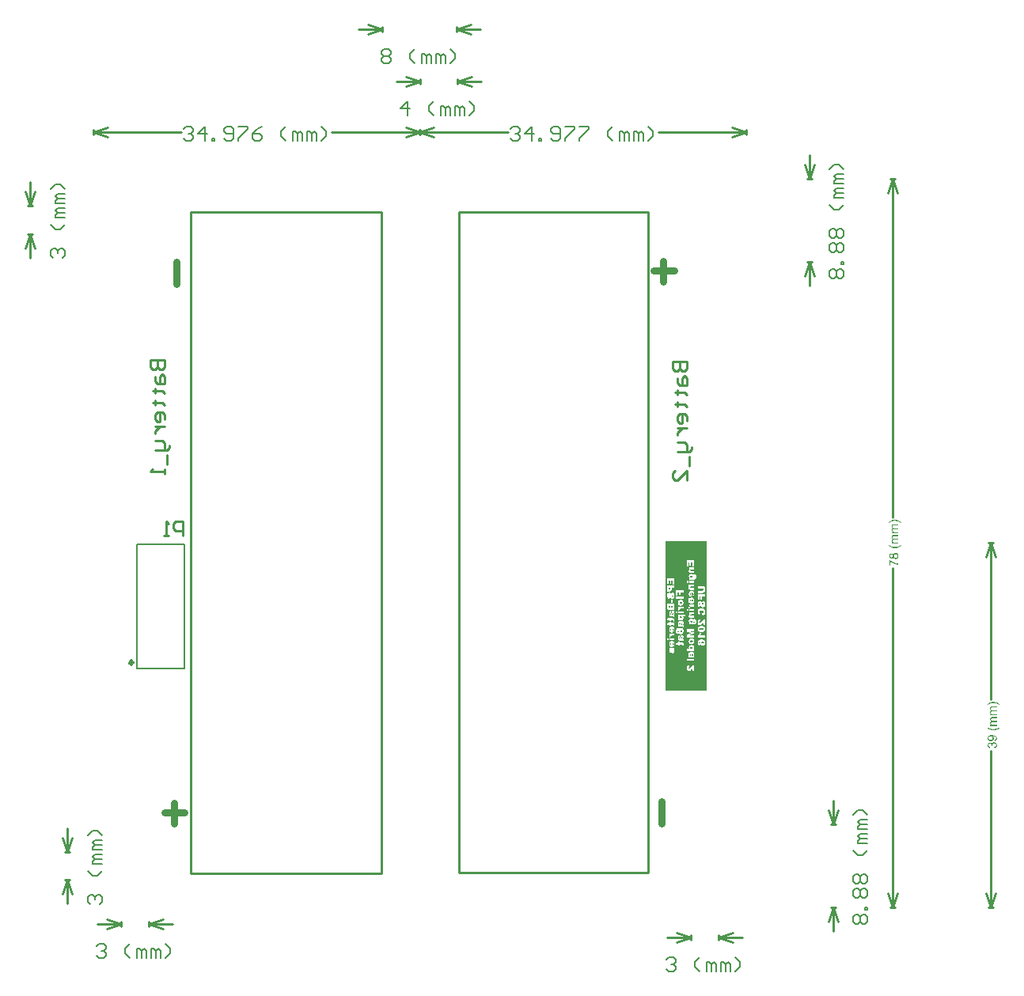
<source format=gbo>
G04*
G04 #@! TF.GenerationSoftware,Altium Limited,Altium Designer,18.1.7 (191)*
G04*
G04 Layer_Color=32896*
%FSLAX25Y25*%
%MOIN*%
G70*
G01*
G75*
%ADD10C,0.01000*%
%ADD12C,0.00600*%
%ADD18C,0.03000*%
%ADD24C,0.01500*%
%ADD25C,0.00787*%
G36*
X609749Y282798D02*
X609813D01*
X609889Y282792D01*
X609971Y282781D01*
X610065Y282769D01*
X610164Y282757D01*
X610276Y282740D01*
X610504Y282687D01*
X610749Y282623D01*
X610872Y282576D01*
X610995Y282529D01*
X611001Y282523D01*
X611024Y282517D01*
X611059Y282500D01*
X611106Y282482D01*
X611165Y282453D01*
X611229Y282424D01*
X611305Y282389D01*
X611387Y282348D01*
X611562Y282248D01*
X611756Y282137D01*
X611954Y282014D01*
X612148Y281874D01*
Y281535D01*
X612142D01*
X612136Y281546D01*
X612112Y281552D01*
X612089Y281570D01*
X612060Y281587D01*
X612025Y281605D01*
X611978Y281628D01*
X611931Y281657D01*
X611820Y281716D01*
X611685Y281780D01*
X611533Y281856D01*
X611364Y281926D01*
X611176Y282003D01*
X610983Y282073D01*
X610773Y282137D01*
X610556Y282196D01*
X610328Y282248D01*
X610100Y282283D01*
X609866Y282313D01*
X609632Y282318D01*
X609626D01*
X609609D01*
X609585D01*
X609550D01*
X609503Y282313D01*
X609451D01*
X609392Y282307D01*
X609328D01*
X609176Y282289D01*
X609012Y282272D01*
X608836Y282242D01*
X608655Y282202D01*
X608649D01*
X608638Y282196D01*
X608614Y282190D01*
X608591Y282184D01*
X608556Y282178D01*
X608509Y282166D01*
X608415Y282137D01*
X608298Y282102D01*
X608170Y282061D01*
X608035Y282014D01*
X607900Y281956D01*
X607889Y281950D01*
X607877Y281944D01*
X607854Y281932D01*
X607830Y281921D01*
X607795Y281903D01*
X607760Y281886D01*
X607713Y281862D01*
X607660Y281839D01*
X607602Y281809D01*
X607538Y281774D01*
X607468Y281733D01*
X607391Y281693D01*
X607304Y281646D01*
X607210Y281593D01*
X607111Y281535D01*
Y281874D01*
X607117Y281880D01*
X607140Y281897D01*
X607175Y281921D01*
X607222Y281956D01*
X607286Y281997D01*
X607356Y282044D01*
X607432Y282096D01*
X607526Y282149D01*
X607620Y282207D01*
X607725Y282266D01*
X607947Y282389D01*
X608187Y282500D01*
X608310Y282553D01*
X608433Y282599D01*
X608439D01*
X608456Y282611D01*
X608491Y282617D01*
X608532Y282634D01*
X608585Y282646D01*
X608649Y282664D01*
X608719Y282681D01*
X608795Y282705D01*
X608883Y282722D01*
X608977Y282740D01*
X609181Y282775D01*
X609398Y282798D01*
X609632Y282804D01*
X609638D01*
X609661D01*
X609702D01*
X609749Y282798D01*
D02*
G37*
G36*
X611018Y280405D02*
X609269D01*
X609263D01*
X609258D01*
X609223D01*
X609170D01*
X609111Y280400D01*
X608977Y280388D01*
X608912Y280376D01*
X608860Y280359D01*
X608854D01*
X608836Y280347D01*
X608813Y280335D01*
X608784Y280318D01*
X608754Y280294D01*
X608719Y280265D01*
X608684Y280230D01*
X608655Y280189D01*
X608649Y280183D01*
X608643Y280166D01*
X608632Y280142D01*
X608614Y280113D01*
X608602Y280072D01*
X608591Y280019D01*
X608585Y279967D01*
X608579Y279908D01*
Y279861D01*
X608591Y279803D01*
X608602Y279739D01*
X608626Y279663D01*
X608661Y279581D01*
X608713Y279493D01*
X608778Y279417D01*
X608790Y279411D01*
X608813Y279388D01*
X608860Y279358D01*
X608930Y279323D01*
X609018Y279282D01*
X609123Y279253D01*
X609252Y279230D01*
X609404Y279224D01*
X611018D01*
Y278750D01*
X609211D01*
X609205D01*
X609199D01*
X609181D01*
X609158D01*
X609100Y278744D01*
X609035Y278738D01*
X608953Y278721D01*
X608877Y278703D01*
X608801Y278674D01*
X608737Y278633D01*
X608731Y278627D01*
X608713Y278610D01*
X608684Y278586D01*
X608655Y278545D01*
X608632Y278493D01*
X608602Y278428D01*
X608585Y278352D01*
X608579Y278259D01*
Y278223D01*
X608585Y278188D01*
X608591Y278136D01*
X608602Y278083D01*
X608626Y278019D01*
X608649Y277954D01*
X608684Y277890D01*
X608690Y277884D01*
X608702Y277861D01*
X608731Y277832D01*
X608760Y277796D01*
X608807Y277755D01*
X608860Y277714D01*
X608924Y277679D01*
X608994Y277644D01*
X609006Y277639D01*
X609029Y277633D01*
X609076Y277621D01*
X609141Y277609D01*
X609223Y277592D01*
X609322Y277580D01*
X609439Y277574D01*
X609574Y277568D01*
X611018D01*
Y277094D01*
X608234D01*
Y277516D01*
X608626D01*
X608614Y277521D01*
X608591Y277539D01*
X608556Y277568D01*
X608509Y277609D01*
X608456Y277656D01*
X608403Y277714D01*
X608345Y277785D01*
X608298Y277861D01*
X608292Y277872D01*
X608281Y277902D01*
X608257Y277948D01*
X608234Y278007D01*
X608210Y278083D01*
X608187Y278165D01*
X608175Y278264D01*
X608170Y278364D01*
Y278416D01*
X608175Y278475D01*
X608187Y278545D01*
X608199Y278621D01*
X608222Y278709D01*
X608257Y278791D01*
X608298Y278867D01*
X608304Y278879D01*
X608322Y278902D01*
X608351Y278937D01*
X608392Y278978D01*
X608444Y279025D01*
X608503Y279072D01*
X608579Y279113D01*
X608661Y279148D01*
X608655Y279154D01*
X608638Y279165D01*
X608614Y279183D01*
X608585Y279206D01*
X608544Y279241D01*
X608503Y279282D01*
X608462Y279329D01*
X608415Y279382D01*
X608368Y279440D01*
X608327Y279505D01*
X608246Y279657D01*
X608216Y279739D01*
X608193Y279826D01*
X608175Y279914D01*
X608170Y280014D01*
Y280054D01*
X608175Y280084D01*
Y280119D01*
X608181Y280160D01*
X608199Y280248D01*
X608228Y280353D01*
X608269Y280458D01*
X608327Y280558D01*
X608403Y280651D01*
X608415Y280663D01*
X608444Y280686D01*
X608503Y280721D01*
X608579Y280768D01*
X608678Y280809D01*
X608795Y280844D01*
X608942Y280868D01*
X609024Y280879D01*
X609111D01*
X611018D01*
Y280405D01*
D02*
G37*
G36*
Y275936D02*
X609269D01*
X609263D01*
X609258D01*
X609223D01*
X609170D01*
X609111Y275930D01*
X608977Y275919D01*
X608912Y275907D01*
X608860Y275889D01*
X608854D01*
X608836Y275878D01*
X608813Y275866D01*
X608784Y275848D01*
X608754Y275825D01*
X608719Y275796D01*
X608684Y275761D01*
X608655Y275720D01*
X608649Y275714D01*
X608643Y275696D01*
X608632Y275673D01*
X608614Y275644D01*
X608602Y275603D01*
X608591Y275550D01*
X608585Y275497D01*
X608579Y275439D01*
Y275392D01*
X608591Y275334D01*
X608602Y275269D01*
X608626Y275193D01*
X608661Y275111D01*
X608713Y275024D01*
X608778Y274948D01*
X608790Y274942D01*
X608813Y274918D01*
X608860Y274889D01*
X608930Y274854D01*
X609018Y274813D01*
X609123Y274784D01*
X609252Y274760D01*
X609404Y274754D01*
X611018D01*
Y274281D01*
X609211D01*
X609205D01*
X609199D01*
X609181D01*
X609158D01*
X609100Y274275D01*
X609035Y274269D01*
X608953Y274251D01*
X608877Y274234D01*
X608801Y274204D01*
X608737Y274164D01*
X608731Y274158D01*
X608713Y274140D01*
X608684Y274117D01*
X608655Y274076D01*
X608632Y274023D01*
X608602Y273959D01*
X608585Y273883D01*
X608579Y273789D01*
Y273754D01*
X608585Y273719D01*
X608591Y273666D01*
X608602Y273614D01*
X608626Y273549D01*
X608649Y273485D01*
X608684Y273421D01*
X608690Y273415D01*
X608702Y273391D01*
X608731Y273362D01*
X608760Y273327D01*
X608807Y273286D01*
X608860Y273245D01*
X608924Y273210D01*
X608994Y273175D01*
X609006Y273169D01*
X609029Y273163D01*
X609076Y273151D01*
X609141Y273140D01*
X609223Y273122D01*
X609322Y273111D01*
X609439Y273105D01*
X609574Y273099D01*
X611018D01*
Y272625D01*
X608234D01*
Y273046D01*
X608626D01*
X608614Y273052D01*
X608591Y273070D01*
X608556Y273099D01*
X608509Y273140D01*
X608456Y273187D01*
X608403Y273245D01*
X608345Y273315D01*
X608298Y273391D01*
X608292Y273403D01*
X608281Y273432D01*
X608257Y273479D01*
X608234Y273538D01*
X608210Y273614D01*
X608187Y273696D01*
X608175Y273795D01*
X608170Y273895D01*
Y273947D01*
X608175Y274006D01*
X608187Y274076D01*
X608199Y274152D01*
X608222Y274240D01*
X608257Y274322D01*
X608298Y274398D01*
X608304Y274409D01*
X608322Y274433D01*
X608351Y274468D01*
X608392Y274509D01*
X608444Y274555D01*
X608503Y274602D01*
X608579Y274643D01*
X608661Y274678D01*
X608655Y274684D01*
X608638Y274696D01*
X608614Y274713D01*
X608585Y274737D01*
X608544Y274772D01*
X608503Y274813D01*
X608462Y274860D01*
X608415Y274912D01*
X608368Y274971D01*
X608327Y275035D01*
X608246Y275187D01*
X608216Y275269D01*
X608193Y275357D01*
X608175Y275445D01*
X608170Y275544D01*
Y275585D01*
X608175Y275614D01*
Y275649D01*
X608181Y275690D01*
X608199Y275778D01*
X608228Y275884D01*
X608269Y275989D01*
X608327Y276088D01*
X608403Y276182D01*
X608415Y276193D01*
X608444Y276217D01*
X608503Y276252D01*
X608579Y276299D01*
X608678Y276340D01*
X608795Y276375D01*
X608942Y276398D01*
X609024Y276410D01*
X609111D01*
X611018D01*
Y275936D01*
D02*
G37*
G36*
X612148Y271747D02*
X612142Y271742D01*
X612124Y271730D01*
X612095Y271712D01*
X612060Y271683D01*
X612013Y271648D01*
X611954Y271607D01*
X611890Y271566D01*
X611814Y271519D01*
X611738Y271467D01*
X611650Y271414D01*
X611551Y271361D01*
X611451Y271303D01*
X611235Y271192D01*
X610995Y271087D01*
X610989D01*
X610966Y271075D01*
X610931Y271063D01*
X610878Y271045D01*
X610819Y271022D01*
X610749Y270999D01*
X610667Y270975D01*
X610574Y270952D01*
X610480Y270929D01*
X610369Y270905D01*
X610258Y270882D01*
X610141Y270858D01*
X609889Y270829D01*
X609761Y270823D01*
X609632Y270817D01*
X609626D01*
X609603D01*
X609568D01*
X609527Y270823D01*
X609468D01*
X609404Y270829D01*
X609328Y270835D01*
X609246Y270841D01*
X609158Y270852D01*
X609064Y270864D01*
X608860Y270899D01*
X608649Y270952D01*
X608433Y271016D01*
X608427Y271022D01*
X608403Y271028D01*
X608368Y271040D01*
X608322Y271063D01*
X608257Y271087D01*
X608187Y271116D01*
X608111Y271151D01*
X608017Y271198D01*
X607924Y271244D01*
X607819Y271297D01*
X607707Y271356D01*
X607596Y271426D01*
X607479Y271496D01*
X607356Y271572D01*
X607233Y271660D01*
X607111Y271747D01*
Y272087D01*
X607117Y272081D01*
X607134Y272075D01*
X607163Y272058D01*
X607198Y272034D01*
X607245Y272011D01*
X607298Y271982D01*
X607415Y271911D01*
X607544Y271841D01*
X607672Y271771D01*
X607795Y271712D01*
X607848Y271689D01*
X607895Y271666D01*
X607900D01*
X607912Y271660D01*
X607930Y271648D01*
X607959Y271636D01*
X607988Y271625D01*
X608029Y271607D01*
X608123Y271572D01*
X608234Y271531D01*
X608362Y271490D01*
X608503Y271449D01*
X608649Y271414D01*
X608655D01*
X608673Y271408D01*
X608696Y271402D01*
X608731Y271396D01*
X608778Y271391D01*
X608830Y271379D01*
X608889Y271367D01*
X608953Y271361D01*
X609100Y271338D01*
X609269Y271321D01*
X609445Y271309D01*
X609632Y271303D01*
X609638D01*
X609644D01*
X609661D01*
X609691D01*
X609720Y271309D01*
X609755D01*
X609802D01*
X609848Y271315D01*
X609960Y271326D01*
X610094Y271344D01*
X610246Y271367D01*
X610416Y271402D01*
X610603Y271443D01*
X610796Y271496D01*
X611007Y271560D01*
X611223Y271636D01*
X611446Y271724D01*
X611680Y271829D01*
X611913Y271946D01*
X612148Y272087D01*
Y271747D01*
D02*
G37*
G36*
X610001Y268758D02*
X610042Y268752D01*
X610094Y268746D01*
X610211Y268723D01*
X610340Y268676D01*
X610410Y268653D01*
X610480Y268618D01*
X610550Y268577D01*
X610621Y268530D01*
X610685Y268477D01*
X610749Y268413D01*
X610755Y268407D01*
X610761Y268395D01*
X610779Y268378D01*
X610802Y268349D01*
X610825Y268314D01*
X610855Y268273D01*
X610884Y268226D01*
X610913Y268167D01*
X610948Y268103D01*
X610978Y268033D01*
X611007Y267957D01*
X611030Y267875D01*
X611054Y267793D01*
X611071Y267699D01*
X611077Y267600D01*
X611083Y267495D01*
Y267442D01*
X611077Y267401D01*
X611071Y267354D01*
X611065Y267296D01*
X611054Y267237D01*
X611042Y267167D01*
X611001Y267021D01*
X610972Y266945D01*
X610942Y266869D01*
X610901Y266793D01*
X610860Y266717D01*
X610808Y266646D01*
X610749Y266576D01*
X610744Y266570D01*
X610732Y266559D01*
X610714Y266547D01*
X610691Y266524D01*
X610656Y266494D01*
X610615Y266465D01*
X610568Y266436D01*
X610515Y266406D01*
X610457Y266371D01*
X610393Y266342D01*
X610252Y266284D01*
X610170Y266260D01*
X610088Y266248D01*
X610001Y266237D01*
X609907Y266231D01*
X609901D01*
X609889D01*
X609872D01*
X609843Y266237D01*
X609813D01*
X609772Y266243D01*
X609691Y266254D01*
X609591Y266278D01*
X609486Y266313D01*
X609380Y266354D01*
X609281Y266418D01*
X609275D01*
X609269Y266430D01*
X609240Y266453D01*
X609193Y266500D01*
X609141Y266559D01*
X609082Y266635D01*
X609024Y266728D01*
X608971Y266839D01*
X608930Y266962D01*
Y266956D01*
X608924Y266950D01*
X608912Y266915D01*
X608883Y266863D01*
X608854Y266798D01*
X608807Y266722D01*
X608754Y266652D01*
X608696Y266582D01*
X608626Y266524D01*
X608614Y266518D01*
X608591Y266500D01*
X608550Y266477D01*
X608491Y266453D01*
X608421Y266430D01*
X608339Y266406D01*
X608251Y266389D01*
X608152Y266383D01*
X608146D01*
X608134D01*
X608111D01*
X608082Y266389D01*
X608047Y266395D01*
X608006Y266401D01*
X607906Y266418D01*
X607795Y266453D01*
X607678Y266512D01*
X607614Y266541D01*
X607555Y266582D01*
X607497Y266629D01*
X607444Y266681D01*
X607438Y266687D01*
X607432Y266693D01*
X607415Y266711D01*
X607397Y266734D01*
X607380Y266769D01*
X607350Y266804D01*
X607327Y266845D01*
X607298Y266898D01*
X607245Y267009D01*
X607204Y267149D01*
X607169Y267307D01*
X607163Y267389D01*
X607157Y267483D01*
Y267530D01*
X607163Y267565D01*
Y267612D01*
X607175Y267658D01*
X607193Y267775D01*
X607228Y267904D01*
X607280Y268039D01*
X607315Y268109D01*
X607350Y268173D01*
X607397Y268237D01*
X607450Y268296D01*
X607456Y268302D01*
X607462Y268308D01*
X607479Y268325D01*
X607503Y268343D01*
X607532Y268366D01*
X607567Y268395D01*
X607649Y268454D01*
X607754Y268507D01*
X607877Y268559D01*
X608011Y268594D01*
X608088Y268600D01*
X608164Y268606D01*
X608175D01*
X608210D01*
X608257Y268600D01*
X608322Y268588D01*
X608398Y268571D01*
X608474Y268548D01*
X608556Y268513D01*
X608632Y268466D01*
X608638Y268460D01*
X608661Y268442D01*
X608696Y268407D01*
X608743Y268360D01*
X608790Y268302D01*
X608836Y268226D01*
X608889Y268138D01*
X608930Y268039D01*
Y268044D01*
X608936Y268056D01*
X608942Y268074D01*
X608953Y268097D01*
X608983Y268162D01*
X609018Y268237D01*
X609070Y268325D01*
X609135Y268413D01*
X609217Y268501D01*
X609304Y268577D01*
X609316Y268583D01*
X609351Y268606D01*
X609404Y268635D01*
X609480Y268670D01*
X609568Y268706D01*
X609673Y268735D01*
X609790Y268758D01*
X609919Y268764D01*
X609925D01*
X609942D01*
X609965D01*
X610001Y268758D01*
D02*
G37*
G36*
X607596Y265763D02*
X607608Y265751D01*
X607631Y265734D01*
X607660Y265704D01*
X607701Y265675D01*
X607748Y265634D01*
X607807Y265587D01*
X607865Y265541D01*
X607935Y265488D01*
X608017Y265429D01*
X608099Y265365D01*
X608193Y265307D01*
X608292Y265242D01*
X608398Y265172D01*
X608515Y265108D01*
X608632Y265038D01*
X608638Y265032D01*
X608661Y265020D01*
X608696Y265002D01*
X608743Y264979D01*
X608801Y264950D01*
X608872Y264915D01*
X608953Y264874D01*
X609041Y264833D01*
X609135Y264792D01*
X609240Y264745D01*
X609351Y264698D01*
X609468Y264651D01*
X609708Y264564D01*
X609965Y264482D01*
X609971D01*
X609989Y264476D01*
X610012Y264470D01*
X610047Y264458D01*
X610094Y264447D01*
X610147Y264435D01*
X610211Y264423D01*
X610276Y264406D01*
X610352Y264394D01*
X610433Y264376D01*
X610609Y264347D01*
X610808Y264324D01*
X611018Y264306D01*
Y263821D01*
X611013D01*
X610995D01*
X610972D01*
X610936Y263827D01*
X610896D01*
X610843Y263832D01*
X610779Y263838D01*
X610714Y263844D01*
X610638Y263856D01*
X610550Y263868D01*
X610463Y263879D01*
X610369Y263897D01*
X610264Y263914D01*
X610158Y263938D01*
X609925Y263996D01*
X609919D01*
X609895Y264002D01*
X609860Y264014D01*
X609813Y264025D01*
X609755Y264043D01*
X609691Y264067D01*
X609614Y264090D01*
X609527Y264119D01*
X609439Y264154D01*
X609340Y264189D01*
X609129Y264271D01*
X608907Y264371D01*
X608684Y264482D01*
X608678Y264488D01*
X608655Y264499D01*
X608626Y264517D01*
X608585Y264540D01*
X608532Y264570D01*
X608474Y264605D01*
X608409Y264646D01*
X608333Y264687D01*
X608175Y264792D01*
X608006Y264909D01*
X607836Y265032D01*
X607672Y265166D01*
Y263283D01*
X607222D01*
Y265769D01*
X607590D01*
X607596Y265763D01*
D02*
G37*
G36*
X530400Y210866D02*
X525905D01*
X521307D01*
D01*
X516768D01*
Y273800D01*
X525905D01*
X530400D01*
Y210866D01*
D02*
G37*
G36*
X516768Y210866D02*
X512881D01*
Y273800D01*
X516768D01*
Y210866D01*
D02*
G37*
G36*
X651249Y206038D02*
X651313D01*
X651389Y206032D01*
X651471Y206021D01*
X651565Y206009D01*
X651664Y205997D01*
X651776Y205980D01*
X652004Y205927D01*
X652249Y205863D01*
X652372Y205816D01*
X652495Y205769D01*
X652501Y205763D01*
X652524Y205757D01*
X652559Y205740D01*
X652606Y205722D01*
X652665Y205693D01*
X652729Y205664D01*
X652805Y205629D01*
X652887Y205588D01*
X653062Y205488D01*
X653256Y205377D01*
X653454Y205254D01*
X653648Y205114D01*
Y204775D01*
X653642D01*
X653636Y204786D01*
X653612Y204792D01*
X653589Y204810D01*
X653560Y204827D01*
X653525Y204845D01*
X653478Y204868D01*
X653431Y204897D01*
X653320Y204956D01*
X653185Y205020D01*
X653033Y205096D01*
X652864Y205167D01*
X652676Y205243D01*
X652483Y205313D01*
X652273Y205377D01*
X652056Y205436D01*
X651828Y205488D01*
X651600Y205523D01*
X651366Y205553D01*
X651132Y205558D01*
X651126D01*
X651109D01*
X651085D01*
X651050D01*
X651003Y205553D01*
X650951D01*
X650892Y205547D01*
X650828D01*
X650676Y205529D01*
X650512Y205512D01*
X650336Y205483D01*
X650155Y205441D01*
X650149D01*
X650138Y205436D01*
X650114Y205430D01*
X650091Y205424D01*
X650056Y205418D01*
X650009Y205406D01*
X649915Y205377D01*
X649798Y205342D01*
X649670Y205301D01*
X649535Y205254D01*
X649400Y205196D01*
X649389Y205190D01*
X649377Y205184D01*
X649354Y205172D01*
X649330Y205161D01*
X649295Y205143D01*
X649260Y205126D01*
X649213Y205102D01*
X649160Y205079D01*
X649102Y205050D01*
X649038Y205014D01*
X648968Y204974D01*
X648891Y204933D01*
X648804Y204886D01*
X648710Y204833D01*
X648611Y204775D01*
Y205114D01*
X648617Y205120D01*
X648640Y205137D01*
X648675Y205161D01*
X648722Y205196D01*
X648786Y205237D01*
X648856Y205284D01*
X648932Y205336D01*
X649026Y205389D01*
X649120Y205447D01*
X649225Y205506D01*
X649447Y205629D01*
X649687Y205740D01*
X649810Y205792D01*
X649933Y205839D01*
X649939D01*
X649956Y205851D01*
X649991Y205857D01*
X650032Y205874D01*
X650085Y205886D01*
X650149Y205904D01*
X650219Y205921D01*
X650295Y205945D01*
X650383Y205962D01*
X650477Y205980D01*
X650681Y206015D01*
X650898Y206038D01*
X651132Y206044D01*
X651138D01*
X651161D01*
X651202D01*
X651249Y206038D01*
D02*
G37*
G36*
X652518Y203646D02*
X650769D01*
X650763D01*
X650758D01*
X650723D01*
X650670D01*
X650611Y203640D01*
X650477Y203628D01*
X650412Y203616D01*
X650360Y203599D01*
X650354D01*
X650336Y203587D01*
X650313Y203575D01*
X650284Y203558D01*
X650254Y203534D01*
X650219Y203505D01*
X650184Y203470D01*
X650155Y203429D01*
X650149Y203423D01*
X650143Y203406D01*
X650132Y203382D01*
X650114Y203353D01*
X650102Y203312D01*
X650091Y203259D01*
X650085Y203207D01*
X650079Y203148D01*
Y203101D01*
X650091Y203043D01*
X650102Y202979D01*
X650126Y202903D01*
X650161Y202821D01*
X650213Y202733D01*
X650278Y202657D01*
X650290Y202651D01*
X650313Y202628D01*
X650360Y202598D01*
X650430Y202563D01*
X650518Y202522D01*
X650623Y202493D01*
X650752Y202470D01*
X650904Y202464D01*
X652518D01*
Y201990D01*
X650711D01*
X650705D01*
X650699D01*
X650681D01*
X650658D01*
X650600Y201984D01*
X650535Y201978D01*
X650453Y201961D01*
X650377Y201943D01*
X650301Y201914D01*
X650237Y201873D01*
X650231Y201867D01*
X650213Y201850D01*
X650184Y201826D01*
X650155Y201785D01*
X650132Y201733D01*
X650102Y201668D01*
X650085Y201592D01*
X650079Y201499D01*
Y201464D01*
X650085Y201428D01*
X650091Y201376D01*
X650102Y201323D01*
X650126Y201259D01*
X650149Y201194D01*
X650184Y201130D01*
X650190Y201124D01*
X650202Y201101D01*
X650231Y201072D01*
X650260Y201037D01*
X650307Y200995D01*
X650360Y200955D01*
X650424Y200920D01*
X650494Y200884D01*
X650506Y200879D01*
X650529Y200873D01*
X650576Y200861D01*
X650641Y200849D01*
X650723Y200832D01*
X650822Y200820D01*
X650939Y200814D01*
X651074Y200808D01*
X652518D01*
Y200335D01*
X649734D01*
Y200756D01*
X650126D01*
X650114Y200762D01*
X650091Y200779D01*
X650056Y200808D01*
X650009Y200849D01*
X649956Y200896D01*
X649903Y200955D01*
X649845Y201025D01*
X649798Y201101D01*
X649792Y201113D01*
X649781Y201142D01*
X649757Y201189D01*
X649734Y201247D01*
X649710Y201323D01*
X649687Y201405D01*
X649675Y201504D01*
X649670Y201604D01*
Y201657D01*
X649675Y201715D01*
X649687Y201785D01*
X649699Y201861D01*
X649722Y201949D01*
X649757Y202031D01*
X649798Y202107D01*
X649804Y202119D01*
X649822Y202142D01*
X649851Y202177D01*
X649892Y202218D01*
X649944Y202265D01*
X650003Y202312D01*
X650079Y202353D01*
X650161Y202388D01*
X650155Y202394D01*
X650138Y202405D01*
X650114Y202423D01*
X650085Y202446D01*
X650044Y202481D01*
X650003Y202522D01*
X649962Y202569D01*
X649915Y202622D01*
X649868Y202680D01*
X649827Y202745D01*
X649746Y202897D01*
X649716Y202979D01*
X649693Y203066D01*
X649675Y203154D01*
X649670Y203254D01*
Y203295D01*
X649675Y203324D01*
Y203359D01*
X649681Y203400D01*
X649699Y203488D01*
X649728Y203593D01*
X649769Y203698D01*
X649827Y203798D01*
X649903Y203891D01*
X649915Y203903D01*
X649944Y203926D01*
X650003Y203961D01*
X650079Y204008D01*
X650178Y204049D01*
X650295Y204084D01*
X650442Y204108D01*
X650524Y204119D01*
X650611D01*
X652518D01*
Y203646D01*
D02*
G37*
G36*
Y199176D02*
X650769D01*
X650763D01*
X650758D01*
X650723D01*
X650670D01*
X650611Y199170D01*
X650477Y199159D01*
X650412Y199147D01*
X650360Y199129D01*
X650354D01*
X650336Y199118D01*
X650313Y199106D01*
X650284Y199088D01*
X650254Y199065D01*
X650219Y199036D01*
X650184Y199001D01*
X650155Y198960D01*
X650149Y198954D01*
X650143Y198936D01*
X650132Y198913D01*
X650114Y198884D01*
X650102Y198843D01*
X650091Y198790D01*
X650085Y198737D01*
X650079Y198679D01*
Y198632D01*
X650091Y198574D01*
X650102Y198509D01*
X650126Y198433D01*
X650161Y198351D01*
X650213Y198264D01*
X650278Y198187D01*
X650290Y198182D01*
X650313Y198158D01*
X650360Y198129D01*
X650430Y198094D01*
X650518Y198053D01*
X650623Y198024D01*
X650752Y198000D01*
X650904Y197994D01*
X652518D01*
Y197521D01*
X650711D01*
X650705D01*
X650699D01*
X650681D01*
X650658D01*
X650600Y197515D01*
X650535Y197509D01*
X650453Y197491D01*
X650377Y197474D01*
X650301Y197445D01*
X650237Y197404D01*
X650231Y197398D01*
X650213Y197380D01*
X650184Y197357D01*
X650155Y197316D01*
X650132Y197263D01*
X650102Y197199D01*
X650085Y197123D01*
X650079Y197029D01*
Y196994D01*
X650085Y196959D01*
X650091Y196906D01*
X650102Y196854D01*
X650126Y196789D01*
X650149Y196725D01*
X650184Y196661D01*
X650190Y196655D01*
X650202Y196631D01*
X650231Y196602D01*
X650260Y196567D01*
X650307Y196526D01*
X650360Y196485D01*
X650424Y196450D01*
X650494Y196415D01*
X650506Y196409D01*
X650529Y196403D01*
X650576Y196392D01*
X650641Y196380D01*
X650723Y196362D01*
X650822Y196351D01*
X650939Y196345D01*
X651074Y196339D01*
X652518D01*
Y195865D01*
X649734D01*
Y196286D01*
X650126D01*
X650114Y196292D01*
X650091Y196310D01*
X650056Y196339D01*
X650009Y196380D01*
X649956Y196427D01*
X649903Y196485D01*
X649845Y196555D01*
X649798Y196631D01*
X649792Y196643D01*
X649781Y196672D01*
X649757Y196719D01*
X649734Y196778D01*
X649710Y196854D01*
X649687Y196936D01*
X649675Y197035D01*
X649670Y197134D01*
Y197187D01*
X649675Y197246D01*
X649687Y197316D01*
X649699Y197392D01*
X649722Y197480D01*
X649757Y197562D01*
X649798Y197638D01*
X649804Y197649D01*
X649822Y197673D01*
X649851Y197708D01*
X649892Y197749D01*
X649944Y197796D01*
X650003Y197842D01*
X650079Y197883D01*
X650161Y197918D01*
X650155Y197924D01*
X650138Y197936D01*
X650114Y197953D01*
X650085Y197977D01*
X650044Y198012D01*
X650003Y198053D01*
X649962Y198100D01*
X649915Y198152D01*
X649868Y198211D01*
X649827Y198275D01*
X649746Y198427D01*
X649716Y198509D01*
X649693Y198597D01*
X649675Y198685D01*
X649670Y198784D01*
Y198825D01*
X649675Y198854D01*
Y198890D01*
X649681Y198931D01*
X649699Y199018D01*
X649728Y199124D01*
X649769Y199229D01*
X649827Y199328D01*
X649903Y199422D01*
X649915Y199434D01*
X649944Y199457D01*
X650003Y199492D01*
X650079Y199539D01*
X650178Y199580D01*
X650295Y199615D01*
X650442Y199638D01*
X650524Y199650D01*
X650611D01*
X652518D01*
Y199176D01*
D02*
G37*
G36*
X653648Y194988D02*
X653642Y194982D01*
X653624Y194970D01*
X653595Y194952D01*
X653560Y194923D01*
X653513Y194888D01*
X653454Y194847D01*
X653390Y194806D01*
X653314Y194759D01*
X653238Y194707D01*
X653150Y194654D01*
X653051Y194602D01*
X652951Y194543D01*
X652735Y194432D01*
X652495Y194326D01*
X652489D01*
X652466Y194315D01*
X652431Y194303D01*
X652378Y194286D01*
X652319Y194262D01*
X652249Y194239D01*
X652167Y194215D01*
X652074Y194192D01*
X651980Y194169D01*
X651869Y194145D01*
X651758Y194122D01*
X651641Y194098D01*
X651389Y194069D01*
X651261Y194063D01*
X651132Y194057D01*
X651126D01*
X651103D01*
X651068D01*
X651027Y194063D01*
X650968D01*
X650904Y194069D01*
X650828Y194075D01*
X650746Y194081D01*
X650658Y194093D01*
X650564Y194104D01*
X650360Y194139D01*
X650149Y194192D01*
X649933Y194256D01*
X649927Y194262D01*
X649903Y194268D01*
X649868Y194280D01*
X649822Y194303D01*
X649757Y194326D01*
X649687Y194356D01*
X649611Y194391D01*
X649517Y194438D01*
X649424Y194484D01*
X649319Y194537D01*
X649207Y194596D01*
X649096Y194666D01*
X648979Y194736D01*
X648856Y194812D01*
X648734Y194900D01*
X648611Y194988D01*
Y195327D01*
X648617Y195321D01*
X648634Y195315D01*
X648663Y195298D01*
X648698Y195274D01*
X648745Y195251D01*
X648798Y195222D01*
X648915Y195151D01*
X649044Y195081D01*
X649172Y195011D01*
X649295Y194952D01*
X649348Y194929D01*
X649395Y194906D01*
X649400D01*
X649412Y194900D01*
X649430Y194888D01*
X649459Y194876D01*
X649488Y194865D01*
X649529Y194847D01*
X649623Y194812D01*
X649734Y194771D01*
X649862Y194730D01*
X650003Y194689D01*
X650149Y194654D01*
X650155D01*
X650173Y194648D01*
X650196Y194642D01*
X650231Y194637D01*
X650278Y194631D01*
X650330Y194619D01*
X650389Y194607D01*
X650453Y194602D01*
X650600Y194578D01*
X650769Y194561D01*
X650945Y194549D01*
X651132Y194543D01*
X651138D01*
X651144D01*
X651161D01*
X651191D01*
X651220Y194549D01*
X651255D01*
X651302D01*
X651348Y194555D01*
X651460Y194566D01*
X651594Y194584D01*
X651746Y194607D01*
X651916Y194642D01*
X652103Y194683D01*
X652296Y194736D01*
X652507Y194800D01*
X652723Y194876D01*
X652946Y194964D01*
X653180Y195070D01*
X653413Y195186D01*
X653648Y195327D01*
Y194988D01*
D02*
G37*
G36*
X650699Y191998D02*
X650775D01*
X650851Y191992D01*
X650939Y191987D01*
X651126Y191963D01*
X651325Y191934D01*
X651518Y191893D01*
X651606Y191869D01*
X651694Y191840D01*
X651699D01*
X651711Y191834D01*
X651734Y191823D01*
X651764Y191811D01*
X651805Y191794D01*
X651846Y191776D01*
X651939Y191723D01*
X652050Y191653D01*
X652162Y191571D01*
X652267Y191478D01*
X652360Y191366D01*
Y191361D01*
X652372Y191355D01*
X652378Y191337D01*
X652396Y191308D01*
X652413Y191279D01*
X652431Y191244D01*
X652472Y191156D01*
X652513Y191045D01*
X652548Y190922D01*
X652571Y190776D01*
X652583Y190623D01*
Y190583D01*
X652577Y190547D01*
Y190512D01*
X652571Y190465D01*
X652554Y190360D01*
X652524Y190243D01*
X652478Y190120D01*
X652419Y190003D01*
X652337Y189886D01*
X652331Y189881D01*
X652325Y189875D01*
X652290Y189840D01*
X652232Y189793D01*
X652156Y189734D01*
X652056Y189676D01*
X651933Y189623D01*
X651793Y189576D01*
X651629Y189547D01*
X651594Y189997D01*
X651600D01*
X651606D01*
X651623Y190003D01*
X651647Y190009D01*
X651705Y190021D01*
X651770Y190044D01*
X651846Y190074D01*
X651922Y190109D01*
X651998Y190155D01*
X652056Y190214D01*
X652062Y190220D01*
X652080Y190243D01*
X652103Y190278D01*
X652127Y190331D01*
X652150Y190390D01*
X652173Y190460D01*
X652191Y190542D01*
X652197Y190635D01*
Y190670D01*
X652191Y190711D01*
X652185Y190764D01*
X652173Y190822D01*
X652156Y190887D01*
X652132Y190951D01*
X652097Y191015D01*
X652091Y191021D01*
X652080Y191045D01*
X652056Y191074D01*
X652027Y191109D01*
X651992Y191156D01*
X651945Y191197D01*
X651893Y191244D01*
X651834Y191285D01*
X651828Y191290D01*
X651805Y191302D01*
X651764Y191320D01*
X651711Y191349D01*
X651647Y191372D01*
X651571Y191402D01*
X651483Y191431D01*
X651383Y191460D01*
X651378D01*
X651372Y191466D01*
X651354D01*
X651337Y191472D01*
X651278Y191483D01*
X651202Y191495D01*
X651114Y191507D01*
X651021Y191518D01*
X650915Y191530D01*
X650804D01*
X650799D01*
X650781D01*
X650752D01*
X650711D01*
X650723Y191524D01*
X650746Y191501D01*
X650793Y191472D01*
X650840Y191425D01*
X650898Y191372D01*
X650962Y191302D01*
X651021Y191226D01*
X651079Y191138D01*
X651085Y191127D01*
X651103Y191097D01*
X651120Y191045D01*
X651144Y190980D01*
X651173Y190904D01*
X651191Y190816D01*
X651208Y190717D01*
X651214Y190612D01*
Y190565D01*
X651208Y190530D01*
X651202Y190489D01*
X651196Y190442D01*
X651173Y190331D01*
X651132Y190202D01*
X651103Y190138D01*
X651068Y190068D01*
X651027Y190003D01*
X650980Y189933D01*
X650927Y189869D01*
X650869Y189804D01*
X650863Y189799D01*
X650851Y189793D01*
X650834Y189775D01*
X650804Y189752D01*
X650769Y189728D01*
X650728Y189699D01*
X650681Y189670D01*
X650623Y189641D01*
X650564Y189611D01*
X650494Y189582D01*
X650418Y189553D01*
X650336Y189530D01*
X650249Y189506D01*
X650161Y189489D01*
X650061Y189483D01*
X649956Y189477D01*
X649950D01*
X649933D01*
X649898D01*
X649857Y189483D01*
X649810Y189489D01*
X649751Y189494D01*
X649687Y189506D01*
X649617Y189518D01*
X649471Y189559D01*
X649389Y189588D01*
X649313Y189623D01*
X649231Y189658D01*
X649155Y189705D01*
X649085Y189758D01*
X649014Y189816D01*
X649008Y189822D01*
X648997Y189834D01*
X648979Y189851D01*
X648956Y189881D01*
X648932Y189910D01*
X648903Y189951D01*
X648868Y189997D01*
X648833Y190056D01*
X648804Y190114D01*
X648769Y190179D01*
X648710Y190325D01*
X648693Y190407D01*
X648675Y190495D01*
X648663Y190588D01*
X648657Y190682D01*
Y190717D01*
X648663Y190746D01*
Y190776D01*
X648669Y190816D01*
X648681Y190910D01*
X648710Y191015D01*
X648745Y191127D01*
X648792Y191249D01*
X648862Y191366D01*
Y191372D01*
X648874Y191378D01*
X648886Y191396D01*
X648897Y191419D01*
X648944Y191472D01*
X649008Y191542D01*
X649096Y191618D01*
X649190Y191700D01*
X649307Y191776D01*
X649441Y191840D01*
X649447D01*
X649459Y191846D01*
X649482Y191858D01*
X649511Y191864D01*
X649547Y191881D01*
X649593Y191893D01*
X649652Y191905D01*
X649716Y191922D01*
X649787Y191940D01*
X649868Y191951D01*
X649956Y191969D01*
X650050Y191981D01*
X650155Y191987D01*
X650266Y191998D01*
X650389Y192004D01*
X650518D01*
X650524D01*
X650553D01*
X650588D01*
X650641D01*
X650699Y191998D01*
D02*
G37*
G36*
X651465Y189003D02*
X651512Y188997D01*
X651559Y188991D01*
X651617Y188980D01*
X651676Y188962D01*
X651811Y188921D01*
X651887Y188892D01*
X651957Y188851D01*
X652027Y188810D01*
X652097Y188763D01*
X652167Y188705D01*
X652238Y188640D01*
X652244Y188635D01*
X652255Y188623D01*
X652267Y188605D01*
X652290Y188576D01*
X652319Y188541D01*
X652349Y188494D01*
X652378Y188441D01*
X652407Y188389D01*
X652442Y188324D01*
X652472Y188254D01*
X652501Y188178D01*
X652530Y188096D01*
X652554Y188008D01*
X652565Y187915D01*
X652577Y187815D01*
X652583Y187716D01*
Y187669D01*
X652577Y187634D01*
X652571Y187587D01*
X652565Y187540D01*
X652559Y187482D01*
X652548Y187424D01*
X652513Y187289D01*
X652454Y187149D01*
X652425Y187078D01*
X652384Y187014D01*
X652337Y186944D01*
X652284Y186880D01*
X652279Y186874D01*
X652273Y186868D01*
X652255Y186850D01*
X652232Y186827D01*
X652197Y186803D01*
X652162Y186774D01*
X652121Y186739D01*
X652074Y186710D01*
X651957Y186640D01*
X651822Y186581D01*
X651670Y186529D01*
X651588Y186511D01*
X651501Y186499D01*
X651436Y186973D01*
X651442D01*
X651454Y186979D01*
X651477D01*
X651501Y186991D01*
X651571Y187008D01*
X651658Y187037D01*
X651752Y187073D01*
X651852Y187119D01*
X651939Y187178D01*
X652015Y187242D01*
X652021Y187254D01*
X652045Y187277D01*
X652068Y187318D01*
X652103Y187377D01*
X652132Y187441D01*
X652162Y187523D01*
X652185Y187617D01*
X652191Y187716D01*
Y187751D01*
X652185Y187775D01*
X652179Y187833D01*
X652162Y187909D01*
X652132Y188003D01*
X652097Y188096D01*
X652039Y188190D01*
X651963Y188278D01*
X651951Y188289D01*
X651922Y188313D01*
X651875Y188348D01*
X651805Y188395D01*
X651723Y188436D01*
X651623Y188471D01*
X651512Y188494D01*
X651389Y188506D01*
X651383D01*
X651378D01*
X651360D01*
X651337Y188500D01*
X651278Y188494D01*
X651202Y188477D01*
X651120Y188453D01*
X651027Y188412D01*
X650939Y188359D01*
X650857Y188289D01*
X650845Y188278D01*
X650822Y188254D01*
X650793Y188207D01*
X650752Y188143D01*
X650711Y188067D01*
X650681Y187973D01*
X650658Y187874D01*
X650646Y187757D01*
Y187704D01*
X650652Y187663D01*
X650658Y187617D01*
X650664Y187558D01*
X650676Y187494D01*
X650693Y187424D01*
X650278Y187476D01*
Y187505D01*
X650284Y187529D01*
Y187605D01*
X650278Y187657D01*
X650266Y187734D01*
X650249Y187815D01*
X650219Y187903D01*
X650184Y187997D01*
X650132Y188090D01*
X650126Y188102D01*
X650102Y188131D01*
X650061Y188166D01*
X650009Y188213D01*
X649944Y188260D01*
X649862Y188295D01*
X649763Y188324D01*
X649646Y188336D01*
X649640D01*
X649634D01*
X649605D01*
X649558Y188324D01*
X649494Y188313D01*
X649430Y188295D01*
X649359Y188260D01*
X649283Y188219D01*
X649219Y188161D01*
X649213Y188155D01*
X649190Y188131D01*
X649160Y188090D01*
X649131Y188038D01*
X649096Y187973D01*
X649073Y187897D01*
X649049Y187810D01*
X649044Y187710D01*
Y187663D01*
X649055Y187611D01*
X649067Y187552D01*
X649085Y187476D01*
X649120Y187400D01*
X649160Y187324D01*
X649219Y187248D01*
X649225Y187242D01*
X649248Y187219D01*
X649289Y187189D01*
X649348Y187154D01*
X649418Y187113D01*
X649506Y187078D01*
X649611Y187043D01*
X649734Y187020D01*
X649652Y186546D01*
X649646D01*
X649628Y186552D01*
X649605Y186558D01*
X649576Y186564D01*
X649535Y186575D01*
X649488Y186587D01*
X649383Y186628D01*
X649266Y186675D01*
X649143Y186745D01*
X649026Y186827D01*
X648921Y186932D01*
X648915Y186938D01*
X648909Y186944D01*
X648897Y186961D01*
X648880Y186991D01*
X648862Y187020D01*
X648839Y187055D01*
X648786Y187143D01*
X648739Y187254D01*
X648698Y187388D01*
X648669Y187535D01*
X648657Y187617D01*
Y187751D01*
X648663Y187810D01*
X648675Y187886D01*
X648693Y187973D01*
X648716Y188073D01*
X648751Y188172D01*
X648798Y188272D01*
Y188278D01*
X648804Y188284D01*
X648821Y188319D01*
X648850Y188365D01*
X648891Y188424D01*
X648944Y188488D01*
X649008Y188558D01*
X649085Y188623D01*
X649166Y188681D01*
X649178Y188687D01*
X649207Y188705D01*
X649254Y188728D01*
X649313Y188751D01*
X649389Y188775D01*
X649471Y188798D01*
X649558Y188816D01*
X649658Y188822D01*
X649670D01*
X649699D01*
X649746Y188816D01*
X649804Y188804D01*
X649874Y188787D01*
X649950Y188763D01*
X650032Y188734D01*
X650108Y188687D01*
X650120Y188681D01*
X650143Y188664D01*
X650178Y188629D01*
X650225Y188588D01*
X650278Y188529D01*
X650330Y188465D01*
X650389Y188383D01*
X650436Y188289D01*
Y188295D01*
X650442Y188307D01*
Y188324D01*
X650453Y188348D01*
X650471Y188406D01*
X650506Y188482D01*
X650547Y188564D01*
X650605Y188652D01*
X650676Y188740D01*
X650763Y188816D01*
X650775Y188822D01*
X650810Y188845D01*
X650863Y188874D01*
X650933Y188915D01*
X651021Y188950D01*
X651126Y188980D01*
X651249Y189003D01*
X651383Y189009D01*
X651389D01*
X651407D01*
X651430D01*
X651465Y189003D01*
D02*
G37*
%LPC*%
G36*
X608158Y268121D02*
X608152D01*
X608146D01*
X608117D01*
X608064Y268109D01*
X608006Y268097D01*
X607941Y268074D01*
X607865Y268044D01*
X607795Y267998D01*
X607725Y267939D01*
X607719Y267933D01*
X607696Y267910D01*
X607666Y267869D01*
X607631Y267816D01*
X607602Y267752D01*
X607573Y267676D01*
X607549Y267594D01*
X607544Y267495D01*
Y267448D01*
X607555Y267401D01*
X607567Y267337D01*
X607584Y267266D01*
X607620Y267190D01*
X607660Y267114D01*
X607719Y267044D01*
X607725Y267038D01*
X607748Y267015D01*
X607789Y266991D01*
X607836Y266956D01*
X607895Y266927D01*
X607971Y266898D01*
X608047Y266875D01*
X608134Y266869D01*
X608146D01*
X608181D01*
X608228Y266880D01*
X608292Y266892D01*
X608362Y266910D01*
X608433Y266939D01*
X608509Y266980D01*
X608579Y267038D01*
X608585Y267044D01*
X608602Y267068D01*
X608632Y267108D01*
X608661Y267161D01*
X608696Y267226D01*
X608719Y267307D01*
X608743Y267395D01*
X608749Y267495D01*
Y267541D01*
X608737Y267588D01*
X608725Y267653D01*
X608708Y267723D01*
X608678Y267799D01*
X608638Y267875D01*
X608579Y267945D01*
X608573Y267951D01*
X608550Y267974D01*
X608515Y268004D01*
X608462Y268033D01*
X608403Y268068D01*
X608327Y268091D01*
X608246Y268115D01*
X608158Y268121D01*
D02*
G37*
G36*
X609925Y268279D02*
X609919D01*
X609907D01*
X609889D01*
X609866Y268273D01*
X609807Y268267D01*
X609726Y268249D01*
X609638Y268226D01*
X609544Y268185D01*
X609451Y268126D01*
X609363Y268050D01*
X609351Y268039D01*
X609328Y268009D01*
X609293Y267963D01*
X609246Y267898D01*
X609205Y267816D01*
X609170Y267717D01*
X609146Y267606D01*
X609135Y267483D01*
Y267454D01*
X609141Y267430D01*
X609146Y267366D01*
X609164Y267290D01*
X609187Y267202D01*
X609228Y267108D01*
X609281Y267021D01*
X609357Y266933D01*
X609369Y266921D01*
X609398Y266898D01*
X609445Y266863D01*
X609509Y266828D01*
X609591Y266787D01*
X609685Y266752D01*
X609796Y266728D01*
X609913Y266717D01*
X609919D01*
X609948D01*
X609983Y266722D01*
X610036Y266728D01*
X610094Y266740D01*
X610164Y266757D01*
X610234Y266781D01*
X610305Y266810D01*
X610311Y266816D01*
X610334Y266828D01*
X610369Y266851D01*
X610410Y266880D01*
X610457Y266921D01*
X610509Y266968D01*
X610556Y267027D01*
X610597Y267091D01*
X610603Y267103D01*
X610615Y267126D01*
X610627Y267161D01*
X610644Y267214D01*
X610667Y267278D01*
X610679Y267342D01*
X610691Y267419D01*
X610697Y267500D01*
Y267535D01*
X610691Y267559D01*
X610685Y267617D01*
X610667Y267699D01*
X610644Y267787D01*
X610603Y267881D01*
X610550Y267968D01*
X610480Y268056D01*
X610468Y268068D01*
X610439Y268091D01*
X610393Y268126D01*
X610328Y268167D01*
X610252Y268208D01*
X610153Y268243D01*
X610047Y268267D01*
X609925Y268279D01*
D02*
G37*
G36*
X525010Y265677D02*
X521968D01*
Y263162D01*
X522617D01*
Y264736D01*
X523103D01*
Y263273D01*
X523723D01*
Y264736D01*
X524320D01*
Y263115D01*
X521968D01*
X525010D01*
Y265677D01*
D02*
G37*
G36*
Y262665D02*
X522811D01*
Y261881D01*
X523167D01*
X523156Y261875D01*
X523132Y261852D01*
X523091Y261817D01*
X523044Y261770D01*
X522998Y261717D01*
X522945Y261659D01*
X522898Y261594D01*
X522857Y261530D01*
X522852Y261524D01*
X522840Y261495D01*
X522828Y261460D01*
X522805Y261407D01*
X522787Y261343D01*
X522776Y261267D01*
X522764Y261185D01*
X522758Y261091D01*
Y262665D01*
D01*
Y260342D01*
D01*
Y261056D01*
X522764Y261033D01*
X522770Y260968D01*
X522781Y260892D01*
X522811Y260804D01*
X522846Y260711D01*
X522898Y260623D01*
X522968Y260541D01*
X522980Y260535D01*
X523009Y260512D01*
X523056Y260477D01*
X523127Y260442D01*
X523220Y260407D01*
X523331Y260371D01*
X523460Y260348D01*
X523612Y260342D01*
X522758D01*
X525010D01*
Y261191D01*
X523799D01*
X523787D01*
X523764D01*
X523729Y261196D01*
X523688Y261202D01*
X523589Y261226D01*
X523542Y261243D01*
X523507Y261272D01*
X523501Y261278D01*
X523495Y261284D01*
X523478Y261302D01*
X523460Y261325D01*
X523448Y261354D01*
X523431Y261395D01*
X523425Y261436D01*
X523419Y261483D01*
Y261506D01*
X523425Y261536D01*
X523431Y261571D01*
X523448Y261612D01*
X523466Y261653D01*
X523495Y261694D01*
X523536Y261729D01*
X523542Y261735D01*
X523559Y261740D01*
X523589Y261758D01*
X523630Y261775D01*
X523688Y261793D01*
X523764Y261805D01*
X523852Y261817D01*
X523957Y261822D01*
X525010D01*
Y262665D01*
D02*
G37*
G36*
X523817Y259939D02*
X523770D01*
X523729Y259933D01*
X523688D01*
X523641Y259927D01*
X523524Y259909D01*
X523401Y259880D01*
X523267Y259833D01*
X523144Y259775D01*
X523033Y259693D01*
X523027Y259687D01*
X523021Y259681D01*
X522992Y259646D01*
X522945Y259594D01*
X522893Y259517D01*
X522846Y259424D01*
X522799Y259313D01*
X522770Y259190D01*
X522758Y259120D01*
Y259003D01*
X522764Y258956D01*
X522770Y258892D01*
X522781Y258827D01*
X522793Y258757D01*
X522816Y258687D01*
X522846Y258622D01*
X522852Y258616D01*
X522863Y258593D01*
X522887Y258558D01*
X522916Y258517D01*
X522957Y258470D01*
X523004Y258418D01*
X523068Y258359D01*
X523138Y258307D01*
X522811D01*
Y257517D01*
X522758D01*
X525905D01*
X525028D01*
X525063Y257523D01*
X525115Y257528D01*
X525174Y257540D01*
X525238Y257552D01*
X525309Y257575D01*
X525379Y257605D01*
X525385Y257610D01*
X525408Y257622D01*
X525443Y257640D01*
X525484Y257669D01*
X525537Y257698D01*
X525583Y257739D01*
X525636Y257786D01*
X525683Y257839D01*
X525689Y257844D01*
X525701Y257862D01*
X525724Y257897D01*
X525747Y257938D01*
X525776Y257996D01*
X525806Y258061D01*
X525829Y258131D01*
X525852Y258213D01*
Y258225D01*
X525858Y258254D01*
X525870Y258301D01*
X525876Y258359D01*
X525888Y258435D01*
X525899Y258523D01*
X525905Y258622D01*
Y258792D01*
X525899Y258833D01*
Y258886D01*
X525893Y258950D01*
X525888Y259014D01*
X525882Y259090D01*
X525858Y259237D01*
X525823Y259389D01*
X525800Y259459D01*
X525771Y259523D01*
X525741Y259582D01*
X525706Y259634D01*
X525695Y259646D01*
X525671Y259675D01*
X525624Y259711D01*
X525566Y259757D01*
X525490Y259804D01*
X525396Y259839D01*
X525291Y259868D01*
X525174Y259880D01*
X525168D01*
X525145D01*
X525110D01*
X525063D01*
X525156Y259055D01*
X525162D01*
X525174Y259049D01*
X525191Y259044D01*
X525215Y259032D01*
X525268Y259003D01*
X525291Y258985D01*
X525309Y258962D01*
Y258956D01*
X525320Y258944D01*
X525332Y258927D01*
X525344Y258897D01*
X525355Y258862D01*
X525367Y258821D01*
X525373Y258780D01*
X525379Y258728D01*
Y258698D01*
X525373Y258663D01*
X525367Y258628D01*
X525355Y258581D01*
X525338Y258535D01*
X525314Y258494D01*
X525279Y258459D01*
X525273Y258453D01*
X525262Y258441D01*
X525232Y258429D01*
X525197Y258412D01*
X525156Y258394D01*
X525098Y258377D01*
X525028Y258371D01*
X524946Y258365D01*
X524612D01*
X524618Y258371D01*
X524636Y258388D01*
X524659Y258412D01*
X524694Y258447D01*
X524764Y258523D01*
X524794Y258570D01*
X524823Y258616D01*
X524829Y258622D01*
X524840Y258652D01*
X524852Y258687D01*
X524870Y258739D01*
X524893Y258804D01*
X524905Y258874D01*
X524917Y258956D01*
X524922Y259038D01*
Y259079D01*
X524917Y259108D01*
X524911Y259149D01*
X524905Y259190D01*
X524876Y259289D01*
X524829Y259406D01*
X524799Y259465D01*
X524764Y259523D01*
X524718Y259582D01*
X524665Y259640D01*
X524607Y259699D01*
X524542Y259751D01*
X524536D01*
X524531Y259757D01*
X524513Y259769D01*
X524489Y259781D01*
X524466Y259792D01*
X524431Y259810D01*
X524349Y259845D01*
X524244Y259880D01*
X524121Y259909D01*
X523975Y259933D01*
X523817Y259939D01*
D02*
G37*
G36*
X525010Y256973D02*
X521968D01*
Y256130D01*
X522547D01*
Y256973D01*
X522811D01*
Y256130D01*
X525010D01*
Y256973D01*
D02*
G37*
G36*
Y255586D02*
X522811D01*
Y254802D01*
X523167D01*
X523156Y254797D01*
X523132Y254773D01*
X523091Y254738D01*
X523044Y254691D01*
X522998Y254639D01*
X522945Y254580D01*
X522898Y254516D01*
X522857Y254451D01*
X522852Y254446D01*
X522840Y254416D01*
X522828Y254381D01*
X522805Y254328D01*
X522787Y254264D01*
X522776Y254188D01*
X522764Y254106D01*
X522758Y254013D01*
Y255586D01*
D01*
Y253264D01*
D01*
Y253977D01*
X522764Y253954D01*
X522770Y253890D01*
X522781Y253814D01*
X522811Y253726D01*
X522846Y253632D01*
X522898Y253545D01*
X522968Y253463D01*
X522980Y253457D01*
X523009Y253433D01*
X523056Y253398D01*
X523127Y253363D01*
X523220Y253328D01*
X523331Y253293D01*
X523460Y253270D01*
X523612Y253264D01*
X522758D01*
X525010D01*
Y254112D01*
X523799D01*
X523787D01*
X523764D01*
X523729Y254118D01*
X523688Y254124D01*
X523589Y254147D01*
X523542Y254165D01*
X523507Y254194D01*
X523501Y254200D01*
X523495Y254206D01*
X523478Y254223D01*
X523460Y254247D01*
X523448Y254276D01*
X523431Y254317D01*
X523425Y254358D01*
X523419Y254404D01*
Y254428D01*
X523425Y254457D01*
X523431Y254492D01*
X523448Y254533D01*
X523466Y254574D01*
X523495Y254615D01*
X523536Y254650D01*
X523542Y254656D01*
X523559Y254662D01*
X523589Y254679D01*
X523630Y254697D01*
X523688Y254715D01*
X523764Y254726D01*
X523852Y254738D01*
X523957Y254744D01*
X525010D01*
Y255586D01*
D02*
G37*
G36*
X529661Y254840D02*
X526566D01*
Y253904D01*
X528427D01*
X528438D01*
X528468D01*
X528514Y253899D01*
X528567Y253887D01*
X528631Y253869D01*
X528696Y253846D01*
X528760Y253817D01*
X528819Y253770D01*
X528824Y253764D01*
X528842Y253746D01*
X528860Y253711D01*
X528883Y253670D01*
X528912Y253612D01*
X528930Y253548D01*
X528947Y253471D01*
X528953Y253384D01*
Y253343D01*
X528947Y253302D01*
X528935Y253243D01*
X528918Y253185D01*
X528895Y253120D01*
X528865Y253062D01*
X528819Y253004D01*
X528813Y252998D01*
X528795Y252980D01*
X528760Y252957D01*
X528719Y252933D01*
X528660Y252910D01*
X528596Y252887D01*
X528514Y252869D01*
X528427Y252863D01*
X526566D01*
Y251927D01*
X528427D01*
X528479Y251933D01*
X528544Y251939D01*
X528620Y251951D01*
X528707Y251962D01*
X528795Y251986D01*
X528889Y252015D01*
X528900Y252021D01*
X528930Y252032D01*
X528976Y252050D01*
X529029Y252079D01*
X529099Y252114D01*
X529170Y252161D01*
X529240Y252214D01*
X529310Y252278D01*
X529316Y252284D01*
X529339Y252307D01*
X529368Y252348D01*
X529409Y252395D01*
X529450Y252448D01*
X529491Y252512D01*
X529532Y252582D01*
X529561Y252653D01*
Y252658D01*
X529567Y252664D01*
X529573Y252682D01*
X529579Y252699D01*
X529591Y252758D01*
X529608Y252840D01*
X529632Y252933D01*
X529643Y253044D01*
X529655Y253173D01*
X529661Y253313D01*
Y253395D01*
X529655Y253454D01*
Y253524D01*
X529649Y253606D01*
X529643Y253700D01*
X529632Y253793D01*
Y253805D01*
X529626Y253834D01*
X529620Y253887D01*
X529602Y253945D01*
X529591Y254015D01*
X529567Y254092D01*
X529538Y254162D01*
X529509Y254232D01*
X529503Y254238D01*
X529491Y254261D01*
X529468Y254296D01*
X529439Y254337D01*
X529403Y254390D01*
X529357Y254443D01*
X529304Y254495D01*
X529246Y254554D01*
X529240Y254560D01*
X529216Y254577D01*
X529181Y254601D01*
X529140Y254636D01*
X529088Y254665D01*
X529023Y254700D01*
X528959Y254735D01*
X528895Y254759D01*
X528889D01*
X528883Y254764D01*
X528848Y254770D01*
X528789Y254782D01*
X528725Y254799D01*
X528643Y254817D01*
X528555Y254829D01*
X528468Y254835D01*
X528380Y254840D01*
X529661D01*
D01*
D02*
G37*
G36*
X520471Y253164D02*
X517428D01*
Y250842D01*
X518084D01*
Y252222D01*
X518616D01*
Y251041D01*
X519230D01*
Y252222D01*
X520471D01*
Y251032D01*
Y253164D01*
D02*
G37*
G36*
X525063Y252860D02*
X523916D01*
D01*
X523864D01*
X523828Y252854D01*
X523787Y252848D01*
X523735Y252843D01*
X523618Y252819D01*
X523483Y252778D01*
X523349Y252720D01*
X523279Y252685D01*
X523208Y252638D01*
X523144Y252591D01*
X523080Y252533D01*
X523074Y252527D01*
X523068Y252515D01*
X523050Y252497D01*
X523027Y252474D01*
X523004Y252439D01*
X522980Y252398D01*
X522951Y252351D01*
X522916Y252293D01*
X522887Y252234D01*
X522857Y252164D01*
X522834Y252088D01*
X522811Y252012D01*
X522787Y251918D01*
X522770Y251825D01*
X522764Y251725D01*
X522758Y251620D01*
Y251544D01*
X522764Y251503D01*
Y251456D01*
X522776Y251351D01*
X522793Y251234D01*
X522822Y251111D01*
X522857Y250988D01*
X522904Y250877D01*
Y250871D01*
X522910Y250865D01*
X522933Y250830D01*
X522963Y250783D01*
X523009Y250719D01*
X523074Y250655D01*
X523144Y250585D01*
X523226Y250520D01*
X523325Y250462D01*
X523331D01*
X523337Y250456D01*
X523355Y250450D01*
X523372Y250438D01*
X523431Y250415D01*
X523513Y250386D01*
X523612Y250362D01*
X523735Y250339D01*
X523875Y250321D01*
X524027Y250315D01*
X525063D01*
Y251667D01*
X525057Y251708D01*
Y251749D01*
X525045Y251848D01*
X525034Y251959D01*
X525010Y252070D01*
X524981Y252187D01*
X524940Y252287D01*
X524934Y252298D01*
X524917Y252328D01*
X524887Y252375D01*
X524846Y252427D01*
X524788Y252497D01*
X524723Y252562D01*
X524642Y252632D01*
X524548Y252696D01*
X524542D01*
X524536Y252702D01*
X524501Y252720D01*
X524443Y252749D01*
X524367Y252778D01*
X524273Y252807D01*
X524168Y252837D01*
X524045Y252854D01*
X523916Y252860D01*
X525063D01*
D02*
G37*
G36*
X520471Y250362D02*
X517428D01*
Y249514D01*
X520471D01*
Y250362D01*
D02*
G37*
G36*
X529608Y251301D02*
X526566D01*
Y248979D01*
X527221D01*
Y250359D01*
X527754D01*
Y249178D01*
X528368D01*
Y250359D01*
X529608D01*
Y249052D01*
Y251301D01*
D02*
G37*
G36*
X525063Y250029D02*
X523916D01*
D01*
X523864D01*
X523828Y250023D01*
X523787Y250017D01*
X523735Y250011D01*
X523618Y249988D01*
X523483Y249947D01*
X523349Y249888D01*
X523279Y249853D01*
X523208Y249806D01*
X523144Y249760D01*
X523080Y249701D01*
X523074Y249695D01*
X523068Y249684D01*
X523050Y249666D01*
X523027Y249643D01*
X523004Y249607D01*
X522980Y249567D01*
X522951Y249520D01*
X522916Y249461D01*
X522887Y249403D01*
X522857Y249333D01*
X522834Y249256D01*
X522811Y249181D01*
X522787Y249087D01*
X522770Y248993D01*
X522764Y248894D01*
X522758Y248788D01*
Y250029D01*
Y247484D01*
D01*
Y248712D01*
X522764Y248672D01*
Y248625D01*
X522776Y248519D01*
X522793Y248402D01*
X522822Y248280D01*
X522857Y248157D01*
X522904Y248046D01*
Y248040D01*
X522910Y248034D01*
X522933Y247999D01*
X522963Y247952D01*
X523009Y247888D01*
X523074Y247823D01*
X523144Y247753D01*
X523226Y247689D01*
X523325Y247630D01*
X523331D01*
X523337Y247624D01*
X523355Y247619D01*
X523372Y247607D01*
X523431Y247583D01*
X523513Y247554D01*
X523612Y247531D01*
X523735Y247507D01*
X523875Y247490D01*
X524027Y247484D01*
X525063D01*
X524121D01*
Y249169D01*
X524133D01*
X524156Y249163D01*
X524191Y249157D01*
X524238Y249151D01*
X524337Y249116D01*
X524384Y249093D01*
X524425Y249063D01*
X524431Y249058D01*
X524448Y249040D01*
X524472Y249017D01*
X524495Y248976D01*
X524519Y248935D01*
X524542Y248876D01*
X524560Y248818D01*
X524566Y248748D01*
Y248724D01*
X524560Y248701D01*
Y248672D01*
X524542Y248590D01*
X524507Y248508D01*
Y248502D01*
X524501Y248496D01*
X524472Y248467D01*
X524431Y248420D01*
X524367Y248361D01*
X524443Y247531D01*
X524448D01*
X524454Y247537D01*
X524472Y247548D01*
X524495Y247566D01*
X524554Y247607D01*
X524630Y247659D01*
X524706Y247730D01*
X524788Y247806D01*
X524858Y247894D01*
X524922Y247993D01*
Y247999D01*
X524928Y248005D01*
X524934Y248022D01*
X524946Y248040D01*
X524958Y248069D01*
X524969Y248104D01*
X524981Y248145D01*
X524993Y248192D01*
X525004Y248245D01*
X525016Y248297D01*
X525039Y248432D01*
X525057Y248590D01*
X525063Y248765D01*
Y248835D01*
X525057Y248876D01*
Y248917D01*
X525045Y249017D01*
X525034Y249128D01*
X525010Y249239D01*
X524981Y249356D01*
X524940Y249455D01*
X524934Y249467D01*
X524917Y249496D01*
X524887Y249543D01*
X524846Y249596D01*
X524788Y249666D01*
X524723Y249730D01*
X524642Y249801D01*
X524548Y249865D01*
X524542D01*
X524536Y249871D01*
X524501Y249888D01*
X524443Y249918D01*
X524367Y249947D01*
X524273Y249976D01*
X524168Y250005D01*
X524045Y250023D01*
X523916Y250029D01*
X525063D01*
D02*
G37*
G36*
X519382Y249081D02*
X519336D01*
X519295Y249075D01*
X519254Y249069D01*
X519201Y249063D01*
X519148Y249052D01*
X519084Y249040D01*
X518955Y248999D01*
X518885Y248970D01*
X518815Y248935D01*
X518745Y248900D01*
X518675Y248853D01*
X518610Y248800D01*
X518546Y248742D01*
X518540Y248736D01*
X518534Y248724D01*
X518517Y248707D01*
X518493Y248677D01*
X518470Y248648D01*
X518441Y248601D01*
X518411Y248554D01*
X518382Y248502D01*
X518353Y248438D01*
X518324Y248367D01*
X518294Y248297D01*
X518271Y248215D01*
X518248Y248128D01*
X518230Y248034D01*
X518224Y247934D01*
X518218Y247829D01*
Y249081D01*
D01*
Y246554D01*
Y247765D01*
X518224Y247718D01*
X518230Y247665D01*
X518236Y247601D01*
X518248Y247531D01*
X518265Y247455D01*
X518312Y247297D01*
X518341Y247209D01*
X518382Y247127D01*
X518423Y247045D01*
X518476Y246969D01*
X518534Y246893D01*
X518604Y246829D01*
X518610Y246823D01*
X518616Y246817D01*
X518634Y246805D01*
X518657Y246788D01*
X518692Y246764D01*
X518727Y246741D01*
X518815Y246688D01*
X518926Y246642D01*
X519055Y246595D01*
X519201Y246566D01*
X519283Y246554D01*
X518218D01*
X520523D01*
X519412D01*
X519447Y246560D01*
X519494Y246566D01*
X519540Y246571D01*
X519599Y246583D01*
X519657Y246595D01*
X519792Y246636D01*
X519862Y246665D01*
X519932Y246694D01*
X520003Y246735D01*
X520073Y246782D01*
X520137Y246835D01*
X520201Y246893D01*
X520207Y246899D01*
X520213Y246911D01*
X520231Y246928D01*
X520254Y246957D01*
X520278Y246993D01*
X520301Y247034D01*
X520330Y247080D01*
X520359Y247139D01*
X520395Y247197D01*
X520424Y247268D01*
X520447Y247344D01*
X520471Y247431D01*
X520494Y247519D01*
X520511Y247613D01*
X520517Y247718D01*
X520523Y247823D01*
Y247876D01*
X520517Y247911D01*
Y247958D01*
X520511Y248010D01*
X520500Y248069D01*
X520488Y248128D01*
X520459Y248268D01*
X520412Y248408D01*
X520342Y248554D01*
X520301Y248619D01*
X520254Y248683D01*
X520248Y248689D01*
X520236Y248701D01*
X520219Y248718D01*
X520196Y248748D01*
X520160Y248777D01*
X520119Y248806D01*
X520073Y248847D01*
X520020Y248882D01*
X519962Y248917D01*
X519897Y248952D01*
X519821Y248987D01*
X519745Y249017D01*
X519663Y249046D01*
X519576Y249063D01*
X519482Y249075D01*
X519382Y249081D01*
D02*
G37*
G36*
X529661Y248634D02*
X526514D01*
D01*
X528608D01*
X528549Y247739D01*
X528561D01*
X528584Y247733D01*
X528625Y247727D01*
X528672Y247715D01*
X528783Y247680D01*
X528836Y247651D01*
X528883Y247621D01*
X528889Y247616D01*
X528912Y247592D01*
X528941Y247563D01*
X528971Y247516D01*
X529006Y247458D01*
X529035Y247388D01*
X529058Y247306D01*
X529064Y247212D01*
Y247177D01*
X529058Y247142D01*
X529052Y247101D01*
X529041Y247048D01*
X529023Y247001D01*
X529000Y246949D01*
X528971Y246908D01*
X528965Y246902D01*
X528953Y246890D01*
X528935Y246873D01*
X528906Y246849D01*
X528842Y246814D01*
X528801Y246802D01*
X528754Y246797D01*
X528748D01*
X528737D01*
X528713Y246802D01*
X528684Y246808D01*
X528649Y246820D01*
X528614Y246843D01*
X528579Y246867D01*
X528544Y246902D01*
X528538Y246908D01*
X528526Y246925D01*
X528508Y246955D01*
X528485Y247001D01*
X528462Y247066D01*
X528432Y247148D01*
X528397Y247253D01*
X528386Y247317D01*
X528368Y247382D01*
Y247388D01*
X528362Y247411D01*
X528350Y247440D01*
X528345Y247481D01*
X528327Y247534D01*
X528310Y247592D01*
X528292Y247651D01*
X528269Y247721D01*
X528216Y247867D01*
X528152Y248013D01*
X528076Y248148D01*
X528035Y248206D01*
X527994Y248259D01*
X527982Y248271D01*
X527953Y248300D01*
X527900Y248341D01*
X527836Y248388D01*
X527748Y248441D01*
X527648Y248481D01*
X527537Y248511D01*
X527473Y248517D01*
X527409Y248522D01*
X527397D01*
X527368D01*
X527321Y248517D01*
X527262Y248505D01*
X527198Y248487D01*
X527122Y248464D01*
X527046Y248435D01*
X526964Y248388D01*
X526952Y248382D01*
X526929Y248364D01*
X526894Y248329D01*
X526841Y248288D01*
X526789Y248230D01*
X526736Y248160D01*
X526683Y248078D01*
X526636Y247984D01*
Y247978D01*
X526631Y247972D01*
X526625Y247955D01*
X526619Y247932D01*
X526607Y247908D01*
X526595Y247873D01*
X526572Y247785D01*
X526555Y247680D01*
X526531Y247551D01*
X526519Y247405D01*
X526514Y247235D01*
Y247177D01*
X526519Y247142D01*
Y247089D01*
X526525Y247037D01*
X526531Y246972D01*
X526543Y246908D01*
X526566Y246767D01*
X526607Y246615D01*
X526660Y246475D01*
X526695Y246410D01*
X526736Y246352D01*
Y246346D01*
X526748Y246340D01*
X526777Y246305D01*
X526829Y246253D01*
X526906Y246188D01*
X526999Y246124D01*
X527116Y246065D01*
X527186Y246036D01*
X527262Y246019D01*
X527339Y245995D01*
X527426Y245984D01*
X527473Y246867D01*
X527461D01*
X527438Y246873D01*
X527403Y246884D01*
X527356Y246896D01*
X527309Y246919D01*
X527262Y246943D01*
X527216Y246978D01*
X527175Y247019D01*
X527169Y247025D01*
X527157Y247037D01*
X527145Y247066D01*
X527128Y247101D01*
X527110Y247142D01*
X527093Y247194D01*
X527087Y247259D01*
X527081Y247329D01*
Y247352D01*
X527087Y247382D01*
Y247417D01*
X527110Y247499D01*
X527128Y247534D01*
X527151Y247569D01*
X527157Y247575D01*
X527163Y247581D01*
X527198Y247610D01*
X527251Y247639D01*
X527286Y247645D01*
X527321Y247651D01*
X527327D01*
X527333D01*
X527368Y247645D01*
X527409Y247621D01*
X527432Y247610D01*
X527456Y247586D01*
Y247581D01*
X527467Y247575D01*
X527479Y247551D01*
X527491Y247522D01*
X527508Y247481D01*
X527526Y247428D01*
X527549Y247358D01*
X527567Y247276D01*
Y247270D01*
X527572Y247247D01*
X527578Y247218D01*
X527590Y247177D01*
X527602Y247124D01*
X527613Y247066D01*
X527631Y247001D01*
X527648Y246937D01*
X527690Y246791D01*
X527736Y246644D01*
X527783Y246510D01*
X527812Y246451D01*
X527836Y246399D01*
Y246393D01*
X527842Y246387D01*
X527859Y246352D01*
X527888Y246305D01*
X527929Y246247D01*
X527976Y246182D01*
X528035Y246118D01*
X528099Y246059D01*
X528175Y246007D01*
X528187Y246001D01*
X528210Y245989D01*
X528251Y245966D01*
X528304Y245942D01*
X528368Y245925D01*
X528444Y245902D01*
X528532Y245890D01*
X528620Y245884D01*
X528666D01*
X528725Y245890D01*
X528795Y245902D01*
X528883Y245925D01*
X528971Y245954D01*
X529070Y245995D01*
X529164Y246048D01*
X529175Y246054D01*
X529205Y246077D01*
X529246Y246112D01*
X529304Y246165D01*
X529363Y246229D01*
X529427Y246311D01*
X529485Y246399D01*
X529538Y246504D01*
Y246510D01*
X529544Y246516D01*
X529550Y246533D01*
X529556Y246557D01*
X529567Y246586D01*
X529579Y246615D01*
X529597Y246703D01*
X529620Y246808D01*
X529643Y246931D01*
X529655Y247072D01*
X529661Y247230D01*
Y245884D01*
D01*
Y248634D01*
D02*
G37*
G36*
X525010Y247086D02*
X522811D01*
Y246296D01*
X523173D01*
X523162Y246291D01*
X523132Y246279D01*
X523097Y246255D01*
X523044Y246226D01*
X522939Y246150D01*
X522893Y246109D01*
X522852Y246068D01*
X522846Y246062D01*
X522834Y246045D01*
X522822Y246022D01*
X522805Y245986D01*
X522787Y245940D01*
X522770Y245887D01*
X522764Y245828D01*
X522758Y245764D01*
Y245355D01*
Y245729D01*
X522764Y245694D01*
X522776Y245641D01*
X522787Y245583D01*
X522811Y245513D01*
X522840Y245437D01*
X522881Y245355D01*
X523478Y245618D01*
X523472Y245624D01*
X523466Y245641D01*
X523454Y245671D01*
X523442Y245706D01*
X523425Y245782D01*
X523413Y245817D01*
Y245881D01*
X523419Y245910D01*
X523431Y245945D01*
X523448Y245986D01*
X523472Y246033D01*
X523507Y246074D01*
X523554Y246109D01*
X523565Y246115D01*
X523594Y246127D01*
X523641Y246150D01*
X523676Y246162D01*
X523717Y246174D01*
X523764Y246185D01*
X523811Y246197D01*
X523875Y246209D01*
X523940Y246220D01*
X524010Y246226D01*
X524092Y246232D01*
X524179Y246238D01*
X524273D01*
X525010D01*
Y247086D01*
D02*
G37*
G36*
X520471Y246139D02*
X518271D01*
Y245349D01*
X518634D01*
X518622Y245343D01*
X518593Y245331D01*
X518558Y245308D01*
X518505Y245279D01*
X518400Y245202D01*
X518353Y245162D01*
X518312Y245121D01*
X518306Y245115D01*
X518294Y245097D01*
X518283Y245074D01*
X518265Y245039D01*
X518248Y244992D01*
X518230Y244939D01*
X518224Y244881D01*
X518218Y244816D01*
Y246139D01*
D01*
Y244407D01*
Y244781D01*
X518224Y244746D01*
X518236Y244693D01*
X518248Y244635D01*
X518271Y244565D01*
X518300Y244489D01*
X518341Y244407D01*
X518938Y244670D01*
X518932Y244676D01*
X518926Y244693D01*
X518915Y244723D01*
X518903Y244758D01*
X518885Y244834D01*
X518874Y244869D01*
Y244933D01*
X518879Y244963D01*
X518891Y244998D01*
X518909Y245039D01*
X518932Y245086D01*
X518967Y245126D01*
X519014Y245162D01*
X519026Y245167D01*
X519055Y245179D01*
X519102Y245202D01*
X519137Y245214D01*
X519178Y245226D01*
X519225Y245238D01*
X519271Y245249D01*
X519336Y245261D01*
X519400Y245273D01*
X519470Y245279D01*
X519552Y245284D01*
X519640Y245290D01*
X519733D01*
X520471D01*
Y246139D01*
D02*
G37*
G36*
X525010Y245179D02*
X521968D01*
Y244337D01*
X522547D01*
Y245179D01*
X522811D01*
Y244337D01*
X525010D01*
Y245179D01*
D02*
G37*
G36*
X520471Y244231D02*
X517428D01*
Y243389D01*
X518008D01*
Y244231D01*
X518271D01*
Y243389D01*
X520471D01*
Y244231D01*
D02*
G37*
G36*
X529661Y245521D02*
X526514D01*
D01*
X528011D01*
X527959Y245515D01*
X527894Y245510D01*
X527824Y245498D01*
X527742Y245486D01*
X527654Y245469D01*
X527467Y245422D01*
X527368Y245393D01*
X527274Y245352D01*
X527180Y245305D01*
X527087Y245252D01*
X527005Y245194D01*
X526923Y245124D01*
X526917Y245118D01*
X526906Y245106D01*
X526888Y245083D01*
X526859Y245047D01*
X526829Y245006D01*
X526794Y244960D01*
X526753Y244895D01*
X526718Y244831D01*
X526677Y244755D01*
X526642Y244667D01*
X526607Y244574D01*
X526578Y244474D01*
X526549Y244363D01*
X526531Y244246D01*
X526519Y244123D01*
X526514Y243989D01*
Y243930D01*
X526519Y243895D01*
Y243842D01*
X526525Y243790D01*
X526531Y243725D01*
X526543Y243655D01*
X526572Y243515D01*
X526613Y243363D01*
X526672Y243216D01*
X526707Y243146D01*
X526748Y243082D01*
Y243076D01*
X526759Y243070D01*
X526771Y243053D01*
X526789Y243029D01*
X526847Y242971D01*
X526923Y242895D01*
X527023Y242819D01*
X527145Y242737D01*
X527292Y242661D01*
X527461Y242590D01*
X527643Y243421D01*
X527637D01*
X527619Y243427D01*
X527596Y243439D01*
X527567Y243450D01*
X527502Y243480D01*
X527473Y243497D01*
X527444Y243515D01*
X527438Y243521D01*
X527426Y243527D01*
X527403Y243544D01*
X527379Y243567D01*
X527327Y243632D01*
X527274Y243714D01*
Y243720D01*
X527262Y243731D01*
X527256Y243755D01*
X527245Y243784D01*
X527233Y243825D01*
X527227Y243866D01*
X527216Y243965D01*
Y243994D01*
X527221Y244018D01*
X527227Y244076D01*
X527245Y244147D01*
X527280Y244223D01*
X527327Y244304D01*
X527385Y244381D01*
X527426Y244416D01*
X527473Y244451D01*
X527485Y244457D01*
X527508Y244468D01*
X527555Y244492D01*
X527619Y244515D01*
X527707Y244538D01*
X527807Y244562D01*
X527929Y244574D01*
X528076Y244580D01*
X528081D01*
X528099D01*
X528122D01*
X528157D01*
X528198Y244574D01*
X528245D01*
X528350Y244562D01*
X528468Y244544D01*
X528579Y244515D01*
X528684Y244480D01*
X528725Y244457D01*
X528766Y244427D01*
X528772Y244422D01*
X528795Y244398D01*
X528824Y244363D01*
X528860Y244316D01*
X528895Y244252D01*
X528924Y244182D01*
X528947Y244094D01*
X528953Y243994D01*
Y243948D01*
X528947Y243901D01*
X528935Y243842D01*
X528918Y243778D01*
X528889Y243708D01*
X528854Y243649D01*
X528807Y243591D01*
X528801Y243585D01*
X528778Y243567D01*
X528743Y243544D01*
X528696Y243515D01*
X528631Y243480D01*
X528555Y243445D01*
X528468Y243415D01*
X528362Y243386D01*
X528614Y242561D01*
X528620D01*
X528631Y242567D01*
X528649Y242573D01*
X528672Y242579D01*
X528737Y242596D01*
X528813Y242626D01*
X528906Y242667D01*
X529006Y242713D01*
X529099Y242766D01*
X529193Y242830D01*
X529205Y242836D01*
X529234Y242860D01*
X529275Y242900D01*
X529322Y242953D01*
X529380Y243012D01*
X529439Y243088D01*
X529497Y243176D01*
X529544Y243269D01*
X529550Y243281D01*
X529561Y243316D01*
X529579Y243374D01*
X529602Y243450D01*
X529626Y243550D01*
X529643Y243661D01*
X529655Y243796D01*
X529661Y243942D01*
Y242579D01*
Y244024D01*
X529655Y244065D01*
Y244117D01*
X529643Y244229D01*
X529626Y244357D01*
X529602Y244492D01*
X529567Y244626D01*
X529521Y244755D01*
Y244761D01*
X529515Y244767D01*
X529503Y244784D01*
X529491Y244808D01*
X529456Y244866D01*
X529403Y244936D01*
X529333Y245024D01*
X529246Y245112D01*
X529140Y245205D01*
X529011Y245293D01*
X529006D01*
X528994Y245305D01*
X528976Y245317D01*
X528947Y245328D01*
X528912Y245346D01*
X528865Y245363D01*
X528819Y245387D01*
X528760Y245404D01*
X528696Y245428D01*
X528625Y245451D01*
X528549Y245469D01*
X528468Y245486D01*
X528286Y245510D01*
X528081Y245521D01*
X529661D01*
D01*
D02*
G37*
G36*
X525010Y243793D02*
X522811D01*
Y243009D01*
X523167D01*
X523156Y243003D01*
X523132Y242980D01*
X523091Y242944D01*
X523044Y242898D01*
X522998Y242845D01*
X522945Y242786D01*
X522898Y242722D01*
X522857Y242658D01*
X522852Y242652D01*
X522840Y242623D01*
X522828Y242587D01*
X522805Y242535D01*
X522787Y242471D01*
X522776Y242394D01*
X522764Y242313D01*
X522758Y242219D01*
Y242184D01*
X522764Y242161D01*
X522770Y242096D01*
X522781Y242020D01*
X522811Y241932D01*
X522846Y241839D01*
X522898Y241751D01*
X522968Y241669D01*
X522980Y241663D01*
X523009Y241640D01*
X523056Y241605D01*
X523127Y241570D01*
X523220Y241534D01*
X523331Y241499D01*
X523460Y241476D01*
X523612Y241470D01*
X522758D01*
X525010D01*
Y243793D01*
D02*
G37*
G36*
X521307Y242845D02*
X518271D01*
Y242055D01*
X518599D01*
X518587Y242049D01*
X518564Y242026D01*
X518528Y241997D01*
X518487Y241956D01*
X518441Y241909D01*
X518394Y241862D01*
X518353Y241810D01*
X518318Y241757D01*
X518312Y241751D01*
X518300Y241722D01*
X518289Y241687D01*
X518265Y241634D01*
X518248Y241576D01*
X518236Y241505D01*
X518224Y241429D01*
X518218Y241347D01*
Y242845D01*
D01*
Y240423D01*
Y241306D01*
X518224Y241277D01*
X518230Y241236D01*
X518236Y241195D01*
X518259Y241096D01*
X518300Y240990D01*
X518329Y240932D01*
X518359Y240874D01*
X518400Y240821D01*
X518446Y240768D01*
X518499Y240716D01*
X518558Y240669D01*
X518564Y240663D01*
X518575Y240657D01*
X518593Y240645D01*
X518616Y240628D01*
X518651Y240610D01*
X518692Y240593D01*
X518739Y240569D01*
X518792Y240546D01*
X518909Y240499D01*
X519055Y240464D01*
X519213Y240435D01*
X519394Y240423D01*
X518218D01*
X521307D01*
X519447D01*
X519482Y240429D01*
X519529D01*
X519581Y240435D01*
X519704Y240458D01*
X519839Y240487D01*
X519979Y240534D01*
X520114Y240599D01*
X520178Y240639D01*
X520236Y240686D01*
X520242D01*
X520248Y240698D01*
X520283Y240733D01*
X520324Y240792D01*
X520377Y240868D01*
X520430Y240967D01*
X520476Y241078D01*
X520511Y241207D01*
X520517Y241277D01*
X520523Y241353D01*
Y241388D01*
X520517Y241423D01*
Y241470D01*
X520506Y241523D01*
X520494Y241587D01*
X520482Y241646D01*
X520459Y241710D01*
X520453Y241716D01*
X520447Y241739D01*
X520430Y241769D01*
X520412Y241804D01*
X520383Y241850D01*
X520348Y241897D01*
X520307Y241944D01*
X520260Y241991D01*
X521307D01*
Y242845D01*
D02*
G37*
G36*
X529608Y240888D02*
X526514D01*
D01*
X529591D01*
X529573Y240882D01*
X529544Y240876D01*
X529509Y240871D01*
X529474Y240865D01*
X529380Y240841D01*
X529275Y240806D01*
X529152Y240759D01*
X529029Y240701D01*
X528906Y240625D01*
X528900D01*
X528889Y240613D01*
X528871Y240601D01*
X528848Y240578D01*
X528813Y240555D01*
X528778Y240525D01*
X528731Y240484D01*
X528684Y240438D01*
X528625Y240385D01*
X528567Y240326D01*
X528503Y240256D01*
X528432Y240180D01*
X528362Y240098D01*
X528286Y240011D01*
X528204Y239911D01*
X528122Y239800D01*
X528117Y239794D01*
X528111Y239783D01*
X528093Y239765D01*
X528076Y239741D01*
X528029Y239677D01*
X527964Y239601D01*
X527900Y239519D01*
X527830Y239437D01*
X527766Y239373D01*
X527736Y239344D01*
X527707Y239320D01*
X527701Y239315D01*
X527684Y239303D01*
X527654Y239285D01*
X527619Y239268D01*
X527578Y239250D01*
X527531Y239233D01*
X527479Y239221D01*
X527432Y239215D01*
X527426D01*
X527409D01*
X527379Y239221D01*
X527350Y239227D01*
X527309Y239238D01*
X527274Y239262D01*
X527233Y239285D01*
X527192Y239320D01*
X527186Y239326D01*
X527175Y239338D01*
X527163Y239361D01*
X527140Y239390D01*
X527122Y239426D01*
X527110Y239472D01*
X527099Y239519D01*
X527093Y239578D01*
Y239607D01*
X527099Y239636D01*
X527104Y239671D01*
X527116Y239712D01*
X527140Y239759D01*
X527163Y239800D01*
X527198Y239841D01*
X527204Y239847D01*
X527216Y239859D01*
X527245Y239876D01*
X527280Y239894D01*
X527327Y239917D01*
X527391Y239940D01*
X527467Y239958D01*
X527555Y239976D01*
X527491Y240824D01*
X527485D01*
X527473D01*
X527456Y240818D01*
X527432Y240812D01*
X527368Y240800D01*
X527286Y240783D01*
X527198Y240759D01*
X527104Y240730D01*
X527017Y240695D01*
X526935Y240648D01*
X526923Y240642D01*
X526900Y240625D01*
X526865Y240596D01*
X526818Y240549D01*
X526771Y240496D01*
X526718Y240432D01*
X526666Y240356D01*
X526625Y240274D01*
X526619Y240262D01*
X526607Y240227D01*
X526590Y240174D01*
X526566Y240098D01*
X526549Y239999D01*
X526531Y239888D01*
X526519Y239753D01*
X526514Y239601D01*
Y239525D01*
X526519Y239490D01*
Y239449D01*
X526525Y239350D01*
X526537Y239238D01*
X526560Y239121D01*
X526584Y239010D01*
X526619Y238911D01*
Y238905D01*
X526625Y238899D01*
X526636Y238870D01*
X526660Y238823D01*
X526695Y238765D01*
X526736Y238706D01*
X526789Y238642D01*
X526853Y238577D01*
X526929Y238519D01*
X526941Y238513D01*
X526964Y238495D01*
X527011Y238472D01*
X527069Y238443D01*
X527140Y238419D01*
X527216Y238396D01*
X527309Y238379D01*
X527403Y238373D01*
X527409D01*
X527415D01*
X527450D01*
X527502Y238379D01*
X527572Y238390D01*
X527654Y238414D01*
X527742Y238443D01*
X527836Y238484D01*
X527935Y238536D01*
X527947Y238542D01*
X527976Y238566D01*
X528029Y238613D01*
X528099Y238671D01*
X528181Y238753D01*
X528274Y238858D01*
X528327Y238917D01*
X528380Y238981D01*
X528432Y239057D01*
X528491Y239133D01*
X528497Y239145D01*
X528520Y239174D01*
X528549Y239215D01*
X528584Y239268D01*
X528666Y239385D01*
X528707Y239432D01*
X528737Y239472D01*
X528743Y239478D01*
X528748Y239490D01*
X528766Y239508D01*
X528783Y239531D01*
X528842Y239595D01*
X528918Y239677D01*
Y238349D01*
X529608D01*
Y240888D01*
D02*
G37*
G36*
X523817Y241067D02*
X523770D01*
X523729Y241061D01*
X523688D01*
X523641Y241055D01*
X523524Y241037D01*
X523401Y241008D01*
X523267Y240961D01*
X523144Y240903D01*
X523033Y240821D01*
X523027Y240815D01*
X523021Y240809D01*
X522992Y240774D01*
X522945Y240721D01*
X522893Y240645D01*
X522846Y240552D01*
X522799Y240441D01*
X522770Y240318D01*
X522758Y240248D01*
Y240130D01*
X522764Y240084D01*
X522770Y240019D01*
X522781Y239955D01*
X522793Y239885D01*
X522816Y239815D01*
X522846Y239750D01*
X522852Y239744D01*
X522863Y239721D01*
X522887Y239686D01*
X522916Y239645D01*
X522957Y239598D01*
X523004Y239545D01*
X523068Y239487D01*
X523138Y239434D01*
X522811D01*
Y238645D01*
X522758D01*
X525905D01*
X525028D01*
X525063Y238650D01*
X525115Y238656D01*
X525174Y238668D01*
X525238Y238680D01*
X525309Y238703D01*
X525379Y238732D01*
X525385Y238738D01*
X525408Y238750D01*
X525443Y238768D01*
X525484Y238797D01*
X525537Y238826D01*
X525583Y238867D01*
X525636Y238914D01*
X525683Y238966D01*
X525689Y238972D01*
X525701Y238990D01*
X525724Y239025D01*
X525747Y239066D01*
X525776Y239124D01*
X525806Y239189D01*
X525829Y239259D01*
X525852Y239341D01*
Y239352D01*
X525858Y239382D01*
X525870Y239428D01*
X525876Y239487D01*
X525888Y239563D01*
X525899Y239651D01*
X525905Y239750D01*
Y239920D01*
X525899Y239961D01*
Y240014D01*
X525893Y240078D01*
X525888Y240142D01*
X525882Y240218D01*
X525858Y240365D01*
X525823Y240517D01*
X525800Y240587D01*
X525771Y240651D01*
X525741Y240710D01*
X525706Y240762D01*
X525695Y240774D01*
X525671Y240803D01*
X525624Y240838D01*
X525566Y240885D01*
X525490Y240932D01*
X525396Y240967D01*
X525291Y240996D01*
X525174Y241008D01*
X525168D01*
X525145D01*
X525110D01*
X525063D01*
X525156Y240183D01*
X525162D01*
X525174Y240177D01*
X525191Y240172D01*
X525215Y240160D01*
X525268Y240130D01*
X525291Y240113D01*
X525309Y240090D01*
Y240084D01*
X525320Y240072D01*
X525332Y240054D01*
X525344Y240025D01*
X525355Y239990D01*
X525367Y239949D01*
X525373Y239908D01*
X525379Y239856D01*
Y239826D01*
X525373Y239791D01*
X525367Y239756D01*
X525355Y239709D01*
X525338Y239663D01*
X525314Y239622D01*
X525279Y239586D01*
X525273Y239581D01*
X525262Y239569D01*
X525232Y239557D01*
X525197Y239540D01*
X525156Y239522D01*
X525098Y239505D01*
X525028Y239499D01*
X524946Y239493D01*
X524612D01*
X524618Y239499D01*
X524636Y239516D01*
X524659Y239540D01*
X524694Y239575D01*
X524764Y239651D01*
X524794Y239698D01*
X524823Y239744D01*
X524829Y239750D01*
X524840Y239779D01*
X524852Y239815D01*
X524870Y239867D01*
X524893Y239932D01*
X524905Y240002D01*
X524917Y240084D01*
X524922Y240166D01*
Y240207D01*
X524917Y240236D01*
X524911Y240277D01*
X524905Y240318D01*
X524876Y240417D01*
X524829Y240534D01*
X524799Y240593D01*
X524764Y240651D01*
X524718Y240710D01*
X524665Y240768D01*
X524607Y240827D01*
X524542Y240879D01*
X524536D01*
X524531Y240885D01*
X524513Y240897D01*
X524489Y240909D01*
X524466Y240920D01*
X524431Y240938D01*
X524349Y240973D01*
X524244Y241008D01*
X524121Y241037D01*
X523975Y241061D01*
X523817Y241067D01*
D02*
G37*
G36*
X519891Y240119D02*
X518218D01*
X519850D01*
X519804Y240113D01*
X519745Y240101D01*
X519681Y240084D01*
X519611Y240054D01*
X519546Y240019D01*
X519482Y239973D01*
X519476Y239967D01*
X519453Y239943D01*
X519423Y239908D01*
X519388Y239850D01*
X519353Y239779D01*
X519312Y239686D01*
X519271Y239569D01*
X519242Y239434D01*
Y239428D01*
X519236Y239411D01*
X519230Y239388D01*
X519225Y239358D01*
X519219Y239317D01*
X519207Y239276D01*
X519189Y239177D01*
X519166Y239077D01*
X519143Y238972D01*
X519125Y238884D01*
X519113Y238849D01*
X519107Y238820D01*
Y238814D01*
X519102Y238797D01*
X519090Y238768D01*
X519078Y238726D01*
X519061Y238680D01*
X519043Y238627D01*
X519002Y238516D01*
X518996D01*
X518979D01*
X518950Y238522D01*
X518920D01*
X518844Y238545D01*
X518815Y238557D01*
X518786Y238580D01*
X518780D01*
X518774Y238592D01*
X518762Y238610D01*
X518751Y238633D01*
X518739Y238662D01*
X518733Y238703D01*
X518721Y238750D01*
Y238843D01*
X518727Y238879D01*
Y238925D01*
X518751Y239025D01*
X518768Y239077D01*
X518792Y239119D01*
Y239124D01*
X518803Y239130D01*
X518815Y239148D01*
X518832Y239165D01*
X518862Y239183D01*
X518897Y239206D01*
X518938Y239230D01*
X518985Y239247D01*
X518897Y240054D01*
X518885D01*
X518862Y240049D01*
X518827Y240037D01*
X518774Y240025D01*
X518669Y239984D01*
X518616Y239955D01*
X518569Y239926D01*
X518564Y239920D01*
X518546Y239908D01*
X518528Y239891D01*
X518499Y239861D01*
X518464Y239826D01*
X518429Y239785D01*
X518394Y239739D01*
X518359Y239680D01*
X518353Y239674D01*
X518347Y239657D01*
X518335Y239633D01*
X518324Y239598D01*
X518306Y239551D01*
X518289Y239493D01*
X518271Y239428D01*
X518259Y239358D01*
Y239347D01*
X518253Y239323D01*
X518248Y239282D01*
X518236Y239224D01*
X518230Y239159D01*
X518224Y239089D01*
X518218Y239007D01*
Y239025D01*
Y238785D01*
X518224Y238703D01*
X518230Y238604D01*
X518236Y238504D01*
X518248Y238405D01*
X518265Y238311D01*
Y238299D01*
X518271Y238270D01*
X518283Y238229D01*
X518300Y238177D01*
X518324Y238112D01*
X518359Y238048D01*
X518394Y237984D01*
X518441Y237925D01*
X518446Y237919D01*
X518458Y237908D01*
X518481Y237890D01*
X518511Y237867D01*
X518546Y237837D01*
X518593Y237808D01*
X518645Y237779D01*
X518710Y237755D01*
X518715Y237750D01*
X518739Y237744D01*
X518774Y237732D01*
X518815Y237720D01*
X518862Y237709D01*
X518915Y237703D01*
X518973Y237691D01*
X519031D01*
X520003D01*
X520008D01*
X520026D01*
X520055D01*
X520090D01*
X520172Y237685D01*
X520213Y237679D01*
X520248Y237673D01*
X520254D01*
X520266Y237668D01*
X520283Y237662D01*
X520307Y237656D01*
X520342Y237644D01*
X520377Y237627D01*
X520471Y237586D01*
Y238381D01*
X520465D01*
X520459Y238387D01*
X520424Y238405D01*
X520383Y238428D01*
X520348Y238446D01*
X520336D01*
X520313Y238452D01*
X520266Y238457D01*
X520207Y238469D01*
X520213Y238475D01*
X520231Y238498D01*
X520260Y238533D01*
X520295Y238574D01*
X520330Y238627D01*
X520371Y238680D01*
X520406Y238738D01*
X520435Y238803D01*
X520441Y238814D01*
X520447Y238843D01*
X520465Y238890D01*
X520476Y238949D01*
X520494Y239025D01*
X520511Y239113D01*
X520517Y239212D01*
X520523Y239317D01*
Y239352D01*
X520517Y239382D01*
Y239417D01*
X520511Y239452D01*
X520500Y239540D01*
X520476Y239639D01*
X520447Y239739D01*
X520400Y239832D01*
X520342Y239920D01*
X520336Y239926D01*
X520307Y239949D01*
X520272Y239984D01*
X520219Y240019D01*
X520155Y240054D01*
X520073Y240090D01*
X519985Y240113D01*
X519891Y240119D01*
D02*
G37*
G36*
X529661Y237992D02*
X526514D01*
D01*
X527994D01*
X527935Y237986D01*
X527865Y237981D01*
X527783Y237975D01*
X527695Y237969D01*
X527602Y237951D01*
X527397Y237916D01*
X527198Y237864D01*
X527104Y237829D01*
X527017Y237782D01*
X526935Y237735D01*
X526865Y237682D01*
X526859Y237677D01*
X526847Y237665D01*
X526829Y237647D01*
X526812Y237624D01*
X526783Y237589D01*
X526753Y237548D01*
X526724Y237501D01*
X526689Y237448D01*
X526654Y237384D01*
X526625Y237314D01*
X526595Y237238D01*
X526566Y237150D01*
X526549Y237056D01*
X526531Y236957D01*
X526519Y236852D01*
X526514Y236735D01*
Y236758D01*
Y236682D01*
X526519Y236629D01*
X526525Y236559D01*
X526531Y236477D01*
X526543Y236395D01*
X526566Y236308D01*
X526590Y236231D01*
X526595Y236220D01*
X526601Y236196D01*
X526619Y236161D01*
X526642Y236115D01*
X526707Y236009D01*
X526742Y235957D01*
X526789Y235910D01*
X526794Y235904D01*
X526812Y235886D01*
X526835Y235869D01*
X526865Y235840D01*
X526906Y235810D01*
X526946Y235775D01*
X527046Y235717D01*
X527052Y235711D01*
X527069Y235705D01*
X527099Y235687D01*
X527134Y235676D01*
X527180Y235652D01*
X527233Y235635D01*
X527292Y235617D01*
X527356Y235600D01*
X527362D01*
X527374Y235594D01*
X527391D01*
X527415Y235588D01*
X527444Y235576D01*
X527485Y235571D01*
X527572Y235553D01*
X527678Y235541D01*
X527801Y235524D01*
X527929Y235518D01*
X528070Y235512D01*
X528146D01*
X528204Y235518D01*
X528274D01*
X528350Y235524D01*
X528438Y235535D01*
X528532Y235547D01*
X528725Y235582D01*
X528930Y235629D01*
X529023Y235664D01*
X529117Y235699D01*
X529205Y235746D01*
X529281Y235793D01*
X529286Y235799D01*
X529298Y235805D01*
X529316Y235822D01*
X529339Y235845D01*
X529368Y235880D01*
X529403Y235916D01*
X529433Y235962D01*
X529468Y236021D01*
X529509Y236079D01*
X529538Y236150D01*
X529573Y236231D01*
X529602Y236319D01*
X529626Y236413D01*
X529643Y236518D01*
X529655Y236635D01*
X529661Y236758D01*
Y236822D01*
X529655Y236852D01*
Y236893D01*
X529643Y236980D01*
X529632Y237074D01*
X529614Y237179D01*
X529585Y237284D01*
X529544Y237378D01*
X529538Y237390D01*
X529521Y237419D01*
X529491Y237460D01*
X529450Y237513D01*
X529403Y237577D01*
X529339Y237641D01*
X529263Y237706D01*
X529181Y237764D01*
X529175Y237770D01*
X529152Y237782D01*
X529111Y237805D01*
X529058Y237829D01*
X528994Y237852D01*
X528918Y237881D01*
X528824Y237911D01*
X528725Y237934D01*
X528719D01*
X528713D01*
X528696Y237940D01*
X528672Y237946D01*
X528614Y237951D01*
X528532Y237963D01*
X528438Y237975D01*
X528327Y237981D01*
X528204Y237992D01*
X529661D01*
D01*
D02*
G37*
G36*
X519470Y237287D02*
X519412Y236392D01*
X519423D01*
X519447Y236386D01*
X519488Y236381D01*
X519535Y236369D01*
X519646Y236334D01*
X519698Y236305D01*
X519745Y236275D01*
X519751Y236269D01*
X519774Y236246D01*
X519804Y236217D01*
X519833Y236170D01*
X519868Y236112D01*
X519897Y236041D01*
X519921Y235960D01*
X519927Y235866D01*
Y235831D01*
X519921Y235796D01*
X519915Y235755D01*
X519903Y235702D01*
X519885Y235655D01*
X519862Y235603D01*
X519833Y235562D01*
X519827Y235556D01*
X519815Y235544D01*
X519798Y235527D01*
X519768Y235503D01*
X519704Y235468D01*
X519663Y235456D01*
X519616Y235451D01*
X519611D01*
X519599D01*
X519576Y235456D01*
X519546Y235462D01*
X519511Y235474D01*
X519476Y235497D01*
X519441Y235521D01*
X519406Y235556D01*
X519400Y235562D01*
X519388Y235579D01*
X519371Y235609D01*
X519347Y235655D01*
X519324Y235720D01*
X519295Y235802D01*
X519260Y235907D01*
X519248Y235971D01*
X519230Y236035D01*
Y236041D01*
X519225Y236065D01*
X519213Y236094D01*
X519207Y236135D01*
X519189Y236188D01*
X519172Y236246D01*
X519154Y236305D01*
X519131Y236375D01*
X519078Y236521D01*
X519014Y236667D01*
X518938Y236802D01*
X518897Y236860D01*
X518856Y236913D01*
X518844Y236925D01*
X518815Y236954D01*
X518762Y236995D01*
X518698Y237042D01*
X518610Y237094D01*
X518511Y237135D01*
X518400Y237165D01*
X518335Y237170D01*
X518271Y237176D01*
X518259D01*
X518230D01*
X518183Y237170D01*
X518125Y237159D01*
X518060Y237141D01*
X517984Y237118D01*
X517908Y237088D01*
X517826Y237042D01*
X517815Y237036D01*
X517791Y237018D01*
X517756Y236983D01*
X517703Y236942D01*
X517651Y236884D01*
X517598Y236814D01*
X517546Y236732D01*
X517499Y236638D01*
Y236632D01*
X517493Y236626D01*
X517487Y236609D01*
X517481Y236585D01*
X517470Y236562D01*
X517458Y236527D01*
X517434Y236439D01*
X517417Y236334D01*
X517393Y236205D01*
X517382Y236059D01*
X517376Y235889D01*
Y235916D01*
Y235831D01*
X517382Y235796D01*
Y235743D01*
X517388Y235690D01*
X517393Y235626D01*
X517405Y235562D01*
X517428Y235421D01*
X517470Y235269D01*
X517522Y235129D01*
X517557Y235064D01*
X517598Y235006D01*
Y235000D01*
X517610Y234994D01*
X517639Y234959D01*
X517692Y234907D01*
X517768Y234842D01*
X517861Y234778D01*
X517978Y234719D01*
X518049Y234690D01*
X518125Y234672D01*
X518201Y234649D01*
X518289Y234637D01*
X518335Y235521D01*
X518324D01*
X518300Y235527D01*
X518265Y235538D01*
X518218Y235550D01*
X518172Y235573D01*
X518125Y235597D01*
X518078Y235632D01*
X518037Y235673D01*
X518031Y235679D01*
X518019Y235690D01*
X518008Y235720D01*
X517990Y235755D01*
X517973Y235796D01*
X517955Y235848D01*
X517949Y235913D01*
X517943Y235983D01*
Y236006D01*
X517949Y236035D01*
Y236071D01*
X517973Y236153D01*
X517990Y236188D01*
X518014Y236223D01*
X518019Y236229D01*
X518025Y236234D01*
X518060Y236264D01*
X518113Y236293D01*
X518148Y236299D01*
X518183Y236305D01*
X518189D01*
X518195D01*
X518230Y236299D01*
X518271Y236275D01*
X518294Y236264D01*
X518318Y236240D01*
Y236234D01*
X518329Y236229D01*
X518341Y236205D01*
X518353Y236176D01*
X518370Y236135D01*
X518388Y236082D01*
X518411Y236012D01*
X518429Y235930D01*
Y235924D01*
X518435Y235901D01*
X518441Y235872D01*
X518452Y235831D01*
X518464Y235778D01*
X518476Y235720D01*
X518493Y235655D01*
X518511Y235591D01*
X518552Y235445D01*
X518599Y235298D01*
X518645Y235164D01*
X518675Y235105D01*
X518698Y235053D01*
Y235047D01*
X518704Y235041D01*
X518721Y235006D01*
X518751Y234959D01*
X518792Y234901D01*
X518838Y234836D01*
X518897Y234772D01*
X518961Y234713D01*
X519037Y234661D01*
X519049Y234655D01*
X519072Y234643D01*
X519113Y234620D01*
X519166Y234596D01*
X519230Y234579D01*
X519306Y234556D01*
X519394Y234544D01*
X519482Y234538D01*
X520523D01*
Y235954D01*
X520517Y236006D01*
X520511Y236071D01*
X520506Y236141D01*
X520500Y236223D01*
X520488Y236305D01*
X520453Y236486D01*
X520400Y236662D01*
X520365Y236743D01*
X520324Y236819D01*
X520283Y236895D01*
X520231Y236954D01*
X520225Y236960D01*
X520219Y236966D01*
X520201Y236983D01*
X520178Y237001D01*
X520149Y237024D01*
X520114Y237048D01*
X520026Y237106D01*
X519915Y237165D01*
X519786Y237223D01*
X519634Y237264D01*
X519552Y237276D01*
X519470Y237287D01*
D02*
G37*
G36*
X525010Y236673D02*
X521968D01*
Y235433D01*
X523823Y234965D01*
X521968Y234491D01*
Y233251D01*
X525010D01*
Y234512D01*
Y234023D01*
X522693D01*
X525010Y234614D01*
Y235316D01*
X522693Y235901D01*
X525010D01*
Y236673D01*
D02*
G37*
G36*
X529608Y234991D02*
X526514D01*
D01*
X527333D01*
Y234985D01*
X527327Y234974D01*
X527321Y234950D01*
X527309Y234921D01*
X527297Y234886D01*
X527280Y234845D01*
X527239Y234746D01*
X527192Y234640D01*
X527140Y234529D01*
X527075Y234424D01*
X527005Y234324D01*
X526993Y234313D01*
X526970Y234283D01*
X526929Y234243D01*
X526870Y234190D01*
X526800Y234125D01*
X526713Y234067D01*
X526619Y234003D01*
X526514Y233950D01*
Y233248D01*
X529608D01*
Y234114D01*
Y234102D01*
X527584D01*
X527590Y234114D01*
X527607Y234137D01*
X527637Y234178D01*
X527678Y234231D01*
X527719Y234295D01*
X527760Y234360D01*
X527842Y234506D01*
X527847Y234512D01*
X527859Y234541D01*
X527877Y234582D01*
X527900Y234640D01*
X527929Y234711D01*
X527959Y234792D01*
X527988Y234886D01*
X528023Y234991D01*
X529608D01*
D01*
D02*
G37*
G36*
X519891Y234222D02*
X518218D01*
X519850D01*
X519804Y234216D01*
X519745Y234205D01*
X519681Y234187D01*
X519611Y234158D01*
X519546Y234123D01*
X519482Y234076D01*
X519476Y234070D01*
X519453Y234047D01*
X519423Y234011D01*
X519388Y233953D01*
X519353Y233883D01*
X519312Y233789D01*
X519271Y233672D01*
X519242Y233538D01*
Y233532D01*
X519236Y233514D01*
X519230Y233491D01*
X519225Y233461D01*
X519219Y233421D01*
X519207Y233380D01*
X519189Y233280D01*
X519166Y233181D01*
X519143Y233075D01*
X519125Y232988D01*
X519113Y232953D01*
X519107Y232923D01*
Y232917D01*
X519102Y232900D01*
X519090Y232871D01*
X519078Y232830D01*
X519061Y232783D01*
X519043Y232730D01*
X519002Y232619D01*
X518996D01*
X518979D01*
X518950Y232625D01*
X518920D01*
X518844Y232648D01*
X518815Y232660D01*
X518786Y232683D01*
X518780D01*
X518774Y232695D01*
X518762Y232713D01*
X518751Y232736D01*
X518739Y232765D01*
X518733Y232806D01*
X518721Y232853D01*
Y232947D01*
X518727Y232982D01*
Y233029D01*
X518751Y233128D01*
X518768Y233181D01*
X518792Y233222D01*
Y233227D01*
X518803Y233233D01*
X518815Y233251D01*
X518832Y233268D01*
X518862Y233286D01*
X518897Y233309D01*
X518938Y233333D01*
X518985Y233350D01*
X518897Y234158D01*
X518885D01*
X518862Y234152D01*
X518827Y234140D01*
X518774Y234128D01*
X518669Y234087D01*
X518616Y234058D01*
X518569Y234029D01*
X518564Y234023D01*
X518546Y234011D01*
X518528Y233994D01*
X518499Y233965D01*
X518464Y233929D01*
X518429Y233889D01*
X518394Y233842D01*
X518359Y233783D01*
X518353Y233777D01*
X518347Y233760D01*
X518335Y233736D01*
X518324Y233701D01*
X518306Y233655D01*
X518289Y233596D01*
X518271Y233532D01*
X518259Y233461D01*
Y233450D01*
X518253Y233426D01*
X518248Y233385D01*
X518236Y233327D01*
X518230Y233263D01*
X518224Y233192D01*
X518218Y233110D01*
Y233128D01*
Y232888D01*
X518224Y232806D01*
X518230Y232707D01*
X518236Y232607D01*
X518248Y232508D01*
X518265Y232414D01*
Y232403D01*
X518271Y232373D01*
X518283Y232332D01*
X518300Y232280D01*
X518324Y232215D01*
X518359Y232151D01*
X518394Y232087D01*
X518441Y232028D01*
X518446Y232022D01*
X518458Y232011D01*
X518481Y231993D01*
X518511Y231970D01*
X518546Y231941D01*
X518593Y231911D01*
X518645Y231882D01*
X518710Y231859D01*
X518715Y231853D01*
X518739Y231847D01*
X518774Y231835D01*
X518815Y231823D01*
X518862Y231812D01*
X518915Y231806D01*
X518973Y231794D01*
X519031D01*
X520003D01*
X520008D01*
X520026D01*
X520055D01*
X520090D01*
X520172Y231788D01*
X520213Y231783D01*
X520248Y231777D01*
X520254D01*
X520266Y231771D01*
X520283Y231765D01*
X520307Y231759D01*
X520342Y231748D01*
X520377Y231730D01*
X520471Y231689D01*
Y232485D01*
X520465D01*
X520459Y232490D01*
X520424Y232508D01*
X520383Y232531D01*
X520348Y232549D01*
X520336D01*
X520313Y232555D01*
X520266Y232561D01*
X520207Y232572D01*
X520213Y232578D01*
X520231Y232602D01*
X520260Y232637D01*
X520295Y232678D01*
X520330Y232730D01*
X520371Y232783D01*
X520406Y232841D01*
X520435Y232906D01*
X520441Y232917D01*
X520447Y232947D01*
X520465Y232994D01*
X520476Y233052D01*
X520494Y233128D01*
X520511Y233216D01*
X520517Y233315D01*
X520523Y233421D01*
Y233456D01*
X520517Y233485D01*
Y233520D01*
X520511Y233555D01*
X520500Y233643D01*
X520476Y233742D01*
X520447Y233842D01*
X520400Y233935D01*
X520342Y234023D01*
X520336Y234029D01*
X520307Y234052D01*
X520272Y234087D01*
X520219Y234123D01*
X520155Y234158D01*
X520073Y234193D01*
X519985Y234216D01*
X519891Y234222D01*
D02*
G37*
G36*
X523922Y232812D02*
X523875D01*
X523834Y232806D01*
X523793Y232801D01*
X523741Y232795D01*
X523688Y232783D01*
X523624Y232771D01*
X523495Y232730D01*
X523425Y232701D01*
X523355Y232666D01*
X523284Y232631D01*
X523214Y232584D01*
X523150Y232531D01*
X523085Y232473D01*
X523080Y232467D01*
X523074Y232455D01*
X523056Y232438D01*
X523033Y232408D01*
X523009Y232379D01*
X522980Y232332D01*
X522951Y232286D01*
X522922Y232233D01*
X522893Y232169D01*
X522863Y232099D01*
X522834Y232028D01*
X522811Y231946D01*
X522787Y231859D01*
X522770Y231765D01*
X522764Y231666D01*
X522758Y231560D01*
Y231496D01*
X522764Y231449D01*
X522770Y231397D01*
X522776Y231332D01*
X522787Y231262D01*
X522805Y231186D01*
X522852Y231028D01*
X522881Y230940D01*
X522922Y230858D01*
X522963Y230776D01*
X523015Y230700D01*
X523074Y230624D01*
X523144Y230560D01*
X523150Y230554D01*
X523156Y230548D01*
X523173Y230537D01*
X523197Y230519D01*
X523232Y230496D01*
X523267Y230472D01*
X523355Y230419D01*
X523466Y230373D01*
X523594Y230326D01*
X523741Y230297D01*
X523823Y230285D01*
X522758D01*
X525063D01*
X523951D01*
X523986Y230291D01*
X524033Y230297D01*
X524080Y230303D01*
X524138Y230314D01*
X524197Y230326D01*
X524332Y230367D01*
X524402Y230396D01*
X524472Y230425D01*
X524542Y230466D01*
X524612Y230513D01*
X524677Y230566D01*
X524741Y230624D01*
X524747Y230630D01*
X524753Y230642D01*
X524770Y230659D01*
X524794Y230689D01*
X524817Y230724D01*
X524840Y230765D01*
X524870Y230812D01*
X524899Y230870D01*
X524934Y230928D01*
X524963Y230999D01*
X524987Y231075D01*
X525010Y231163D01*
X525034Y231250D01*
X525051Y231344D01*
X525057Y231449D01*
X525063Y231554D01*
Y231607D01*
X525057Y231642D01*
Y231689D01*
X525051Y231742D01*
X525039Y231800D01*
X525028Y231859D01*
X524998Y231999D01*
X524952Y232139D01*
X524882Y232286D01*
X524840Y232350D01*
X524794Y232414D01*
X524788Y232420D01*
X524776Y232432D01*
X524759Y232450D01*
X524735Y232479D01*
X524700Y232508D01*
X524659Y232537D01*
X524612Y232578D01*
X524560Y232613D01*
X524501Y232648D01*
X524437Y232683D01*
X524361Y232719D01*
X524285Y232748D01*
X524203Y232777D01*
X524115Y232795D01*
X524021Y232806D01*
X523922Y232812D01*
D02*
G37*
G36*
X518891Y231426D02*
X518271D01*
Y231116D01*
X517867D01*
X517428Y230267D01*
Y231426D01*
Y229770D01*
X520523D01*
X517428D01*
Y230267D01*
X518271D01*
Y229805D01*
X518891D01*
Y230267D01*
X519675D01*
X519681D01*
X519698D01*
X519722D01*
X519751Y230262D01*
X519809Y230256D01*
X519839Y230250D01*
X519856Y230244D01*
X519868Y230238D01*
X519891Y230209D01*
X519915Y230162D01*
X519921Y230133D01*
X519927Y230098D01*
Y230080D01*
X519921Y230057D01*
Y230028D01*
X519915Y229993D01*
X519903Y229946D01*
X519891Y229893D01*
X519874Y229835D01*
X520459Y229770D01*
Y229782D01*
X520465Y229799D01*
X520471Y229823D01*
X520476Y229887D01*
X520488Y229963D01*
X520500Y230051D01*
X520511Y230150D01*
X520517Y230256D01*
X520523Y230361D01*
Y230414D01*
X520517Y230466D01*
X520511Y230537D01*
X520506Y230613D01*
X520488Y230689D01*
X520471Y230765D01*
X520447Y230829D01*
X520441Y230835D01*
X520430Y230852D01*
X520412Y230882D01*
X520383Y230911D01*
X520354Y230946D01*
X520307Y230981D01*
X520260Y231016D01*
X520201Y231046D01*
X520196D01*
X520172Y231057D01*
X520131Y231069D01*
X520073Y231081D01*
X519997Y231092D01*
X519909Y231104D01*
X519798Y231110D01*
X519669Y231116D01*
X518891D01*
Y231426D01*
D02*
G37*
G36*
X529661Y232330D02*
X526514D01*
D01*
X528029D01*
X527970Y232324D01*
X527900Y232318D01*
X527824Y232312D01*
X527736Y232300D01*
X527643Y232289D01*
X527450Y232248D01*
X527350Y232218D01*
X527251Y232183D01*
X527151Y232142D01*
X527058Y232096D01*
X526976Y232043D01*
X526900Y231984D01*
X526894Y231979D01*
X526882Y231967D01*
X526865Y231949D01*
X526841Y231920D01*
X526812Y231885D01*
X526777Y231844D01*
X526742Y231791D01*
X526707Y231733D01*
X526672Y231668D01*
X526636Y231598D01*
X526601Y231522D01*
X526572Y231434D01*
X526549Y231341D01*
X526531Y231241D01*
X526519Y231136D01*
X526514Y231025D01*
Y230966D01*
X526519Y230896D01*
X526525Y230814D01*
X526537Y230727D01*
X526549Y230627D01*
X526572Y230539D01*
X526601Y230452D01*
X526607Y230440D01*
X526619Y230417D01*
X526636Y230376D01*
X526660Y230329D01*
X526695Y230276D01*
X526742Y230218D01*
X526789Y230159D01*
X526847Y230107D01*
X526853Y230101D01*
X526876Y230083D01*
X526911Y230060D01*
X526958Y230025D01*
X527017Y229990D01*
X527087Y229955D01*
X527169Y229919D01*
X527256Y229890D01*
X527356Y230732D01*
X527350D01*
X527327Y230738D01*
X527297Y230750D01*
X527256Y230762D01*
X527180Y230797D01*
X527140Y230820D01*
X527110Y230850D01*
X527104Y230855D01*
X527099Y230861D01*
X527087Y230879D01*
X527069Y230902D01*
X527046Y230961D01*
X527040Y230996D01*
X527034Y231037D01*
Y231048D01*
X527040Y231072D01*
X527046Y231107D01*
X527058Y231154D01*
X527087Y231206D01*
X527122Y231259D01*
X527175Y231312D01*
X527245Y231359D01*
X527251Y231364D01*
X527274Y231370D01*
X527315Y231388D01*
X527379Y231405D01*
X527420Y231411D01*
X527467Y231423D01*
X527514Y231434D01*
X527572Y231440D01*
X527643Y231452D01*
X527713Y231458D01*
X527795Y231470D01*
X527882Y231475D01*
X527877Y231470D01*
X527859Y231452D01*
X527830Y231423D01*
X527795Y231382D01*
X527760Y231335D01*
X527725Y231282D01*
X527684Y231230D01*
X527654Y231171D01*
X527648Y231165D01*
X527643Y231142D01*
X527631Y231107D01*
X527613Y231060D01*
X527602Y231008D01*
X527590Y230943D01*
X527584Y230873D01*
X527578Y230797D01*
Y230756D01*
X527584Y230727D01*
Y230697D01*
X527596Y230657D01*
X527613Y230557D01*
X527648Y230452D01*
X527701Y230335D01*
X527736Y230282D01*
X527771Y230224D01*
X527818Y230165D01*
X527871Y230112D01*
X527877Y230107D01*
X527882Y230101D01*
X527900Y230083D01*
X527923Y230066D01*
X527953Y230048D01*
X527988Y230019D01*
X528070Y229966D01*
X528181Y229913D01*
X528304Y229873D01*
X528450Y229837D01*
X528526Y229832D01*
X528608Y229826D01*
X528660D01*
X528719Y229832D01*
X528789Y229843D01*
X528877Y229861D01*
X528971Y229890D01*
X529070Y229925D01*
X529164Y229972D01*
X529175Y229978D01*
X529205Y229995D01*
X529246Y230030D01*
X529304Y230071D01*
X529363Y230130D01*
X529427Y230194D01*
X529485Y230276D01*
X529538Y230364D01*
X529544Y230376D01*
X529556Y230411D01*
X529579Y230463D01*
X529597Y230539D01*
X529620Y230627D01*
X529643Y230738D01*
X529655Y230861D01*
X529661Y230996D01*
Y231072D01*
X529655Y231107D01*
Y231154D01*
X529643Y231259D01*
X529626Y231376D01*
X529597Y231499D01*
X529561Y231616D01*
X529509Y231727D01*
Y231733D01*
X529503Y231739D01*
X529480Y231774D01*
X529439Y231821D01*
X529386Y231885D01*
X529316Y231955D01*
X529234Y232025D01*
X529129Y232101D01*
X529011Y232166D01*
X529006D01*
X528994Y232172D01*
X528976Y232183D01*
X528947Y232189D01*
X528918Y232201D01*
X528877Y232218D01*
X528824Y232230D01*
X528772Y232248D01*
X528707Y232265D01*
X528643Y232277D01*
X528567Y232289D01*
X528485Y232306D01*
X528397Y232312D01*
X528304Y232324D01*
X528105Y232330D01*
X529661D01*
D01*
D02*
G37*
G36*
X523893Y229981D02*
X523840D01*
X523799Y229975D01*
X523758D01*
X523706Y229969D01*
X523583Y229946D01*
X523448Y229916D01*
X523308Y229870D01*
X523173Y229805D01*
X523109Y229770D01*
X523050Y229723D01*
X523044Y229717D01*
X523039Y229712D01*
X523004Y229677D01*
X522957Y229618D01*
X522904Y229542D01*
X522852Y229443D01*
X522805Y229331D01*
X522770Y229203D01*
X522764Y229133D01*
X522758Y229057D01*
Y229021D01*
X522764Y228986D01*
Y228940D01*
X522776Y228887D01*
X522787Y228828D01*
X522805Y228764D01*
X522828Y228706D01*
Y228700D01*
X522840Y228676D01*
X522857Y228647D01*
X522875Y228606D01*
X522904Y228559D01*
X522939Y228512D01*
X522980Y228460D01*
X523027Y228413D01*
X521968D01*
Y228436D01*
Y227559D01*
X525010D01*
Y228355D01*
X524688D01*
X524700Y228360D01*
X524723Y228384D01*
X524759Y228413D01*
X524799Y228454D01*
X524852Y228501D01*
X524893Y228548D01*
X524934Y228600D01*
X524969Y228653D01*
X524975Y228659D01*
X524981Y228688D01*
X524998Y228723D01*
X525016Y228776D01*
X525034Y228834D01*
X525045Y228904D01*
X525057Y228980D01*
X525063Y229062D01*
Y229103D01*
X525057Y229138D01*
X525051Y229173D01*
X525045Y229214D01*
X525022Y229314D01*
X524981Y229425D01*
X524952Y229484D01*
X524917Y229542D01*
X524882Y229595D01*
X524835Y229647D01*
X524782Y229700D01*
X524723Y229747D01*
X524718D01*
X524706Y229759D01*
X524688Y229770D01*
X524659Y229782D01*
X524630Y229799D01*
X524589Y229823D01*
X524542Y229840D01*
X524489Y229864D01*
X524367Y229905D01*
X524226Y229946D01*
X524068Y229969D01*
X523893Y229981D01*
D02*
G37*
G36*
X525063Y227149D02*
X523916D01*
D01*
X523864D01*
X523828Y227144D01*
X523787Y227138D01*
X523735Y227132D01*
X523618Y227108D01*
X523483Y227067D01*
X523349Y227009D01*
X523279Y226974D01*
X523208Y226927D01*
X523144Y226880D01*
X523080Y226822D01*
X523074Y226816D01*
X523068Y226804D01*
X523050Y226787D01*
X523027Y226763D01*
X523004Y226728D01*
X522980Y226687D01*
X522951Y226640D01*
X522916Y226582D01*
X522887Y226523D01*
X522857Y226453D01*
X522834Y226377D01*
X522811Y226301D01*
X522787Y226207D01*
X522770Y226114D01*
X522764Y226014D01*
X522758Y225909D01*
Y227149D01*
Y224605D01*
D01*
Y225833D01*
X522764Y225792D01*
Y225745D01*
X522776Y225640D01*
X522793Y225523D01*
X522822Y225400D01*
X522857Y225277D01*
X522904Y225166D01*
Y225160D01*
X522910Y225154D01*
X522933Y225119D01*
X522963Y225073D01*
X523009Y225008D01*
X523074Y224944D01*
X523144Y224874D01*
X523226Y224809D01*
X523325Y224751D01*
X523331D01*
X523337Y224745D01*
X523355Y224739D01*
X523372Y224728D01*
X523431Y224704D01*
X523513Y224675D01*
X523612Y224651D01*
X523735Y224628D01*
X523875Y224610D01*
X524027Y224605D01*
X525063D01*
X524121D01*
Y226289D01*
X524133D01*
X524156Y226284D01*
X524191Y226278D01*
X524238Y226272D01*
X524337Y226237D01*
X524384Y226213D01*
X524425Y226184D01*
X524431Y226178D01*
X524448Y226161D01*
X524472Y226137D01*
X524495Y226096D01*
X524519Y226055D01*
X524542Y225997D01*
X524560Y225938D01*
X524566Y225868D01*
Y225845D01*
X524560Y225821D01*
Y225792D01*
X524542Y225710D01*
X524507Y225628D01*
Y225623D01*
X524501Y225617D01*
X524472Y225587D01*
X524431Y225541D01*
X524367Y225482D01*
X524443Y224651D01*
X524448D01*
X524454Y224657D01*
X524472Y224669D01*
X524495Y224687D01*
X524554Y224728D01*
X524630Y224780D01*
X524706Y224850D01*
X524788Y224926D01*
X524858Y225014D01*
X524922Y225114D01*
Y225119D01*
X524928Y225125D01*
X524934Y225143D01*
X524946Y225160D01*
X524958Y225190D01*
X524969Y225225D01*
X524981Y225266D01*
X524993Y225312D01*
X525004Y225365D01*
X525016Y225418D01*
X525039Y225552D01*
X525057Y225710D01*
X525063Y225886D01*
Y226014D01*
Y225956D01*
X525057Y225997D01*
Y226038D01*
X525045Y226137D01*
X525034Y226249D01*
X525010Y226360D01*
X524981Y226477D01*
X524940Y226576D01*
X524934Y226588D01*
X524917Y226617D01*
X524887Y226664D01*
X524846Y226716D01*
X524788Y226787D01*
X524723Y226851D01*
X524642Y226921D01*
X524548Y226986D01*
X524542D01*
X524536Y226991D01*
X524501Y227009D01*
X524443Y227038D01*
X524367Y227067D01*
X524273Y227097D01*
X524168Y227126D01*
X524045Y227144D01*
X523916Y227149D01*
X525063D01*
D02*
G37*
G36*
X525010Y224183D02*
X521968D01*
Y223335D01*
X525010D01*
Y224183D01*
D02*
G37*
G36*
Y221528D02*
X521915D01*
X524993D01*
X524975Y221522D01*
X524946Y221516D01*
X524911Y221510D01*
X524876Y221504D01*
X524782Y221481D01*
X524677Y221446D01*
X524554Y221399D01*
X524431Y221340D01*
X524308Y221264D01*
X524302D01*
X524291Y221253D01*
X524273Y221241D01*
X524250Y221217D01*
X524215Y221194D01*
X524179Y221165D01*
X524133Y221124D01*
X524086Y221077D01*
X524027Y221024D01*
X523969Y220966D01*
X523905Y220896D01*
X523834Y220820D01*
X523764Y220738D01*
X523688Y220650D01*
X523606Y220551D01*
X523524Y220439D01*
X523518Y220434D01*
X523513Y220422D01*
X523495Y220404D01*
X523478Y220381D01*
X523431Y220317D01*
X523366Y220240D01*
X523302Y220159D01*
X523232Y220077D01*
X523167Y220012D01*
X523138Y219983D01*
X523109Y219960D01*
X523103Y219954D01*
X523085Y219942D01*
X523056Y219925D01*
X523021Y219907D01*
X522980Y219889D01*
X522933Y219872D01*
X522881Y219860D01*
X522834Y219854D01*
X522828D01*
X522811D01*
X522781Y219860D01*
X522752Y219866D01*
X522711Y219878D01*
X522676Y219901D01*
X522635Y219925D01*
X522594Y219960D01*
X522588Y219966D01*
X522577Y219977D01*
X522565Y220001D01*
X522541Y220030D01*
X522524Y220065D01*
X522512Y220112D01*
X522501Y220159D01*
X522495Y220217D01*
Y220246D01*
X522501Y220276D01*
X522506Y220311D01*
X522518Y220352D01*
X522541Y220398D01*
X522565Y220439D01*
X522600Y220480D01*
X522606Y220486D01*
X522617Y220498D01*
X522647Y220515D01*
X522682Y220533D01*
X522729Y220556D01*
X522793Y220580D01*
X522869Y220597D01*
X522957Y220615D01*
X522893Y221463D01*
X522887D01*
X522875D01*
X522857Y221457D01*
X522834Y221451D01*
X522770Y221440D01*
X522688Y221422D01*
X522600Y221399D01*
X522506Y221370D01*
X522419Y221335D01*
X522337Y221288D01*
X522325Y221282D01*
X522302Y221264D01*
X522266Y221235D01*
X522220Y221188D01*
X522173Y221136D01*
X522120Y221071D01*
X522068Y220995D01*
X522027Y220913D01*
X522021Y220902D01*
X522009Y220866D01*
X521992Y220814D01*
X521968Y220738D01*
X521951Y220638D01*
X521933Y220527D01*
X521921Y220393D01*
X521915Y220240D01*
Y220164D01*
X521921Y220129D01*
Y220088D01*
X521927Y219989D01*
X521939Y219878D01*
X521962Y219761D01*
X521986Y219650D01*
X522021Y219550D01*
Y219544D01*
X522027Y219538D01*
X522038Y219509D01*
X522062Y219462D01*
X522097Y219404D01*
X522138Y219345D01*
X522190Y219281D01*
X522255Y219217D01*
X522331Y219158D01*
X522343Y219152D01*
X522366Y219135D01*
X522413Y219111D01*
X522471Y219082D01*
X522541Y219059D01*
X522617Y219035D01*
X522711Y219018D01*
X522805Y219012D01*
X522811D01*
X522816D01*
X522852D01*
X522904Y219018D01*
X522974Y219030D01*
X523056Y219053D01*
X523144Y219082D01*
X523238Y219123D01*
X523337Y219176D01*
X523349Y219182D01*
X523378Y219205D01*
X523431Y219252D01*
X523501Y219310D01*
X523583Y219392D01*
X523676Y219498D01*
X523729Y219556D01*
X523782Y219620D01*
X523834Y219696D01*
X523893Y219773D01*
X523899Y219784D01*
X523922Y219813D01*
X523951Y219854D01*
X523986Y219907D01*
X524068Y220024D01*
X524109Y220071D01*
X524138Y220112D01*
X524144Y220118D01*
X524150Y220129D01*
X524168Y220147D01*
X524185Y220170D01*
X524244Y220235D01*
X524320Y220317D01*
Y218989D01*
X521915D01*
X525010D01*
Y221528D01*
D02*
G37*
%LPD*%
G36*
X523969Y259090D02*
X524021Y259085D01*
X524080Y259073D01*
X524138Y259055D01*
X524197Y259032D01*
X524244Y258997D01*
X524250Y258991D01*
X524261Y258979D01*
X524279Y258956D01*
X524297Y258927D01*
X524320Y258892D01*
X524337Y258845D01*
X524349Y258792D01*
X524355Y258734D01*
Y258704D01*
X524349Y258675D01*
X524337Y258640D01*
X524326Y258599D01*
X524308Y258558D01*
X524279Y258511D01*
X524238Y258470D01*
X524232Y258464D01*
X524215Y258453D01*
X524185Y258435D01*
X524144Y258412D01*
X524097Y258394D01*
X524033Y258377D01*
X523957Y258365D01*
X523875Y258359D01*
X523864D01*
X523834D01*
X523793Y258365D01*
X523735Y258371D01*
X523676Y258388D01*
X523612Y258406D01*
X523554Y258435D01*
X523501Y258476D01*
X523495Y258482D01*
X523483Y258494D01*
X523460Y258517D01*
X523436Y258552D01*
X523413Y258593D01*
X523390Y258634D01*
X523378Y258687D01*
X523372Y258745D01*
Y258774D01*
X523378Y258804D01*
X523390Y258839D01*
X523401Y258880D01*
X523425Y258921D01*
X523454Y258962D01*
X523495Y259003D01*
X523501Y259009D01*
X523518Y259014D01*
X523548Y259032D01*
X523589Y259049D01*
X523641Y259067D01*
X523711Y259079D01*
X523793Y259090D01*
X523887Y259096D01*
X523899D01*
X523928D01*
X523969Y259090D01*
D02*
G37*
G36*
X523717Y251175D02*
X523706D01*
X523676Y251181D01*
X523635Y251187D01*
X523583Y251205D01*
X523524Y251222D01*
X523466Y251245D01*
X523413Y251275D01*
X523366Y251310D01*
X523360Y251316D01*
X523349Y251327D01*
X523331Y251351D01*
X523308Y251386D01*
X523290Y251421D01*
X523273Y251468D01*
X523261Y251526D01*
X523255Y251585D01*
Y251620D01*
X523261Y251655D01*
X523273Y251702D01*
X523296Y251749D01*
X523325Y251807D01*
X523366Y251860D01*
X523419Y251907D01*
X523425Y251912D01*
X523436Y251918D01*
X523460Y251930D01*
X523495Y251947D01*
X523536Y251965D01*
X523589Y251977D01*
X523647Y251989D01*
X523717Y252000D01*
Y251175D01*
D02*
G37*
G36*
X524156Y251994D02*
X524191Y251989D01*
X524238Y251983D01*
X524337Y251947D01*
X524384Y251924D01*
X524425Y251895D01*
X524431Y251889D01*
X524448Y251871D01*
X524472Y251848D01*
X524495Y251807D01*
X524519Y251766D01*
X524542Y251708D01*
X524560Y251649D01*
X524566Y251579D01*
Y251556D01*
X524560Y251532D01*
Y251503D01*
X524542Y251421D01*
X524507Y251339D01*
Y251333D01*
X524501Y251327D01*
X524472Y251298D01*
X524431Y251251D01*
X524367Y251193D01*
X524443Y250362D01*
X524448D01*
X524454Y250368D01*
X524472Y250380D01*
X524495Y250397D01*
X524554Y250438D01*
X524630Y250491D01*
X524706Y250561D01*
X524788Y250637D01*
X524858Y250725D01*
X524922Y250824D01*
Y250830D01*
X524928Y250836D01*
X524934Y250854D01*
X524946Y250871D01*
X524958Y250900D01*
X524969Y250936D01*
X524981Y250976D01*
X524993Y251023D01*
X525004Y251076D01*
X525016Y251129D01*
X525039Y251263D01*
X525057Y251421D01*
X525063Y251596D01*
Y250315D01*
X524121D01*
Y252000D01*
X524133D01*
X524156Y251994D01*
D02*
G37*
G36*
X523717Y248344D02*
X523706D01*
X523676Y248350D01*
X523635Y248356D01*
X523583Y248373D01*
X523524Y248391D01*
X523466Y248414D01*
X523413Y248443D01*
X523366Y248479D01*
X523360Y248484D01*
X523349Y248496D01*
X523331Y248519D01*
X523308Y248554D01*
X523290Y248590D01*
X523273Y248636D01*
X523261Y248695D01*
X523255Y248753D01*
Y248788D01*
X523261Y248824D01*
X523273Y248870D01*
X523296Y248917D01*
X523325Y248976D01*
X523366Y249028D01*
X523419Y249075D01*
X523425Y249081D01*
X523436Y249087D01*
X523460Y249099D01*
X523495Y249116D01*
X523536Y249134D01*
X523589Y249145D01*
X523647Y249157D01*
X523717Y249169D01*
Y248344D01*
D02*
G37*
G36*
X519476Y248227D02*
X519540Y248215D01*
X519616Y248203D01*
X519687Y248186D01*
X519757Y248157D01*
X519815Y248116D01*
X519821Y248110D01*
X519839Y248092D01*
X519862Y248069D01*
X519885Y248034D01*
X519909Y247993D01*
X519932Y247940D01*
X519950Y247882D01*
X519956Y247817D01*
Y247788D01*
X519950Y247753D01*
X519938Y247712D01*
X519921Y247665D01*
X519897Y247613D01*
X519868Y247566D01*
X519821Y247519D01*
X519815Y247513D01*
X519792Y247501D01*
X519763Y247484D01*
X519710Y247461D01*
X519652Y247437D01*
X519570Y247420D01*
X519476Y247408D01*
X519371Y247402D01*
X519365D01*
X519359D01*
X519324D01*
X519271Y247408D01*
X519207Y247420D01*
X519143Y247431D01*
X519067Y247455D01*
X519002Y247484D01*
X518944Y247525D01*
X518938Y247531D01*
X518920Y247548D01*
X518897Y247572D01*
X518868Y247607D01*
X518844Y247648D01*
X518821Y247695D01*
X518803Y247753D01*
X518797Y247812D01*
Y247841D01*
X518803Y247876D01*
X518815Y247917D01*
X518832Y247970D01*
X518862Y248016D01*
X518897Y248069D01*
X518944Y248116D01*
X518950Y248122D01*
X518967Y248133D01*
X519002Y248151D01*
X519049Y248174D01*
X519113Y248198D01*
X519184Y248215D01*
X519271Y248227D01*
X519377Y248233D01*
X519382D01*
X519388D01*
X519423D01*
X519476Y248227D01*
D02*
G37*
G36*
X529661Y247300D02*
X529655Y247352D01*
X529649Y247417D01*
X529643Y247487D01*
X529637Y247569D01*
X529626Y247651D01*
X529591Y247832D01*
X529538Y248008D01*
X529503Y248090D01*
X529462Y248165D01*
X529421Y248242D01*
X529368Y248300D01*
X529363Y248306D01*
X529357Y248312D01*
X529339Y248329D01*
X529316Y248347D01*
X529286Y248370D01*
X529251Y248394D01*
X529164Y248452D01*
X529052Y248511D01*
X528924Y248569D01*
X528772Y248610D01*
X528690Y248622D01*
X528608Y248634D01*
X529661D01*
Y247300D01*
D02*
G37*
G36*
X525010Y242318D02*
X523799D01*
X523787D01*
X523764D01*
X523729Y242324D01*
X523688Y242330D01*
X523589Y242354D01*
X523542Y242371D01*
X523507Y242400D01*
X523501Y242406D01*
X523495Y242412D01*
X523478Y242430D01*
X523460Y242453D01*
X523448Y242482D01*
X523431Y242523D01*
X523425Y242564D01*
X523419Y242611D01*
Y242634D01*
X523425Y242664D01*
X523431Y242699D01*
X523448Y242740D01*
X523466Y242781D01*
X523495Y242822D01*
X523536Y242857D01*
X523542Y242863D01*
X523559Y242868D01*
X523589Y242886D01*
X523630Y242903D01*
X523688Y242921D01*
X523764Y242933D01*
X523852Y242944D01*
X523957Y242950D01*
X525010D01*
Y242318D01*
D02*
G37*
G36*
X519464Y241997D02*
X519523Y241991D01*
X519587Y241973D01*
X519652Y241956D01*
X519716Y241927D01*
X519768Y241891D01*
X519774Y241885D01*
X519786Y241874D01*
X519809Y241845D01*
X519827Y241815D01*
X519850Y241774D01*
X519874Y241728D01*
X519885Y241669D01*
X519891Y241611D01*
Y241587D01*
X519885Y241558D01*
X519874Y241523D01*
X519862Y241488D01*
X519845Y241447D01*
X519815Y241406D01*
X519774Y241365D01*
X519768Y241359D01*
X519751Y241347D01*
X519722Y241336D01*
X519675Y241312D01*
X519616Y241295D01*
X519546Y241283D01*
X519458Y241271D01*
X519359Y241265D01*
X519353D01*
X519347D01*
X519312D01*
X519265Y241271D01*
X519207Y241277D01*
X519143Y241289D01*
X519078Y241312D01*
X519020Y241336D01*
X518967Y241371D01*
X518961Y241377D01*
X518950Y241388D01*
X518926Y241412D01*
X518903Y241441D01*
X518879Y241476D01*
X518856Y241523D01*
X518844Y241570D01*
X518838Y241622D01*
Y241652D01*
X518844Y241681D01*
X518856Y241716D01*
X518868Y241763D01*
X518891Y241810D01*
X518926Y241850D01*
X518967Y241897D01*
X518973Y241903D01*
X518991Y241915D01*
X519020Y241932D01*
X519067Y241950D01*
X519125Y241967D01*
X519195Y241985D01*
X519277Y241997D01*
X519377Y242003D01*
X519388D01*
X519418D01*
X519464Y241997D01*
D02*
G37*
G36*
X523969Y240218D02*
X524021Y240212D01*
X524080Y240201D01*
X524138Y240183D01*
X524197Y240160D01*
X524244Y240125D01*
X524250Y240119D01*
X524261Y240107D01*
X524279Y240084D01*
X524297Y240054D01*
X524320Y240019D01*
X524337Y239973D01*
X524349Y239920D01*
X524355Y239861D01*
Y239832D01*
X524349Y239803D01*
X524337Y239768D01*
X524326Y239727D01*
X524308Y239686D01*
X524279Y239639D01*
X524238Y239598D01*
X524232Y239592D01*
X524215Y239581D01*
X524185Y239563D01*
X524144Y239540D01*
X524097Y239522D01*
X524033Y239505D01*
X523957Y239493D01*
X523875Y239487D01*
X523864D01*
X523834D01*
X523793Y239493D01*
X523735Y239499D01*
X523676Y239516D01*
X523612Y239534D01*
X523554Y239563D01*
X523501Y239604D01*
X523495Y239610D01*
X523483Y239622D01*
X523460Y239645D01*
X523436Y239680D01*
X523413Y239721D01*
X523390Y239762D01*
X523378Y239815D01*
X523372Y239873D01*
Y239902D01*
X523378Y239932D01*
X523390Y239967D01*
X523401Y240008D01*
X523425Y240049D01*
X523454Y240090D01*
X523495Y240130D01*
X523501Y240136D01*
X523518Y240142D01*
X523548Y240160D01*
X523589Y240177D01*
X523641Y240195D01*
X523711Y240207D01*
X523793Y240218D01*
X523887Y240224D01*
X523899D01*
X523928D01*
X523969Y240218D01*
D02*
G37*
G36*
X519868Y239265D02*
X519891D01*
X519944Y239241D01*
X519973Y239230D01*
X519997Y239206D01*
Y239200D01*
X520008Y239194D01*
X520014Y239177D01*
X520026Y239154D01*
X520038Y239124D01*
X520044Y239089D01*
X520055Y239048D01*
Y238978D01*
X520049Y238949D01*
Y238914D01*
X520026Y238832D01*
X520014Y238791D01*
X519991Y238744D01*
X519985Y238738D01*
X519979Y238726D01*
X519962Y238703D01*
X519944Y238674D01*
X519891Y238615D01*
X519856Y238592D01*
X519821Y238569D01*
X519815D01*
X519804Y238563D01*
X519780Y238551D01*
X519751Y238539D01*
X519716Y238533D01*
X519675Y238522D01*
X519622Y238516D01*
X519570D01*
X519429D01*
Y238522D01*
X519441Y238545D01*
X519453Y238580D01*
X519464Y238627D01*
X519482Y238680D01*
X519505Y238744D01*
X519540Y238879D01*
X519546Y238890D01*
X519552Y238920D01*
X519564Y238966D01*
X519581Y239013D01*
X519605Y239072D01*
X519628Y239124D01*
X519652Y239171D01*
X519675Y239206D01*
X519681D01*
X519687Y239218D01*
X519722Y239235D01*
X519768Y239259D01*
X519804Y239265D01*
X519833Y239271D01*
X519839D01*
X519850D01*
X519868Y239265D01*
D02*
G37*
G36*
X528216Y237150D02*
X528274D01*
X528391Y237144D01*
X528526Y237132D01*
X528660Y237115D01*
X528719Y237103D01*
X528778Y237091D01*
X528830Y237074D01*
X528871Y237056D01*
X528883Y237051D01*
X528906Y237039D01*
X528935Y237015D01*
X528976Y236980D01*
X529017Y236939D01*
X529047Y236893D01*
X529070Y236834D01*
X529082Y236764D01*
Y236740D01*
X529076Y236717D01*
X529070Y236688D01*
X529058Y236653D01*
X529047Y236618D01*
X529023Y236577D01*
X528994Y236542D01*
X528988Y236536D01*
X528976Y236524D01*
X528953Y236507D01*
X528924Y236489D01*
X528889Y236466D01*
X528836Y236442D01*
X528783Y236419D01*
X528713Y236401D01*
X528701D01*
X528678Y236395D01*
X528625Y236384D01*
X528561Y236378D01*
X528473Y236366D01*
X528368Y236360D01*
X528245Y236354D01*
X528099D01*
X528093D01*
X528070D01*
X528040D01*
X527999D01*
X527953Y236360D01*
X527894D01*
X527771Y236366D01*
X527637Y236378D01*
X527502Y236401D01*
X527438Y236413D01*
X527379Y236425D01*
X527327Y236442D01*
X527286Y236460D01*
X527274Y236466D01*
X527251Y236477D01*
X527221Y236501D01*
X527180Y236536D01*
X527140Y236577D01*
X527110Y236629D01*
X527087Y236694D01*
X527075Y236764D01*
Y236776D01*
X527081Y236799D01*
X527087Y236834D01*
X527104Y236881D01*
X527128Y236928D01*
X527169Y236980D01*
X527221Y237027D01*
X527292Y237068D01*
X527303Y237074D01*
X527333Y237080D01*
X527356Y237086D01*
X527391Y237097D01*
X527426Y237103D01*
X527467Y237109D01*
X527520Y237121D01*
X527578Y237127D01*
X527637Y237132D01*
X527713Y237144D01*
X527789Y237150D01*
X527877D01*
X527970Y237156D01*
X528076D01*
X528081D01*
X528099D01*
X528128D01*
X528169D01*
X528216Y237150D01*
D02*
G37*
G36*
X520523Y234538D02*
X519529D01*
X519587Y234544D01*
X519657Y234556D01*
X519745Y234579D01*
X519833Y234608D01*
X519932Y234649D01*
X520026Y234702D01*
X520038Y234708D01*
X520067Y234731D01*
X520108Y234766D01*
X520166Y234819D01*
X520225Y234883D01*
X520289Y234965D01*
X520348Y235053D01*
X520400Y235158D01*
Y235164D01*
X520406Y235170D01*
X520412Y235187D01*
X520418Y235211D01*
X520430Y235240D01*
X520441Y235269D01*
X520459Y235357D01*
X520482Y235462D01*
X520506Y235585D01*
X520517Y235725D01*
X520523Y235883D01*
Y234538D01*
D02*
G37*
G36*
X519868Y233368D02*
X519891D01*
X519944Y233345D01*
X519973Y233333D01*
X519997Y233309D01*
Y233304D01*
X520008Y233298D01*
X520014Y233280D01*
X520026Y233257D01*
X520038Y233227D01*
X520044Y233192D01*
X520055Y233152D01*
Y233081D01*
X520049Y233052D01*
Y233017D01*
X520026Y232935D01*
X520014Y232894D01*
X519991Y232847D01*
X519985Y232841D01*
X519979Y232830D01*
X519962Y232806D01*
X519944Y232777D01*
X519891Y232719D01*
X519856Y232695D01*
X519821Y232672D01*
X519815D01*
X519804Y232666D01*
X519780Y232654D01*
X519751Y232643D01*
X519716Y232637D01*
X519675Y232625D01*
X519622Y232619D01*
X519570D01*
X519429D01*
Y232625D01*
X519441Y232648D01*
X519453Y232683D01*
X519464Y232730D01*
X519482Y232783D01*
X519505Y232847D01*
X519540Y232982D01*
X519546Y232994D01*
X519552Y233023D01*
X519564Y233070D01*
X519581Y233116D01*
X519605Y233175D01*
X519628Y233227D01*
X519652Y233274D01*
X519675Y233309D01*
X519681D01*
X519687Y233321D01*
X519722Y233339D01*
X519768Y233362D01*
X519804Y233368D01*
X519833Y233374D01*
X519839D01*
X519850D01*
X519868Y233368D01*
D02*
G37*
G36*
X524016Y231958D02*
X524080Y231946D01*
X524156Y231935D01*
X524226Y231917D01*
X524297Y231888D01*
X524355Y231847D01*
X524361Y231841D01*
X524378Y231823D01*
X524402Y231800D01*
X524425Y231765D01*
X524448Y231724D01*
X524472Y231671D01*
X524489Y231613D01*
X524495Y231549D01*
Y231519D01*
X524489Y231484D01*
X524478Y231443D01*
X524460Y231397D01*
X524437Y231344D01*
X524408Y231297D01*
X524361Y231250D01*
X524355Y231244D01*
X524332Y231233D01*
X524302Y231215D01*
X524250Y231192D01*
X524191Y231168D01*
X524109Y231151D01*
X524016Y231139D01*
X523910Y231133D01*
X523905D01*
X523899D01*
X523864D01*
X523811Y231139D01*
X523747Y231151D01*
X523682Y231163D01*
X523606Y231186D01*
X523542Y231215D01*
X523483Y231256D01*
X523478Y231262D01*
X523460Y231279D01*
X523436Y231303D01*
X523407Y231338D01*
X523384Y231379D01*
X523360Y231426D01*
X523343Y231484D01*
X523337Y231543D01*
Y231572D01*
X523343Y231607D01*
X523355Y231648D01*
X523372Y231701D01*
X523401Y231748D01*
X523436Y231800D01*
X523483Y231847D01*
X523489Y231853D01*
X523507Y231865D01*
X523542Y231882D01*
X523589Y231905D01*
X523653Y231929D01*
X523723Y231946D01*
X523811Y231958D01*
X523916Y231964D01*
X523922D01*
X523928D01*
X523963D01*
X524016Y231958D01*
D02*
G37*
G36*
X528696Y231446D02*
X528748Y231434D01*
X528813Y231423D01*
X528877Y231399D01*
X528935Y231370D01*
X528994Y231329D01*
X529000Y231323D01*
X529017Y231306D01*
X529041Y231277D01*
X529064Y231241D01*
X529088Y231195D01*
X529111Y231142D01*
X529129Y231083D01*
X529134Y231019D01*
Y230990D01*
X529129Y230961D01*
X529117Y230926D01*
X529105Y230879D01*
X529082Y230832D01*
X529052Y230785D01*
X529011Y230744D01*
X529006Y230738D01*
X528988Y230727D01*
X528959Y230709D01*
X528918Y230686D01*
X528860Y230662D01*
X528795Y230645D01*
X528719Y230633D01*
X528631Y230627D01*
X528625D01*
X528620D01*
X528590D01*
X528544Y230633D01*
X528485Y230639D01*
X528421Y230657D01*
X528356Y230674D01*
X528292Y230703D01*
X528239Y230744D01*
X528233Y230750D01*
X528216Y230768D01*
X528193Y230791D01*
X528169Y230826D01*
X528146Y230867D01*
X528122Y230914D01*
X528105Y230972D01*
X528099Y231037D01*
Y231066D01*
X528105Y231101D01*
X528117Y231142D01*
X528134Y231189D01*
X528157Y231236D01*
X528187Y231288D01*
X528233Y231335D01*
X528239Y231341D01*
X528257Y231353D01*
X528286Y231370D01*
X528327Y231394D01*
X528380Y231417D01*
X528444Y231434D01*
X528520Y231446D01*
X528608Y231452D01*
X528620D01*
X528649D01*
X528696Y231446D01*
D02*
G37*
G36*
X524021Y229133D02*
X524080Y229127D01*
X524144Y229115D01*
X524209Y229097D01*
X524267Y229074D01*
X524320Y229039D01*
X524326Y229033D01*
X524337Y229021D01*
X524361Y228998D01*
X524378Y228969D01*
X524402Y228934D01*
X524425Y228893D01*
X524437Y228840D01*
X524443Y228787D01*
Y228758D01*
X524437Y228729D01*
X524425Y228694D01*
X524413Y228647D01*
X524390Y228606D01*
X524361Y228559D01*
X524320Y228518D01*
X524314Y228512D01*
X524297Y228501D01*
X524261Y228483D01*
X524220Y228460D01*
X524162Y228442D01*
X524092Y228425D01*
X524004Y228413D01*
X523905Y228407D01*
X523899D01*
X523893D01*
X523864D01*
X523817Y228413D01*
X523758Y228419D01*
X523700Y228436D01*
X523635Y228454D01*
X523571Y228483D01*
X523518Y228518D01*
X523513Y228524D01*
X523501Y228536D01*
X523478Y228559D01*
X523454Y228594D01*
X523431Y228635D01*
X523407Y228682D01*
X523396Y228735D01*
X523390Y228793D01*
Y228817D01*
X523396Y228846D01*
X523407Y228881D01*
X523419Y228922D01*
X523442Y228963D01*
X523472Y229004D01*
X523513Y229045D01*
X523518Y229051D01*
X523536Y229057D01*
X523565Y229074D01*
X523612Y229092D01*
X523670Y229109D01*
X523741Y229121D01*
X523828Y229133D01*
X523928Y229138D01*
X523940D01*
X523969D01*
X524021Y229133D01*
D02*
G37*
G36*
X523717Y225465D02*
X523706D01*
X523676Y225470D01*
X523635Y225476D01*
X523583Y225494D01*
X523524Y225511D01*
X523466Y225535D01*
X523413Y225564D01*
X523366Y225599D01*
X523360Y225605D01*
X523349Y225617D01*
X523331Y225640D01*
X523308Y225675D01*
X523290Y225710D01*
X523273Y225757D01*
X523261Y225816D01*
X523255Y225874D01*
Y225909D01*
X523261Y225944D01*
X523273Y225991D01*
X523296Y226038D01*
X523325Y226096D01*
X523366Y226149D01*
X523419Y226196D01*
X523425Y226202D01*
X523436Y226207D01*
X523460Y226219D01*
X523495Y226237D01*
X523536Y226254D01*
X523589Y226266D01*
X523647Y226278D01*
X523717Y226289D01*
Y225465D01*
D02*
G37*
%LPC*%
G36*
X516715Y258140D02*
X513673D01*
Y255624D01*
X514322D01*
Y257198D01*
X514808D01*
Y255735D01*
X515428D01*
Y257198D01*
X516024D01*
Y255577D01*
X513673D01*
X516715D01*
Y258140D01*
D02*
G37*
G36*
Y255080D02*
X513673D01*
Y252500D01*
Y253477D01*
X513679Y253442D01*
Y253395D01*
X513685Y253349D01*
X513702Y253238D01*
X513731Y253109D01*
X513778Y252986D01*
X513837Y252863D01*
X513878Y252810D01*
X513918Y252758D01*
Y252752D01*
X513930Y252746D01*
X513965Y252717D01*
X514018Y252676D01*
X514094Y252629D01*
X514193Y252582D01*
X514311Y252541D01*
X514451Y252512D01*
X514527Y252500D01*
X514656D01*
X514685Y252506D01*
X514726D01*
X514767Y252512D01*
X514872Y252536D01*
X514989Y252571D01*
X515106Y252617D01*
X515223Y252688D01*
X515276Y252734D01*
X515328Y252781D01*
Y252787D01*
X515340Y252793D01*
X515352Y252810D01*
X515369Y252834D01*
X515387Y252863D01*
X515410Y252898D01*
X515434Y252939D01*
X515457Y252992D01*
X515481Y253044D01*
X515504Y253109D01*
X515527Y253179D01*
X515545Y253255D01*
X515562Y253337D01*
X515574Y253425D01*
X515580Y253518D01*
X515586Y253624D01*
Y254138D01*
X516715D01*
Y255080D01*
D02*
G37*
G36*
X515715Y252167D02*
X515656Y251272D01*
X515668D01*
X515691Y251266D01*
X515732Y251260D01*
X515779Y251249D01*
X515890Y251213D01*
X515943Y251184D01*
X515989Y251155D01*
X515995Y251149D01*
X516019Y251126D01*
X516048Y251096D01*
X516077Y251050D01*
X516112Y250991D01*
X516142Y250921D01*
X516165Y250839D01*
X516171Y250745D01*
Y250710D01*
X516165Y250675D01*
X516159Y250634D01*
X516147Y250582D01*
X516130Y250535D01*
X516107Y250482D01*
X516077Y250441D01*
X516071Y250435D01*
X516060Y250424D01*
X516042Y250406D01*
X516013Y250383D01*
X515948Y250348D01*
X515907Y250336D01*
X515861Y250330D01*
X515855D01*
X515843D01*
X515820Y250336D01*
X515791Y250342D01*
X515756Y250353D01*
X515720Y250377D01*
X515685Y250400D01*
X515650Y250435D01*
X515644Y250441D01*
X515633Y250459D01*
X515615Y250488D01*
X515592Y250535D01*
X515568Y250599D01*
X515539Y250681D01*
X515504Y250786D01*
X515492Y250851D01*
X515475Y250915D01*
Y250921D01*
X515469Y250944D01*
X515457Y250974D01*
X515451Y251014D01*
X515434Y251067D01*
X515416Y251126D01*
X515399Y251184D01*
X515375Y251254D01*
X515322Y251401D01*
X515258Y251547D01*
X515182Y251681D01*
X515141Y251740D01*
X515100Y251793D01*
X515089Y251804D01*
X515059Y251834D01*
X515007Y251874D01*
X514942Y251921D01*
X514855Y251974D01*
X514755Y252015D01*
X514644Y252044D01*
X514580Y252050D01*
X514515Y252056D01*
X514503D01*
X514474D01*
X514428Y252050D01*
X514369Y252038D01*
X514305Y252021D01*
X514229Y251997D01*
X514152Y251968D01*
X514071Y251921D01*
X514059Y251915D01*
X514036Y251898D01*
X514001Y251863D01*
X513948Y251822D01*
X513895Y251763D01*
X513842Y251693D01*
X513790Y251611D01*
X513743Y251518D01*
Y251512D01*
X513737Y251506D01*
X513731Y251488D01*
X513726Y251465D01*
X513714Y251442D01*
X513702Y251406D01*
X513679Y251319D01*
X513661Y251213D01*
X513638Y251085D01*
X513626Y250938D01*
X513620Y250769D01*
Y250792D01*
Y250710D01*
X513626Y250675D01*
Y250623D01*
X513632Y250570D01*
X513638Y250505D01*
X513649Y250441D01*
X513673Y250301D01*
X513714Y250149D01*
X513766Y250008D01*
X513802Y249944D01*
X513842Y249885D01*
Y249880D01*
X513854Y249874D01*
X513883Y249839D01*
X513936Y249786D01*
X514012Y249722D01*
X514106Y249657D01*
X514223Y249599D01*
X514293Y249570D01*
X514369Y249552D01*
X514445Y249529D01*
X514533Y249517D01*
X514580Y250400D01*
X514568D01*
X514544Y250406D01*
X514509Y250418D01*
X514463Y250430D01*
X514416Y250453D01*
X514369Y250476D01*
X514322Y250511D01*
X514281Y250552D01*
X514275Y250558D01*
X514264Y250570D01*
X514252Y250599D01*
X514234Y250634D01*
X514217Y250675D01*
X514199Y250728D01*
X514193Y250792D01*
X514188Y250862D01*
Y250886D01*
X514193Y250915D01*
Y250950D01*
X514217Y251032D01*
X514234Y251067D01*
X514258Y251102D01*
X514264Y251108D01*
X514269Y251114D01*
X514305Y251143D01*
X514357Y251172D01*
X514392Y251178D01*
X514428Y251184D01*
X514433D01*
X514439D01*
X514474Y251178D01*
X514515Y251155D01*
X514539Y251143D01*
X514562Y251120D01*
Y251114D01*
X514574Y251108D01*
X514585Y251085D01*
X514597Y251055D01*
X514615Y251014D01*
X514632Y250962D01*
X514656Y250892D01*
X514673Y250810D01*
Y250804D01*
X514679Y250781D01*
X514685Y250751D01*
X514697Y250710D01*
X514708Y250658D01*
X514720Y250599D01*
X514738Y250535D01*
X514755Y250470D01*
X514796Y250324D01*
X514843Y250178D01*
X514890Y250043D01*
X514919Y249985D01*
X514942Y249932D01*
Y249926D01*
X514948Y249921D01*
X514966Y249885D01*
X514995Y249839D01*
X515036Y249780D01*
X515083Y249716D01*
X515141Y249651D01*
X515206Y249593D01*
X515282Y249540D01*
X515293Y249534D01*
X515317Y249523D01*
X515358Y249499D01*
X515410Y249476D01*
X515475Y249458D01*
X515551Y249435D01*
X515638Y249423D01*
X515726Y249417D01*
X516768D01*
Y250833D01*
X516762Y250886D01*
X516756Y250950D01*
X516750Y251020D01*
X516744Y251102D01*
X516732Y251184D01*
X516697Y251365D01*
X516645Y251541D01*
X516610Y251623D01*
X516569Y251699D01*
X516528Y251775D01*
X516475Y251834D01*
X516469Y251839D01*
X516463Y251845D01*
X516446Y251863D01*
X516422Y251880D01*
X516393Y251904D01*
X516358Y251927D01*
X516270Y251986D01*
X516159Y252044D01*
X516030Y252103D01*
X515878Y252144D01*
X515796Y252155D01*
X515715Y252167D01*
D02*
G37*
G36*
X515931Y249160D02*
X515276D01*
Y247932D01*
X515931D01*
Y249160D01*
D02*
G37*
G36*
X516715Y247522D02*
X513673D01*
Y245726D01*
X513679Y245697D01*
Y245656D01*
X513685Y245615D01*
X513702Y245515D01*
X513726Y245410D01*
X513766Y245299D01*
X513819Y245188D01*
X513895Y245094D01*
X513907Y245083D01*
X513936Y245059D01*
X513983Y245018D01*
X514041Y244971D01*
X514123Y244931D01*
X514211Y244889D01*
X514316Y244866D01*
X514433Y244854D01*
X514445D01*
X514480D01*
X514527Y244860D01*
X514591Y244878D01*
X514662Y244895D01*
X514743Y244925D01*
X514819Y244966D01*
X514895Y245024D01*
X514901Y245030D01*
X514919Y245047D01*
X514942Y245071D01*
X514972Y245106D01*
X515001Y245153D01*
X515036Y245211D01*
X515071Y245276D01*
X515100Y245352D01*
Y245346D01*
X515106Y245340D01*
Y245322D01*
X515118Y245299D01*
X515135Y245240D01*
X515165Y245170D01*
X515200Y245088D01*
X515246Y245012D01*
X515305Y244936D01*
X515369Y244872D01*
X515375Y244866D01*
X515404Y244849D01*
X515445Y244819D01*
X515504Y244790D01*
X515574Y244767D01*
X515656Y244737D01*
X515750Y244720D01*
X515855Y244714D01*
X513673D01*
X515896D01*
X515937Y244720D01*
X515995Y244726D01*
X516060Y244743D01*
X516136Y244761D01*
X516206Y244790D01*
X516282Y244825D01*
X516288Y244831D01*
X516311Y244843D01*
X516346Y244872D01*
X516387Y244907D01*
X516434Y244948D01*
X516487Y245001D01*
X516534Y245059D01*
X516574Y245129D01*
Y245135D01*
X516586Y245153D01*
X516598Y245176D01*
X516615Y245217D01*
X516627Y245270D01*
X516645Y245328D01*
X516662Y245404D01*
X516674Y245486D01*
Y245498D01*
X516680Y245539D01*
X516686Y245591D01*
X516691Y245656D01*
X516703Y245726D01*
X516709Y245796D01*
X516715Y245855D01*
Y244854D01*
Y247522D01*
D02*
G37*
G36*
X516136Y244381D02*
X514463D01*
Y241847D01*
Y243047D01*
X514468Y242965D01*
X514474Y242865D01*
X514480Y242766D01*
X514492Y242667D01*
X514509Y242573D01*
Y242561D01*
X514515Y242532D01*
X514527Y242491D01*
X514544Y242438D01*
X514568Y242374D01*
X514603Y242310D01*
X514638Y242245D01*
X514685Y242187D01*
X514691Y242181D01*
X514703Y242169D01*
X514726Y242152D01*
X514755Y242128D01*
X514790Y242099D01*
X514837Y242070D01*
X514890Y242041D01*
X514954Y242017D01*
X514960Y242011D01*
X514983Y242005D01*
X515018Y241994D01*
X515059Y241982D01*
X515106Y241970D01*
X515159Y241965D01*
X515217Y241953D01*
X515276D01*
X516247D01*
X516253D01*
X516270D01*
X516299D01*
X516335D01*
X516417Y241947D01*
X516457Y241941D01*
X516493Y241935D01*
X516498D01*
X516510Y241929D01*
X516528Y241924D01*
X516551Y241918D01*
X516586Y241906D01*
X516621Y241888D01*
X516715Y241847D01*
Y242643D01*
X516709D01*
X516703Y242649D01*
X516668Y242667D01*
X516627Y242690D01*
X516592Y242707D01*
X516580D01*
X516557Y242713D01*
X516510Y242719D01*
X516452Y242731D01*
X516457Y242737D01*
X516475Y242760D01*
X516504Y242795D01*
X516539Y242836D01*
X516574Y242889D01*
X516615Y242941D01*
X516650Y243000D01*
X516680Y243064D01*
X516686Y243076D01*
X516691Y243105D01*
X516709Y243152D01*
X516721Y243211D01*
X516738Y243287D01*
X516756Y243374D01*
X516762Y243474D01*
X516768Y243579D01*
Y243614D01*
X516762Y243643D01*
Y243679D01*
X516756Y243714D01*
X516744Y243801D01*
X516721Y243901D01*
X516691Y244000D01*
X516645Y244094D01*
X516586Y244182D01*
X516580Y244187D01*
X516551Y244211D01*
X516516Y244246D01*
X516463Y244281D01*
X516399Y244316D01*
X516317Y244351D01*
X516229Y244375D01*
X516136Y244381D01*
D02*
G37*
G36*
X516768Y241584D02*
X513673D01*
Y239929D01*
Y240426D01*
X514515D01*
Y239964D01*
X515135D01*
Y240426D01*
X515919D01*
X515925D01*
X515943D01*
X515966D01*
X515995Y240420D01*
X516054Y240414D01*
X516083Y240408D01*
X516101Y240403D01*
X516112Y240397D01*
X516136Y240368D01*
X516159Y240321D01*
X516165Y240291D01*
X516171Y240256D01*
Y240239D01*
X516165Y240215D01*
Y240186D01*
X516159Y240151D01*
X516147Y240104D01*
X516136Y240052D01*
X516118Y239993D01*
X516703Y239929D01*
Y239940D01*
X516709Y239958D01*
X516715Y239981D01*
X516721Y240046D01*
X516732Y240122D01*
X516744Y240210D01*
X516756Y240309D01*
X516762Y240414D01*
X516768Y240520D01*
Y240572D01*
X516762Y240625D01*
X516756Y240695D01*
X516750Y240771D01*
X516732Y240847D01*
X516715Y240923D01*
X516691Y240988D01*
X516686Y240993D01*
X516674Y241011D01*
X516656Y241040D01*
X516627Y241070D01*
X516598Y241105D01*
X516551Y241140D01*
X516504Y241175D01*
X516446Y241204D01*
X516440D01*
X516417Y241216D01*
X516376Y241227D01*
X516317Y241239D01*
X516241Y241251D01*
X516153Y241263D01*
X516042Y241268D01*
X515913Y241274D01*
X515135D01*
Y241584D01*
X516768D01*
D02*
G37*
G36*
Y239701D02*
D01*
Y238688D01*
X516762Y238741D01*
X516756Y238811D01*
X516750Y238887D01*
X516732Y238964D01*
X516715Y239039D01*
X516691Y239104D01*
X516686Y239110D01*
X516674Y239127D01*
X516656Y239157D01*
X516627Y239186D01*
X516598Y239221D01*
X516551Y239256D01*
X516504Y239291D01*
X516446Y239320D01*
X516440D01*
X516417Y239332D01*
X516376Y239344D01*
X516317Y239355D01*
X516241Y239367D01*
X516153Y239379D01*
X516042Y239385D01*
X515913Y239390D01*
X515135D01*
Y239701D01*
X516768D01*
X513673D01*
X514515D01*
Y239390D01*
X514112D01*
X513673Y238542D01*
X514515D01*
Y238080D01*
X515135D01*
Y238542D01*
X515919D01*
X515925D01*
X515943D01*
X515966D01*
X515995Y238536D01*
X516054Y238531D01*
X516083Y238525D01*
X516101Y238519D01*
X516112Y238513D01*
X516136Y238484D01*
X516159Y238437D01*
X516165Y238408D01*
X516171Y238373D01*
Y238355D01*
X516165Y238332D01*
Y238302D01*
X516159Y238267D01*
X516147Y238221D01*
X516136Y238168D01*
X516118Y238109D01*
X516703Y238045D01*
Y238057D01*
X516709Y238074D01*
X516715Y238098D01*
X516721Y238162D01*
X516732Y238238D01*
X516744Y238326D01*
X516756Y238425D01*
X516762Y238531D01*
X516768Y238636D01*
Y238045D01*
X513673D01*
X516768D01*
Y239701D01*
D02*
G37*
G36*
Y237782D02*
X515621D01*
D01*
X515568D01*
X515533Y237776D01*
X515492Y237770D01*
X515440Y237764D01*
X515322Y237741D01*
X515188Y237700D01*
X515053Y237641D01*
X514983Y237606D01*
X514913Y237560D01*
X514849Y237513D01*
X514784Y237454D01*
X514779Y237448D01*
X514773Y237437D01*
X514755Y237419D01*
X514732Y237396D01*
X514708Y237361D01*
X514685Y237320D01*
X514656Y237273D01*
X514621Y237214D01*
X514591Y237156D01*
X514562Y237086D01*
X514539Y237010D01*
X514515Y236933D01*
X514492Y236840D01*
X514474Y236746D01*
X514468Y236647D01*
X514463Y236542D01*
Y236466D01*
X514468Y236425D01*
Y236378D01*
X514480Y236273D01*
X514498Y236156D01*
X514527Y236033D01*
X514562Y235910D01*
X514609Y235799D01*
Y235793D01*
X514615Y235787D01*
X514638Y235752D01*
X514667Y235705D01*
X514714Y235641D01*
X514779Y235576D01*
X514849Y235506D01*
X514931Y235442D01*
X515030Y235383D01*
X515036D01*
X515042Y235377D01*
X515059Y235372D01*
X515077Y235360D01*
X515135Y235336D01*
X515217Y235307D01*
X515317Y235284D01*
X515440Y235260D01*
X515580Y235243D01*
X515732Y235237D01*
X516768D01*
Y236588D01*
X516762Y236629D01*
Y236670D01*
X516750Y236770D01*
X516738Y236881D01*
X516715Y236992D01*
X516686Y237109D01*
X516645Y237209D01*
X516639Y237220D01*
X516621Y237249D01*
X516592Y237296D01*
X516551Y237349D01*
X516493Y237419D01*
X516428Y237483D01*
X516346Y237554D01*
X516253Y237618D01*
X516247D01*
X516241Y237624D01*
X516206Y237641D01*
X516147Y237671D01*
X516071Y237700D01*
X515978Y237729D01*
X515872Y237758D01*
X515750Y237776D01*
X515621Y237782D01*
X516768D01*
D02*
G37*
G36*
X516715Y234839D02*
X514515D01*
Y234050D01*
X514878D01*
X514866Y234044D01*
X514837Y234032D01*
X514802Y234009D01*
X514749Y233979D01*
X514644Y233903D01*
X514597Y233862D01*
X514556Y233821D01*
X514550Y233816D01*
X514539Y233798D01*
X514527Y233774D01*
X514509Y233739D01*
X514492Y233693D01*
X514474Y233640D01*
X514468Y233581D01*
X514463Y233517D01*
Y233108D01*
Y233482D01*
X514468Y233447D01*
X514480Y233394D01*
X514492Y233336D01*
X514515Y233266D01*
X514544Y233190D01*
X514585Y233108D01*
X515182Y233371D01*
X515176Y233377D01*
X515170Y233394D01*
X515159Y233423D01*
X515147Y233459D01*
X515130Y233535D01*
X515118Y233570D01*
Y233634D01*
X515124Y233663D01*
X515135Y233699D01*
X515153Y233739D01*
X515176Y233786D01*
X515211Y233827D01*
X515258Y233862D01*
X515270Y233868D01*
X515299Y233880D01*
X515346Y233903D01*
X515381Y233915D01*
X515422Y233927D01*
X515469Y233938D01*
X515516Y233950D01*
X515580Y233962D01*
X515644Y233973D01*
X515715Y233979D01*
X515796Y233985D01*
X515884Y233991D01*
X515978D01*
X516715D01*
Y234839D01*
D02*
G37*
G36*
Y232932D02*
X513673D01*
Y232090D01*
X514252D01*
Y232932D01*
X514515D01*
Y232090D01*
X516715D01*
Y232932D01*
D02*
G37*
G36*
X516768Y231651D02*
X515621D01*
D01*
X515568D01*
X515533Y231645D01*
X515492Y231639D01*
X515440Y231633D01*
X515322Y231610D01*
X515188Y231569D01*
X515053Y231511D01*
X514983Y231475D01*
X514913Y231429D01*
X514849Y231382D01*
X514784Y231323D01*
X514779Y231317D01*
X514773Y231306D01*
X514755Y231288D01*
X514732Y231265D01*
X514708Y231230D01*
X514685Y231189D01*
X514656Y231142D01*
X514621Y231083D01*
X514591Y231025D01*
X514562Y230955D01*
X514539Y230879D01*
X514515Y230803D01*
X514492Y230709D01*
X514474Y230615D01*
X514468Y230516D01*
X514463Y230411D01*
Y230335D01*
X514468Y230294D01*
Y230247D01*
X514480Y230142D01*
X514498Y230025D01*
X514527Y229902D01*
X514562Y229779D01*
X514609Y229668D01*
Y229662D01*
X514615Y229656D01*
X514638Y229621D01*
X514667Y229574D01*
X514714Y229510D01*
X514779Y229446D01*
X514849Y229375D01*
X514931Y229311D01*
X515030Y229253D01*
X515036D01*
X515042Y229247D01*
X515059Y229241D01*
X515077Y229229D01*
X515135Y229206D01*
X515217Y229176D01*
X515317Y229153D01*
X515440Y229130D01*
X515580Y229112D01*
X515732Y229106D01*
X516768D01*
Y230458D01*
X516762Y230499D01*
Y230539D01*
X516750Y230639D01*
X516738Y230750D01*
X516715Y230861D01*
X516686Y230978D01*
X516645Y231078D01*
X516639Y231089D01*
X516621Y231119D01*
X516592Y231165D01*
X516551Y231218D01*
X516493Y231288D01*
X516428Y231353D01*
X516346Y231423D01*
X516253Y231487D01*
X516247D01*
X516241Y231493D01*
X516206Y231511D01*
X516147Y231540D01*
X516071Y231569D01*
X515978Y231598D01*
X515872Y231628D01*
X515750Y231645D01*
X515621Y231651D01*
X516768D01*
D02*
G37*
G36*
Y228866D02*
Y227778D01*
X516762Y227825D01*
X516756Y227884D01*
X516744Y228012D01*
X516727Y228158D01*
X516697Y228299D01*
X516656Y228433D01*
X516627Y228492D01*
X516598Y228545D01*
X516592Y228556D01*
X516569Y228586D01*
X516528Y228626D01*
X516475Y228679D01*
X516405Y228732D01*
X516317Y228784D01*
X516218Y228831D01*
X516107Y228866D01*
D01*
X516024Y228030D01*
X516030D01*
X516048Y228018D01*
X516077Y228012D01*
X516107Y227995D01*
X516183Y227948D01*
X516212Y227924D01*
X516241Y227889D01*
Y227884D01*
X516253Y227872D01*
X516259Y227849D01*
X516270Y227825D01*
X516282Y227784D01*
X516294Y227743D01*
X516299Y227696D01*
X516305Y227638D01*
Y227609D01*
X516299Y227579D01*
X516294Y227538D01*
X516276Y227456D01*
X516259Y227410D01*
X516235Y227375D01*
Y227369D01*
X516223Y227363D01*
X516200Y227334D01*
X516153Y227310D01*
X516130Y227304D01*
X516101Y227299D01*
X516095D01*
X516083D01*
X516048Y227310D01*
X516024Y227322D01*
X516001Y227340D01*
X515978Y227363D01*
X515960Y227398D01*
Y227404D01*
X515954Y227416D01*
X515948Y227433D01*
X515937Y227468D01*
X515925Y227515D01*
X515907Y227579D01*
X515890Y227661D01*
X515872Y227761D01*
Y227767D01*
X515867Y227778D01*
Y227802D01*
X515861Y227831D01*
X515855Y227866D01*
X515843Y227907D01*
X515826Y228001D01*
X515802Y228100D01*
X515779Y228200D01*
X515756Y228293D01*
X515744Y228334D01*
X515732Y228369D01*
X515726Y228375D01*
X515720Y228398D01*
X515703Y228428D01*
X515679Y228469D01*
X515644Y228515D01*
X515609Y228562D01*
X515562Y228609D01*
X515510Y228656D01*
X515504Y228662D01*
X515481Y228673D01*
X515451Y228691D01*
X515404Y228714D01*
X515352Y228738D01*
X515293Y228755D01*
X515223Y228767D01*
X515153Y228773D01*
X515141D01*
X515118D01*
X515077Y228767D01*
X515024Y228755D01*
X514966Y228744D01*
X514901Y228720D01*
X514837Y228691D01*
X514779Y228650D01*
X514773Y228644D01*
X514755Y228626D01*
X514726Y228597D01*
X514691Y228556D01*
X514650Y228509D01*
X514615Y228451D01*
X514574Y228381D01*
X514544Y228305D01*
X514539Y228293D01*
X514533Y228264D01*
X514521Y228217D01*
X514503Y228147D01*
X514486Y228059D01*
X514474Y227960D01*
X514468Y227843D01*
X514463Y227708D01*
Y227644D01*
X514468Y227573D01*
Y227486D01*
X514480Y227392D01*
X514492Y227299D01*
X514503Y227205D01*
X514527Y227129D01*
Y227123D01*
X514539Y227094D01*
X514550Y227059D01*
X514574Y227018D01*
X514597Y226965D01*
X514632Y226912D01*
X514667Y226860D01*
X514714Y226813D01*
X514720Y226807D01*
X514738Y226790D01*
X514767Y226772D01*
X514802Y226743D01*
X514849Y226708D01*
X514907Y226673D01*
X514972Y226638D01*
X515048Y226602D01*
X515130Y227404D01*
X515124D01*
X515112Y227410D01*
X515094Y227416D01*
X515071Y227427D01*
X515018Y227462D01*
X514977Y227509D01*
X514972Y227515D01*
X514966Y227527D01*
X514954Y227550D01*
X514942Y227573D01*
X514931Y227609D01*
X514919Y227650D01*
X514907Y227696D01*
Y227796D01*
X514913Y227825D01*
X514931Y227895D01*
X514942Y227924D01*
X514960Y227954D01*
X514972Y227965D01*
X514995Y227983D01*
X515036Y228006D01*
X515059Y228012D01*
X515083Y228018D01*
X515089D01*
X515094D01*
X515130Y228006D01*
X515170Y227983D01*
X515188Y227965D01*
X515206Y227936D01*
Y227930D01*
X515211Y227919D01*
X515217Y227895D01*
X515229Y227860D01*
X515241Y227813D01*
X515252Y227749D01*
X515270Y227673D01*
X515282Y227579D01*
Y227562D01*
X515287Y227538D01*
Y227509D01*
X515293Y227474D01*
X515299Y227433D01*
X515317Y227345D01*
X515334Y227240D01*
X515358Y227135D01*
X515387Y227041D01*
X515416Y226953D01*
X515422Y226942D01*
X515434Y226918D01*
X515451Y226883D01*
X515475Y226836D01*
X515510Y226784D01*
X515551Y226731D01*
X515597Y226684D01*
X515656Y226638D01*
X515662Y226632D01*
X515685Y226620D01*
X515715Y226602D01*
X515761Y226579D01*
X515808Y226561D01*
X515872Y226544D01*
X515937Y226532D01*
X516007Y226526D01*
X514463D01*
X516768D01*
Y228866D01*
D02*
G37*
%LPD*%
G36*
X514972Y253863D02*
X514966Y253817D01*
X514960Y253758D01*
X514948Y253694D01*
X514931Y253629D01*
X514907Y253571D01*
X514878Y253524D01*
X514872Y253518D01*
X514860Y253507D01*
X514843Y253489D01*
X514814Y253466D01*
X514779Y253448D01*
X514738Y253431D01*
X514691Y253419D01*
X514638Y253413D01*
X514632D01*
X514615D01*
X514585Y253419D01*
X514556Y253425D01*
X514515Y253436D01*
X514480Y253454D01*
X514439Y253477D01*
X514398Y253512D01*
X514392Y253518D01*
X514381Y253530D01*
X514363Y253553D01*
X514346Y253594D01*
X514328Y253641D01*
X514311Y253706D01*
X514299Y253782D01*
X514293Y253875D01*
Y254138D01*
X514972D01*
Y253863D01*
D02*
G37*
G36*
X516768Y249417D02*
X515773D01*
X515832Y249423D01*
X515902Y249435D01*
X515989Y249458D01*
X516077Y249488D01*
X516177Y249529D01*
X516270Y249581D01*
X516282Y249587D01*
X516311Y249610D01*
X516352Y249646D01*
X516411Y249698D01*
X516469Y249763D01*
X516534Y249845D01*
X516592Y249932D01*
X516645Y250038D01*
Y250043D01*
X516650Y250049D01*
X516656Y250067D01*
X516662Y250090D01*
X516674Y250119D01*
X516686Y250149D01*
X516703Y250236D01*
X516727Y250342D01*
X516750Y250465D01*
X516762Y250605D01*
X516768Y250763D01*
Y249417D01*
D02*
G37*
G36*
X514866Y246136D02*
X514860Y246095D01*
X514855Y246048D01*
X514831Y245948D01*
X514814Y245902D01*
X514790Y245861D01*
X514784Y245855D01*
X514779Y245849D01*
X514761Y245831D01*
X514732Y245814D01*
X514703Y245802D01*
X514667Y245785D01*
X514621Y245779D01*
X514574Y245773D01*
X514568D01*
X514550D01*
X514527Y245779D01*
X514498Y245785D01*
X514463Y245796D01*
X514428Y245808D01*
X514392Y245831D01*
X514363Y245861D01*
X514357Y245866D01*
X514352Y245878D01*
X514340Y245902D01*
X514322Y245931D01*
X514311Y245972D01*
X514299Y246024D01*
X514293Y246089D01*
X514287Y246165D01*
Y246574D01*
X514866D01*
Y246136D01*
D02*
G37*
G36*
X516060Y246059D02*
X516054Y246019D01*
X516048Y245966D01*
X516024Y245849D01*
X516007Y245796D01*
X515978Y245755D01*
X515972Y245749D01*
X515960Y245738D01*
X515943Y245726D01*
X515913Y245703D01*
X515884Y245685D01*
X515843Y245673D01*
X515796Y245662D01*
X515744Y245656D01*
X515738D01*
X515720D01*
X515697Y245662D01*
X515668Y245668D01*
X515633Y245679D01*
X515597Y245697D01*
X515562Y245720D01*
X515527Y245755D01*
X515521Y245761D01*
X515516Y245773D01*
X515504Y245802D01*
X515486Y245837D01*
X515469Y245884D01*
X515457Y245942D01*
X515451Y246013D01*
X515445Y246100D01*
Y246574D01*
X516060D01*
Y246059D01*
D02*
G37*
G36*
X516112Y243527D02*
X516136D01*
X516188Y243503D01*
X516218Y243491D01*
X516241Y243468D01*
Y243462D01*
X516253Y243456D01*
X516259Y243439D01*
X516270Y243415D01*
X516282Y243386D01*
X516288Y243351D01*
X516299Y243310D01*
Y243240D01*
X516294Y243211D01*
Y243176D01*
X516270Y243094D01*
X516259Y243053D01*
X516235Y243006D01*
X516229Y243000D01*
X516223Y242988D01*
X516206Y242965D01*
X516188Y242936D01*
X516136Y242877D01*
X516101Y242854D01*
X516066Y242830D01*
X516060D01*
X516048Y242825D01*
X516024Y242813D01*
X515995Y242801D01*
X515960Y242795D01*
X515919Y242783D01*
X515867Y242778D01*
X515814D01*
X515673D01*
Y242783D01*
X515685Y242807D01*
X515697Y242842D01*
X515709Y242889D01*
X515726Y242941D01*
X515750Y243006D01*
X515785Y243140D01*
X515791Y243152D01*
X515796Y243181D01*
X515808Y243228D01*
X515826Y243275D01*
X515849Y243333D01*
X515872Y243386D01*
X515896Y243433D01*
X515919Y243468D01*
X515925D01*
X515931Y243480D01*
X515966Y243497D01*
X516013Y243521D01*
X516048Y243527D01*
X516077Y243532D01*
X516083D01*
X516095D01*
X516112Y243527D01*
D02*
G37*
G36*
X516048Y244375D02*
X515989Y244363D01*
X515925Y244345D01*
X515855Y244316D01*
X515791Y244281D01*
X515726Y244234D01*
X515720Y244229D01*
X515697Y244205D01*
X515668Y244170D01*
X515633Y244111D01*
X515597Y244041D01*
X515556Y243948D01*
X515516Y243831D01*
X515486Y243696D01*
Y243690D01*
X515481Y243673D01*
X515475Y243649D01*
X515469Y243620D01*
X515463Y243579D01*
X515451Y243538D01*
X515434Y243439D01*
X515410Y243339D01*
X515387Y243234D01*
X515369Y243146D01*
X515358Y243111D01*
X515352Y243082D01*
Y243076D01*
X515346Y243058D01*
X515334Y243029D01*
X515322Y242988D01*
X515305Y242941D01*
X515287Y242889D01*
X515246Y242778D01*
X515241D01*
X515223D01*
X515194Y242783D01*
X515165D01*
X515089Y242807D01*
X515059Y242819D01*
X515030Y242842D01*
X515024D01*
X515018Y242854D01*
X515007Y242871D01*
X514995Y242895D01*
X514983Y242924D01*
X514977Y242965D01*
X514966Y243012D01*
Y243105D01*
X514972Y243140D01*
Y243187D01*
X514995Y243287D01*
X515013Y243339D01*
X515036Y243380D01*
Y243386D01*
X515048Y243392D01*
X515059Y243409D01*
X515077Y243427D01*
X515106Y243445D01*
X515141Y243468D01*
X515182Y243491D01*
X515229Y243509D01*
X515141Y244316D01*
X515130D01*
X515106Y244310D01*
X515071Y244299D01*
X515018Y244287D01*
X514913Y244246D01*
X514860Y244217D01*
X514814Y244187D01*
X514808Y244182D01*
X514790Y244170D01*
X514773Y244152D01*
X514743Y244123D01*
X514708Y244088D01*
X514673Y244047D01*
X514638Y244000D01*
X514603Y243942D01*
X514597Y243936D01*
X514591Y243918D01*
X514580Y243895D01*
X514568Y243860D01*
X514550Y243813D01*
X514533Y243755D01*
X514515Y243690D01*
X514503Y243620D01*
Y243608D01*
X514498Y243585D01*
X514492Y243544D01*
X514480Y243485D01*
X514474Y243421D01*
X514468Y243351D01*
X514463Y243269D01*
Y244381D01*
X516095D01*
X516048Y244375D01*
D02*
G37*
G36*
X514515Y241274D02*
X514112D01*
X513673Y240426D01*
Y241584D01*
X514515D01*
Y241274D01*
D02*
G37*
G36*
X515422Y236097D02*
X515410D01*
X515381Y236103D01*
X515340Y236109D01*
X515287Y236126D01*
X515229Y236144D01*
X515170Y236167D01*
X515118Y236196D01*
X515071Y236231D01*
X515065Y236237D01*
X515053Y236249D01*
X515036Y236273D01*
X515013Y236308D01*
X514995Y236343D01*
X514977Y236389D01*
X514966Y236448D01*
X514960Y236507D01*
Y236542D01*
X514966Y236577D01*
X514977Y236624D01*
X515001Y236670D01*
X515030Y236729D01*
X515071Y236781D01*
X515124Y236828D01*
X515130Y236834D01*
X515141Y236840D01*
X515165Y236852D01*
X515200Y236869D01*
X515241Y236887D01*
X515293Y236898D01*
X515352Y236910D01*
X515422Y236922D01*
Y236097D01*
D02*
G37*
G36*
X515861Y236916D02*
X515896Y236910D01*
X515943Y236904D01*
X516042Y236869D01*
X516089Y236846D01*
X516130Y236817D01*
X516136Y236811D01*
X516153Y236793D01*
X516177Y236770D01*
X516200Y236729D01*
X516223Y236688D01*
X516247Y236629D01*
X516264Y236571D01*
X516270Y236501D01*
Y236477D01*
X516264Y236454D01*
Y236425D01*
X516247Y236343D01*
X516212Y236261D01*
Y236255D01*
X516206Y236249D01*
X516177Y236220D01*
X516136Y236173D01*
X516071Y236115D01*
X516147Y235284D01*
X516153D01*
X516159Y235290D01*
X516177Y235301D01*
X516200Y235319D01*
X516259Y235360D01*
X516335Y235413D01*
X516411Y235483D01*
X516493Y235559D01*
X516563Y235647D01*
X516627Y235746D01*
Y235752D01*
X516633Y235758D01*
X516639Y235775D01*
X516650Y235793D01*
X516662Y235822D01*
X516674Y235857D01*
X516686Y235898D01*
X516697Y235945D01*
X516709Y235998D01*
X516721Y236050D01*
X516744Y236185D01*
X516762Y236343D01*
X516768Y236518D01*
Y235237D01*
X515826D01*
Y236922D01*
X515837D01*
X515861Y236916D01*
D02*
G37*
G36*
X515422Y229966D02*
X515410D01*
X515381Y229972D01*
X515340Y229978D01*
X515287Y229995D01*
X515229Y230013D01*
X515170Y230036D01*
X515118Y230066D01*
X515071Y230101D01*
X515065Y230107D01*
X515053Y230118D01*
X515036Y230142D01*
X515013Y230177D01*
X514995Y230212D01*
X514977Y230259D01*
X514966Y230317D01*
X514960Y230376D01*
Y230411D01*
X514966Y230446D01*
X514977Y230493D01*
X515001Y230539D01*
X515030Y230598D01*
X515071Y230651D01*
X515124Y230697D01*
X515130Y230703D01*
X515141Y230709D01*
X515165Y230721D01*
X515200Y230738D01*
X515241Y230756D01*
X515293Y230768D01*
X515352Y230779D01*
X515422Y230791D01*
Y229966D01*
D02*
G37*
G36*
X515861Y230785D02*
X515896Y230779D01*
X515943Y230773D01*
X516042Y230738D01*
X516089Y230715D01*
X516130Y230686D01*
X516136Y230680D01*
X516153Y230662D01*
X516177Y230639D01*
X516200Y230598D01*
X516223Y230557D01*
X516247Y230499D01*
X516264Y230440D01*
X516270Y230370D01*
Y230346D01*
X516264Y230323D01*
Y230294D01*
X516247Y230212D01*
X516212Y230130D01*
Y230124D01*
X516206Y230118D01*
X516177Y230089D01*
X516136Y230042D01*
X516071Y229984D01*
X516147Y229153D01*
X516153D01*
X516159Y229159D01*
X516177Y229171D01*
X516200Y229188D01*
X516259Y229229D01*
X516335Y229282D01*
X516411Y229352D01*
X516493Y229428D01*
X516563Y229516D01*
X516627Y229615D01*
Y229621D01*
X516633Y229627D01*
X516639Y229644D01*
X516650Y229662D01*
X516662Y229691D01*
X516674Y229726D01*
X516686Y229767D01*
X516697Y229814D01*
X516709Y229867D01*
X516721Y229919D01*
X516744Y230054D01*
X516762Y230212D01*
X516768Y230387D01*
Y229106D01*
X515826D01*
Y230791D01*
X515837D01*
X515861Y230785D01*
D02*
G37*
G36*
X516768Y226526D02*
X516036D01*
X516077Y226532D01*
X516124Y226538D01*
X516177Y226556D01*
X516241Y226573D01*
X516305Y226602D01*
X516376Y226643D01*
X516381Y226649D01*
X516405Y226667D01*
X516440Y226696D01*
X516481Y226731D01*
X516528Y226784D01*
X516574Y226848D01*
X516621Y226918D01*
X516662Y227006D01*
X516668Y227018D01*
X516680Y227053D01*
X516697Y227105D01*
X516715Y227182D01*
X516732Y227281D01*
X516750Y227392D01*
X516762Y227527D01*
X516768Y227679D01*
Y226526D01*
D02*
G37*
%LPC*%
G36*
X649939Y191478D02*
X649933D01*
X649921D01*
X649898D01*
X649868Y191472D01*
X649833D01*
X649798Y191466D01*
X649705Y191448D01*
X649599Y191425D01*
X649494Y191384D01*
X649389Y191331D01*
X649289Y191261D01*
X649277Y191249D01*
X649254Y191220D01*
X649213Y191179D01*
X649166Y191115D01*
X649125Y191039D01*
X649085Y190951D01*
X649061Y190852D01*
X649049Y190741D01*
Y190711D01*
X649055Y190688D01*
X649061Y190629D01*
X649079Y190553D01*
X649114Y190465D01*
X649160Y190378D01*
X649219Y190284D01*
X649260Y190237D01*
X649307Y190191D01*
X649319Y190179D01*
X649354Y190155D01*
X649412Y190120D01*
X649488Y190079D01*
X649582Y190033D01*
X649699Y189997D01*
X649827Y189974D01*
X649974Y189962D01*
X649979D01*
X649991D01*
X650009D01*
X650032Y189968D01*
X650102Y189974D01*
X650184Y189992D01*
X650284Y190015D01*
X650383Y190056D01*
X650477Y190109D01*
X650570Y190179D01*
X650582Y190191D01*
X650605Y190220D01*
X650641Y190267D01*
X650681Y190331D01*
X650728Y190413D01*
X650763Y190506D01*
X650787Y190612D01*
X650799Y190729D01*
Y190758D01*
X650793Y190781D01*
X650787Y190840D01*
X650769Y190916D01*
X650740Y190998D01*
X650705Y191092D01*
X650646Y191179D01*
X650570Y191261D01*
X650559Y191273D01*
X650529Y191296D01*
X650477Y191331D01*
X650407Y191372D01*
X650313Y191407D01*
X650208Y191443D01*
X650079Y191466D01*
X649939Y191478D01*
D02*
G37*
%LPD*%
D10*
X505300Y412400D02*
X505600D01*
Y134200D02*
Y412400D01*
X425800Y134200D02*
X505600D01*
X425800D02*
Y412400D01*
X505450D01*
X313000Y412300D02*
X393200D01*
X313000Y133800D02*
Y412300D01*
Y133800D02*
X393200D01*
Y412300D01*
X511100Y154900D02*
X511200D01*
X511100D02*
X511200D01*
X512100Y383200D02*
X512300D01*
X309700Y276000D02*
Y281998D01*
X306701D01*
X305701Y280998D01*
Y278999D01*
X306701Y277999D01*
X309700D01*
X303702Y276000D02*
X301703D01*
X302702D01*
Y281998D01*
X303702Y280998D01*
X296002Y350000D02*
X302000D01*
Y347001D01*
X301000Y346001D01*
X300001D01*
X299001Y347001D01*
Y350000D01*
Y347001D01*
X298001Y346001D01*
X297002D01*
X296002Y347001D01*
Y350000D01*
X298001Y343002D02*
Y341003D01*
X299001Y340003D01*
X302000D01*
Y343002D01*
X301000Y344002D01*
X300001Y343002D01*
Y340003D01*
X297002Y337004D02*
X298001D01*
Y338004D01*
Y336004D01*
Y337004D01*
X301000D01*
X302000Y336004D01*
X297002Y332006D02*
X298001D01*
Y333005D01*
Y331006D01*
Y332006D01*
X301000D01*
X302000Y331006D01*
Y325008D02*
Y327007D01*
X301000Y328007D01*
X299001D01*
X298001Y327007D01*
Y325008D01*
X299001Y324008D01*
X300001D01*
Y328007D01*
X298001Y322009D02*
X302000D01*
X300001D01*
X299001Y321009D01*
X298001Y320010D01*
Y319010D01*
Y316011D02*
X301000D01*
X302000Y315011D01*
Y312012D01*
X303000D01*
X303999Y313012D01*
Y314012D01*
X302000Y312012D02*
X298001D01*
X303000Y310013D02*
Y306014D01*
X302000Y304015D02*
Y302015D01*
Y303015D01*
X296002D01*
X297002Y304015D01*
X516102Y349500D02*
X522100D01*
Y346501D01*
X521100Y345501D01*
X520101D01*
X519101Y346501D01*
Y349500D01*
Y346501D01*
X518101Y345501D01*
X517102D01*
X516102Y346501D01*
Y349500D01*
X518101Y342502D02*
Y340503D01*
X519101Y339503D01*
X522100D01*
Y342502D01*
X521100Y343502D01*
X520101Y342502D01*
Y339503D01*
X517102Y336504D02*
X518101D01*
Y337504D01*
Y335505D01*
Y336504D01*
X521100D01*
X522100Y335505D01*
X517102Y331506D02*
X518101D01*
Y332505D01*
Y330506D01*
Y331506D01*
X521100D01*
X522100Y330506D01*
Y324508D02*
Y326507D01*
X521100Y327507D01*
X519101D01*
X518101Y326507D01*
Y324508D01*
X519101Y323508D01*
X520101D01*
Y327507D01*
X518101Y321509D02*
X522100D01*
X520101D01*
X519101Y320509D01*
X518101Y319510D01*
Y318510D01*
Y315511D02*
X521100D01*
X522100Y314511D01*
Y311512D01*
X523100D01*
X524099Y312512D01*
Y313512D01*
X522100Y311512D02*
X518101D01*
X523100Y309513D02*
Y305514D01*
X522100Y299516D02*
Y303515D01*
X518101Y299516D01*
X517102D01*
X516102Y300516D01*
Y302515D01*
X517102Y303515D01*
X244400Y415000D02*
X246400D01*
X244400Y403189D02*
X246400D01*
X245400Y415000D02*
X247400Y421000D01*
X243400D02*
X245400Y415000D01*
Y403189D02*
X247400Y397189D01*
X243400D02*
X245400Y403189D01*
Y415000D02*
Y425000D01*
Y393189D02*
Y403189D01*
X260100Y142811D02*
X262100D01*
X260100Y131000D02*
X262100D01*
X261100Y142811D02*
X263100Y148811D01*
X259100D02*
X261100Y142811D01*
Y131000D02*
X263100Y125000D01*
X259100D02*
X261100Y131000D01*
Y142811D02*
Y152811D01*
Y121000D02*
Y131000D01*
X649000Y273043D02*
X651000D01*
X649000Y119500D02*
X651000D01*
X650000Y273043D02*
X652000Y267043D01*
X648000D02*
X650000Y273043D01*
Y119500D02*
X652000Y125500D01*
X648000D02*
X650000Y119500D01*
Y207044D02*
Y273043D01*
Y119500D02*
Y185499D01*
X607500Y426587D02*
X609500D01*
X607500Y119500D02*
X609500D01*
X608500Y426587D02*
X610500Y420587D01*
X606500D02*
X608500Y426587D01*
Y119500D02*
X610500Y125500D01*
X606500D02*
X608500Y119500D01*
Y283804D02*
Y426587D01*
Y119500D02*
Y262283D01*
X572500Y426461D02*
X574500D01*
X572500Y391500D02*
X574500D01*
X573500Y426461D02*
X575500Y432461D01*
X571500D02*
X573500Y426461D01*
Y391500D02*
X575500Y385500D01*
X571500D02*
X573500Y391500D01*
Y426461D02*
Y436461D01*
Y381500D02*
Y391500D01*
X535400Y105800D02*
Y107800D01*
X523589Y105800D02*
Y107800D01*
X535400Y106800D02*
X541400Y104800D01*
X535400Y106800D02*
X541400Y108800D01*
X517589Y104800D02*
X523589Y106800D01*
X517589Y108800D02*
X523589Y106800D01*
X535400D02*
X545400D01*
X513589D02*
X523589D01*
X582500Y154461D02*
X584500D01*
X582500Y119500D02*
X584500D01*
X583500Y154461D02*
X585500Y160461D01*
X581500D02*
X583500Y154461D01*
Y119500D02*
X585500Y113500D01*
X581500D02*
X583500Y119500D01*
Y154461D02*
Y164461D01*
Y109500D02*
Y119500D01*
X295411Y111400D02*
Y113400D01*
X283600Y111400D02*
Y113400D01*
X295411Y112400D02*
X301411Y110400D01*
X295411Y112400D02*
X301411Y114400D01*
X277600Y110400D02*
X283600Y112400D01*
X277600Y114400D02*
X283600Y112400D01*
X295411D02*
X305411D01*
X273600D02*
X283600D01*
X409499Y445000D02*
X409501Y447000D01*
X271799Y445100D02*
X271801Y447100D01*
X403499Y444004D02*
X409500Y446000D01*
X403502Y448004D02*
X409500Y446000D01*
X271800Y446100D02*
X277799Y444096D01*
X271800Y446100D02*
X277801Y448096D01*
X372240Y446027D02*
X409500Y446000D01*
X271800Y446100D02*
X309060Y446073D01*
X424996Y488500D02*
Y490500D01*
X393500Y488500D02*
Y490500D01*
X424996Y489500D02*
X430996Y487500D01*
X424996Y489500D02*
X430996Y491500D01*
X387500Y487500D02*
X393500Y489500D01*
X387500Y491500D02*
X393500Y489500D01*
X424996D02*
X434996D01*
X383500D02*
X393500D01*
X425248Y466500D02*
Y468500D01*
X409500Y466500D02*
Y468500D01*
X425248Y467500D02*
X431248Y465500D01*
X425248Y467500D02*
X431248Y469500D01*
X403500Y465500D02*
X409500Y467500D01*
X403500Y469500D02*
X409500Y467500D01*
X425248D02*
X435248D01*
X399500D02*
X409500D01*
X547100Y445000D02*
Y447000D01*
X409394Y445000D02*
Y447000D01*
X541100Y444000D02*
X547100Y446000D01*
X541100Y448000D02*
X547100Y446000D01*
X409394D02*
X415394Y444000D01*
X409394Y446000D02*
X415394Y448000D01*
X509837Y446000D02*
X547100D01*
X409394D02*
X446657D01*
D12*
X254798Y393000D02*
X253798Y393999D01*
Y395999D01*
X254798Y396998D01*
X255797D01*
X256797Y395999D01*
Y394999D01*
Y395999D01*
X257797Y396998D01*
X258796D01*
X259796Y395999D01*
Y393999D01*
X258796Y393000D01*
X259796Y406995D02*
X257797Y404996D01*
X255797D01*
X253798Y406995D01*
X259796Y409994D02*
X255797D01*
Y410994D01*
X256797Y411993D01*
X259796D01*
X256797D01*
X255797Y412993D01*
X256797Y413993D01*
X259796D01*
Y415992D02*
X255797D01*
Y416992D01*
X256797Y417991D01*
X259796D01*
X256797D01*
X255797Y418991D01*
X256797Y419991D01*
X259796D01*
Y421990D02*
X257797Y423989D01*
X255797D01*
X253798Y421990D01*
X270498Y120810D02*
X269498Y121810D01*
Y123810D01*
X270498Y124809D01*
X271497D01*
X272497Y123810D01*
Y122810D01*
Y123810D01*
X273497Y124809D01*
X274496D01*
X275496Y123810D01*
Y121810D01*
X274496Y120810D01*
X275496Y134806D02*
X273497Y132807D01*
X271497D01*
X269498Y134806D01*
X275496Y137805D02*
X271497D01*
Y138805D01*
X272497Y139804D01*
X275496D01*
X272497D01*
X271497Y140804D01*
X272497Y141804D01*
X275496D01*
Y143803D02*
X271497D01*
Y144803D01*
X272497Y145802D01*
X275496D01*
X272497D01*
X271497Y146802D01*
X272497Y147802D01*
X275496D01*
Y149801D02*
X273497Y151801D01*
X271497D01*
X269498Y149801D01*
X582898Y384388D02*
X581898Y385388D01*
Y387387D01*
X582898Y388387D01*
X583897D01*
X584897Y387387D01*
X585897Y388387D01*
X586896D01*
X587896Y387387D01*
Y385388D01*
X586896Y384388D01*
X585897D01*
X584897Y385388D01*
X583897Y384388D01*
X582898D01*
X584897Y385388D02*
Y387387D01*
X587896Y390386D02*
X586896D01*
Y391386D01*
X587896D01*
Y390386D01*
X582898Y395385D02*
X581898Y396384D01*
Y398384D01*
X582898Y399383D01*
X583897D01*
X584897Y398384D01*
X585897Y399383D01*
X586896D01*
X587896Y398384D01*
Y396384D01*
X586896Y395385D01*
X585897D01*
X584897Y396384D01*
X583897Y395385D01*
X582898D01*
X584897Y396384D02*
Y398384D01*
X582898Y401383D02*
X581898Y402382D01*
Y404382D01*
X582898Y405381D01*
X583897D01*
X584897Y404382D01*
X585897Y405381D01*
X586896D01*
X587896Y404382D01*
Y402382D01*
X586896Y401383D01*
X585897D01*
X584897Y402382D01*
X583897Y401383D01*
X582898D01*
X584897Y402382D02*
Y404382D01*
X587896Y415378D02*
X585897Y413379D01*
X583897D01*
X581898Y415378D01*
X587896Y418377D02*
X583897D01*
Y419377D01*
X584897Y420376D01*
X587896D01*
X584897D01*
X583897Y421376D01*
X584897Y422376D01*
X587896D01*
Y424375D02*
X583897D01*
Y425375D01*
X584897Y426374D01*
X587896D01*
X584897D01*
X583897Y427374D01*
X584897Y428374D01*
X587896D01*
Y430373D02*
X585897Y432373D01*
X583897D01*
X581898Y430373D01*
X513400Y97402D02*
X514399Y98402D01*
X516398D01*
X517398Y97402D01*
Y96403D01*
X516398Y95403D01*
X515399D01*
X516398D01*
X517398Y94403D01*
Y93404D01*
X516398Y92404D01*
X514399D01*
X513400Y93404D01*
X527395Y92404D02*
X525396Y94403D01*
Y96403D01*
X527395Y98402D01*
X530394Y92404D02*
Y96403D01*
X531394D01*
X532393Y95403D01*
Y92404D01*
Y95403D01*
X533393Y96403D01*
X534393Y95403D01*
Y92404D01*
X536392D02*
Y96403D01*
X537392D01*
X538391Y95403D01*
Y92404D01*
Y95403D01*
X539391Y96403D01*
X540391Y95403D01*
Y92404D01*
X542390D02*
X544389Y94403D01*
Y96403D01*
X542390Y98402D01*
X592898Y112388D02*
X591898Y113388D01*
Y115387D01*
X592898Y116387D01*
X593897D01*
X594897Y115387D01*
X595897Y116387D01*
X596896D01*
X597896Y115387D01*
Y113388D01*
X596896Y112388D01*
X595897D01*
X594897Y113388D01*
X593897Y112388D01*
X592898D01*
X594897Y113388D02*
Y115387D01*
X597896Y118386D02*
X596896D01*
Y119386D01*
X597896D01*
Y118386D01*
X592898Y123384D02*
X591898Y124384D01*
Y126383D01*
X592898Y127383D01*
X593897D01*
X594897Y126383D01*
X595897Y127383D01*
X596896D01*
X597896Y126383D01*
Y124384D01*
X596896Y123384D01*
X595897D01*
X594897Y124384D01*
X593897Y123384D01*
X592898D01*
X594897Y124384D02*
Y126383D01*
X592898Y129383D02*
X591898Y130382D01*
Y132382D01*
X592898Y133381D01*
X593897D01*
X594897Y132382D01*
X595897Y133381D01*
X596896D01*
X597896Y132382D01*
Y130382D01*
X596896Y129383D01*
X595897D01*
X594897Y130382D01*
X593897Y129383D01*
X592898D01*
X594897Y130382D02*
Y132382D01*
X597896Y143378D02*
X595897Y141379D01*
X593897D01*
X591898Y143378D01*
X597896Y146377D02*
X593897D01*
Y147377D01*
X594897Y148376D01*
X597896D01*
X594897D01*
X593897Y149376D01*
X594897Y150376D01*
X597896D01*
Y152375D02*
X593897D01*
Y153375D01*
X594897Y154375D01*
X597896D01*
X594897D01*
X593897Y155374D01*
X594897Y156374D01*
X597896D01*
Y158373D02*
X595897Y160373D01*
X593897D01*
X591898Y158373D01*
X273411Y103002D02*
X274410Y104002D01*
X276410D01*
X277409Y103002D01*
Y102003D01*
X276410Y101003D01*
X275410D01*
X276410D01*
X277409Y100003D01*
Y99004D01*
X276410Y98004D01*
X274410D01*
X273411Y99004D01*
X287406Y98004D02*
X285407Y100003D01*
Y102003D01*
X287406Y104002D01*
X290405Y98004D02*
Y102003D01*
X291405D01*
X292404Y101003D01*
Y98004D01*
Y101003D01*
X293404Y102003D01*
X294404Y101003D01*
Y98004D01*
X296403D02*
Y102003D01*
X297403D01*
X298402Y101003D01*
Y98004D01*
Y101003D01*
X299402Y102003D01*
X300402Y101003D01*
Y98004D01*
X302401D02*
X304400Y100003D01*
Y102003D01*
X302401Y104002D01*
X310061Y447472D02*
X311061Y448470D01*
X313060Y448469D01*
X314059Y447469D01*
X314059Y446469D01*
X313058Y445470D01*
X312059Y445471D01*
X313058Y445470D01*
X314057Y444470D01*
X314056Y443470D01*
X313056Y442471D01*
X311057Y442473D01*
X310058Y443473D01*
X319054Y442467D02*
X319058Y448465D01*
X316057Y445468D01*
X320056Y445465D01*
X322053Y442464D02*
X322054Y443464D01*
X323054Y443463D01*
X323053Y442464D01*
X322053Y442464D01*
X327052Y443461D02*
X328051Y442460D01*
X330051Y442459D01*
X331051Y443458D01*
X331054Y447456D01*
X330055Y448457D01*
X328056Y448458D01*
X327055Y447459D01*
X327055Y446460D01*
X328053Y445459D01*
X331052Y445457D01*
X333054Y448455D02*
X337053Y448452D01*
X337052Y447452D01*
X333050Y443456D01*
X333050Y442456D01*
X343051Y448447D02*
X341051Y447449D01*
X339050Y445451D01*
X339048Y443452D01*
X340047Y442451D01*
X342047Y442450D01*
X343047Y443449D01*
X343048Y444449D01*
X342049Y445449D01*
X339050Y445451D01*
X353043Y442442D02*
X351045Y444443D01*
X351047Y446442D01*
X353047Y448440D01*
X356042Y442440D02*
X356045Y446439D01*
X357045Y446438D01*
X358044Y445437D01*
X358042Y442438D01*
X358044Y445437D01*
X359044Y446436D01*
X360043Y445436D01*
X360041Y442437D01*
X362040Y442435D02*
X362043Y446434D01*
X363043Y446433D01*
X364042Y445433D01*
X364040Y442434D01*
X364042Y445433D01*
X365042Y446432D01*
X366041Y445432D01*
X366039Y442432D01*
X368038Y442431D02*
X370039Y444429D01*
X370041Y446428D01*
X368043Y448429D01*
X393153Y480102D02*
X394153Y481102D01*
X396152D01*
X397152Y480102D01*
Y479103D01*
X396152Y478103D01*
X397152Y477103D01*
Y476104D01*
X396152Y475104D01*
X394153D01*
X393153Y476104D01*
Y477103D01*
X394153Y478103D01*
X393153Y479103D01*
Y480102D01*
X394153Y478103D02*
X396152D01*
X407149Y475104D02*
X405149Y477103D01*
Y479103D01*
X407149Y481102D01*
X410147Y475104D02*
Y479103D01*
X411147D01*
X412147Y478103D01*
Y475104D01*
Y478103D01*
X413147Y479103D01*
X414146Y478103D01*
Y475104D01*
X416146D02*
Y479103D01*
X417145D01*
X418145Y478103D01*
Y475104D01*
Y478103D01*
X419145Y479103D01*
X420144Y478103D01*
Y475104D01*
X422144D02*
X424143Y477103D01*
Y479103D01*
X422144Y481102D01*
X404278Y453104D02*
Y459102D01*
X401279Y456103D01*
X405278D01*
X415274Y453104D02*
X413275Y455103D01*
Y457103D01*
X415274Y459102D01*
X418273Y453104D02*
Y457103D01*
X419273D01*
X420273Y456103D01*
Y453104D01*
Y456103D01*
X421273Y457103D01*
X422272Y456103D01*
Y453104D01*
X424272D02*
Y457103D01*
X425271D01*
X426271Y456103D01*
Y453104D01*
Y456103D01*
X427271Y457103D01*
X428270Y456103D01*
Y453104D01*
X430270D02*
X432269Y455103D01*
Y457103D01*
X430270Y459102D01*
X447656Y447399D02*
X448656Y448399D01*
X450656D01*
X451655Y447399D01*
Y446400D01*
X450656Y445400D01*
X449656D01*
X450656D01*
X451655Y444400D01*
Y443401D01*
X450656Y442401D01*
X448656D01*
X447656Y443401D01*
X456654Y442401D02*
Y448399D01*
X453655Y445400D01*
X457653D01*
X459653Y442401D02*
Y443401D01*
X460652D01*
Y442401D01*
X459653D01*
X464651Y443401D02*
X465651Y442401D01*
X467650D01*
X468650Y443401D01*
Y447399D01*
X467650Y448399D01*
X465651D01*
X464651Y447399D01*
Y446400D01*
X465651Y445400D01*
X468650D01*
X470649Y448399D02*
X474648D01*
Y447399D01*
X470649Y443401D01*
Y442401D01*
X476647Y448399D02*
X480646D01*
Y447399D01*
X476647Y443401D01*
Y442401D01*
X490643D02*
X488643Y444400D01*
Y446400D01*
X490643Y448399D01*
X493642Y442401D02*
Y446400D01*
X494641D01*
X495641Y445400D01*
Y442401D01*
Y445400D01*
X496641Y446400D01*
X497640Y445400D01*
Y442401D01*
X499640D02*
Y446400D01*
X500639D01*
X501639Y445400D01*
Y442401D01*
Y445400D01*
X502639Y446400D01*
X503638Y445400D01*
Y442401D01*
X505638D02*
X507637Y444400D01*
Y446400D01*
X505638Y448399D01*
D18*
X511200Y154900D02*
Y164200D01*
X307100Y382200D02*
Y391500D01*
X512100Y383200D02*
Y391900D01*
X508000Y387700D02*
X516500D01*
X301900Y159400D02*
X310400D01*
X306000Y154900D02*
Y163600D01*
D24*
X287824Y223153D02*
G03*
X288033Y223150I95J-591D01*
G01*
D25*
X304221Y272579D02*
X310300D01*
X290300D02*
X296379D01*
X304221D01*
X290300Y220102D02*
X310300D01*
Y272579D01*
X290300Y220102D02*
Y272579D01*
M02*

</source>
